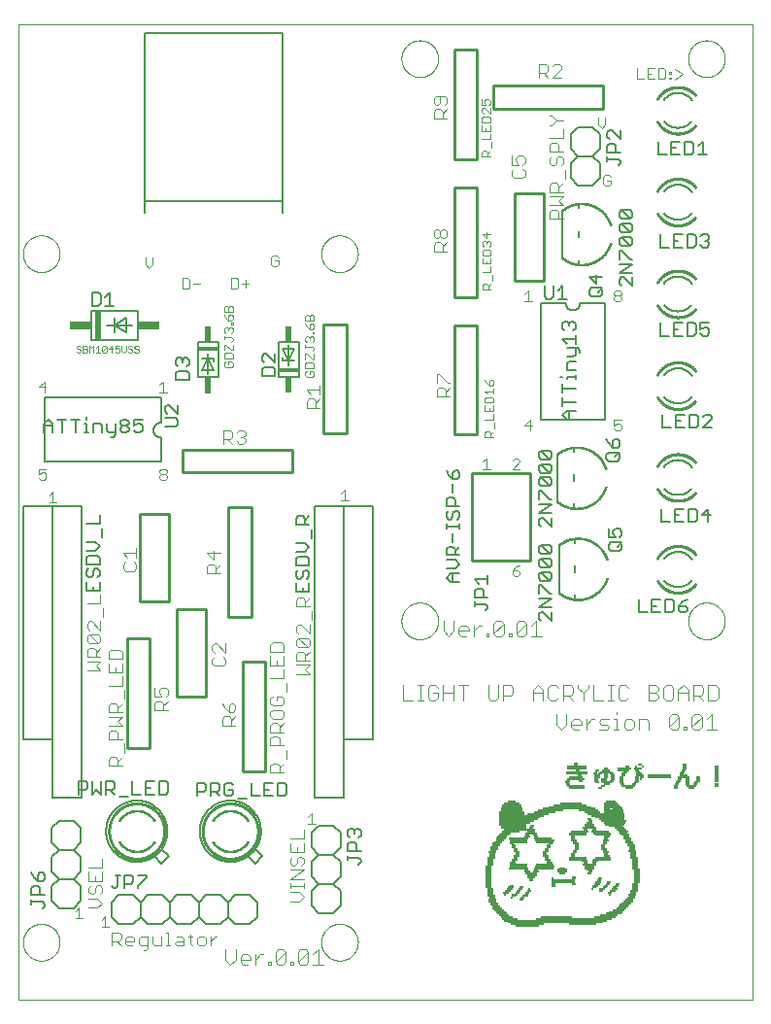
<source format=gto>
G75*
%MOIN*%
%OFA0B0*%
%FSLAX25Y25*%
%IPPOS*%
%LPD*%
%AMOC8*
5,1,8,0,0,1.08239X$1,22.5*
%
%ADD10C,0.00000*%
%ADD11C,0.00400*%
%ADD12R,0.08400X0.00600*%
%ADD13R,0.11400X0.00600*%
%ADD14R,0.09600X0.00600*%
%ADD15R,0.33000X0.00600*%
%ADD16R,0.35400X0.00600*%
%ADD17R,0.05400X0.00600*%
%ADD18R,0.26400X0.00600*%
%ADD19R,0.04200X0.00600*%
%ADD20R,0.10800X0.00600*%
%ADD21R,0.07800X0.00600*%
%ADD22R,0.03600X0.00600*%
%ADD23R,0.06000X0.00600*%
%ADD24R,0.04800X0.00600*%
%ADD25R,0.03000X0.00600*%
%ADD26R,0.01200X0.00600*%
%ADD27R,0.02400X0.00600*%
%ADD28R,0.00600X0.00600*%
%ADD29R,0.01800X0.00600*%
%ADD30R,0.06600X0.00600*%
%ADD31R,0.09000X0.00600*%
%ADD32R,0.12000X0.00600*%
%ADD33R,0.13200X0.00600*%
%ADD34R,0.14400X0.00600*%
%ADD35R,0.10200X0.00600*%
%ADD36R,0.15600X0.00600*%
%ADD37R,0.12600X0.00600*%
%ADD38R,0.07200X0.00600*%
%ADD39R,0.18000X0.00600*%
%ADD40R,0.15000X0.00600*%
%ADD41C,0.00300*%
%ADD42C,0.01000*%
%ADD43C,0.00600*%
%ADD44R,0.02000X0.10000*%
%ADD45R,0.07500X0.03000*%
%ADD46C,0.00500*%
%ADD47C,0.00200*%
%ADD48R,0.07000X0.01500*%
%ADD49R,0.02000X0.05500*%
%ADD50C,0.00060*%
%ADD51C,0.00800*%
D10*
X0001025Y0001000D02*
X0001025Y0335646D01*
X0252994Y0335646D01*
X0252994Y0001000D01*
X0001025Y0001000D01*
X0002600Y0020685D02*
X0002602Y0020843D01*
X0002608Y0021001D01*
X0002618Y0021159D01*
X0002632Y0021317D01*
X0002650Y0021474D01*
X0002671Y0021631D01*
X0002697Y0021787D01*
X0002727Y0021943D01*
X0002760Y0022098D01*
X0002798Y0022251D01*
X0002839Y0022404D01*
X0002884Y0022556D01*
X0002933Y0022707D01*
X0002986Y0022856D01*
X0003042Y0023004D01*
X0003102Y0023150D01*
X0003166Y0023295D01*
X0003234Y0023438D01*
X0003305Y0023580D01*
X0003379Y0023720D01*
X0003457Y0023857D01*
X0003539Y0023993D01*
X0003623Y0024127D01*
X0003712Y0024258D01*
X0003803Y0024387D01*
X0003898Y0024514D01*
X0003995Y0024639D01*
X0004096Y0024761D01*
X0004200Y0024880D01*
X0004307Y0024997D01*
X0004417Y0025111D01*
X0004530Y0025222D01*
X0004645Y0025331D01*
X0004763Y0025436D01*
X0004884Y0025538D01*
X0005007Y0025638D01*
X0005133Y0025734D01*
X0005261Y0025827D01*
X0005391Y0025917D01*
X0005524Y0026003D01*
X0005659Y0026087D01*
X0005795Y0026166D01*
X0005934Y0026243D01*
X0006075Y0026315D01*
X0006217Y0026385D01*
X0006361Y0026450D01*
X0006507Y0026512D01*
X0006654Y0026570D01*
X0006803Y0026625D01*
X0006953Y0026676D01*
X0007104Y0026723D01*
X0007256Y0026766D01*
X0007409Y0026805D01*
X0007564Y0026841D01*
X0007719Y0026872D01*
X0007875Y0026900D01*
X0008031Y0026924D01*
X0008188Y0026944D01*
X0008346Y0026960D01*
X0008503Y0026972D01*
X0008662Y0026980D01*
X0008820Y0026984D01*
X0008978Y0026984D01*
X0009136Y0026980D01*
X0009295Y0026972D01*
X0009452Y0026960D01*
X0009610Y0026944D01*
X0009767Y0026924D01*
X0009923Y0026900D01*
X0010079Y0026872D01*
X0010234Y0026841D01*
X0010389Y0026805D01*
X0010542Y0026766D01*
X0010694Y0026723D01*
X0010845Y0026676D01*
X0010995Y0026625D01*
X0011144Y0026570D01*
X0011291Y0026512D01*
X0011437Y0026450D01*
X0011581Y0026385D01*
X0011723Y0026315D01*
X0011864Y0026243D01*
X0012003Y0026166D01*
X0012139Y0026087D01*
X0012274Y0026003D01*
X0012407Y0025917D01*
X0012537Y0025827D01*
X0012665Y0025734D01*
X0012791Y0025638D01*
X0012914Y0025538D01*
X0013035Y0025436D01*
X0013153Y0025331D01*
X0013268Y0025222D01*
X0013381Y0025111D01*
X0013491Y0024997D01*
X0013598Y0024880D01*
X0013702Y0024761D01*
X0013803Y0024639D01*
X0013900Y0024514D01*
X0013995Y0024387D01*
X0014086Y0024258D01*
X0014175Y0024127D01*
X0014259Y0023993D01*
X0014341Y0023857D01*
X0014419Y0023720D01*
X0014493Y0023580D01*
X0014564Y0023438D01*
X0014632Y0023295D01*
X0014696Y0023150D01*
X0014756Y0023004D01*
X0014812Y0022856D01*
X0014865Y0022707D01*
X0014914Y0022556D01*
X0014959Y0022404D01*
X0015000Y0022251D01*
X0015038Y0022098D01*
X0015071Y0021943D01*
X0015101Y0021787D01*
X0015127Y0021631D01*
X0015148Y0021474D01*
X0015166Y0021317D01*
X0015180Y0021159D01*
X0015190Y0021001D01*
X0015196Y0020843D01*
X0015198Y0020685D01*
X0015196Y0020527D01*
X0015190Y0020369D01*
X0015180Y0020211D01*
X0015166Y0020053D01*
X0015148Y0019896D01*
X0015127Y0019739D01*
X0015101Y0019583D01*
X0015071Y0019427D01*
X0015038Y0019272D01*
X0015000Y0019119D01*
X0014959Y0018966D01*
X0014914Y0018814D01*
X0014865Y0018663D01*
X0014812Y0018514D01*
X0014756Y0018366D01*
X0014696Y0018220D01*
X0014632Y0018075D01*
X0014564Y0017932D01*
X0014493Y0017790D01*
X0014419Y0017650D01*
X0014341Y0017513D01*
X0014259Y0017377D01*
X0014175Y0017243D01*
X0014086Y0017112D01*
X0013995Y0016983D01*
X0013900Y0016856D01*
X0013803Y0016731D01*
X0013702Y0016609D01*
X0013598Y0016490D01*
X0013491Y0016373D01*
X0013381Y0016259D01*
X0013268Y0016148D01*
X0013153Y0016039D01*
X0013035Y0015934D01*
X0012914Y0015832D01*
X0012791Y0015732D01*
X0012665Y0015636D01*
X0012537Y0015543D01*
X0012407Y0015453D01*
X0012274Y0015367D01*
X0012139Y0015283D01*
X0012003Y0015204D01*
X0011864Y0015127D01*
X0011723Y0015055D01*
X0011581Y0014985D01*
X0011437Y0014920D01*
X0011291Y0014858D01*
X0011144Y0014800D01*
X0010995Y0014745D01*
X0010845Y0014694D01*
X0010694Y0014647D01*
X0010542Y0014604D01*
X0010389Y0014565D01*
X0010234Y0014529D01*
X0010079Y0014498D01*
X0009923Y0014470D01*
X0009767Y0014446D01*
X0009610Y0014426D01*
X0009452Y0014410D01*
X0009295Y0014398D01*
X0009136Y0014390D01*
X0008978Y0014386D01*
X0008820Y0014386D01*
X0008662Y0014390D01*
X0008503Y0014398D01*
X0008346Y0014410D01*
X0008188Y0014426D01*
X0008031Y0014446D01*
X0007875Y0014470D01*
X0007719Y0014498D01*
X0007564Y0014529D01*
X0007409Y0014565D01*
X0007256Y0014604D01*
X0007104Y0014647D01*
X0006953Y0014694D01*
X0006803Y0014745D01*
X0006654Y0014800D01*
X0006507Y0014858D01*
X0006361Y0014920D01*
X0006217Y0014985D01*
X0006075Y0015055D01*
X0005934Y0015127D01*
X0005795Y0015204D01*
X0005659Y0015283D01*
X0005524Y0015367D01*
X0005391Y0015453D01*
X0005261Y0015543D01*
X0005133Y0015636D01*
X0005007Y0015732D01*
X0004884Y0015832D01*
X0004763Y0015934D01*
X0004645Y0016039D01*
X0004530Y0016148D01*
X0004417Y0016259D01*
X0004307Y0016373D01*
X0004200Y0016490D01*
X0004096Y0016609D01*
X0003995Y0016731D01*
X0003898Y0016856D01*
X0003803Y0016983D01*
X0003712Y0017112D01*
X0003623Y0017243D01*
X0003539Y0017377D01*
X0003457Y0017513D01*
X0003379Y0017650D01*
X0003305Y0017790D01*
X0003234Y0017932D01*
X0003166Y0018075D01*
X0003102Y0018220D01*
X0003042Y0018366D01*
X0002986Y0018514D01*
X0002933Y0018663D01*
X0002884Y0018814D01*
X0002839Y0018966D01*
X0002798Y0019119D01*
X0002760Y0019272D01*
X0002727Y0019427D01*
X0002697Y0019583D01*
X0002671Y0019739D01*
X0002650Y0019896D01*
X0002632Y0020053D01*
X0002618Y0020211D01*
X0002608Y0020369D01*
X0002602Y0020527D01*
X0002600Y0020685D01*
X0104962Y0020685D02*
X0104964Y0020843D01*
X0104970Y0021001D01*
X0104980Y0021159D01*
X0104994Y0021317D01*
X0105012Y0021474D01*
X0105033Y0021631D01*
X0105059Y0021787D01*
X0105089Y0021943D01*
X0105122Y0022098D01*
X0105160Y0022251D01*
X0105201Y0022404D01*
X0105246Y0022556D01*
X0105295Y0022707D01*
X0105348Y0022856D01*
X0105404Y0023004D01*
X0105464Y0023150D01*
X0105528Y0023295D01*
X0105596Y0023438D01*
X0105667Y0023580D01*
X0105741Y0023720D01*
X0105819Y0023857D01*
X0105901Y0023993D01*
X0105985Y0024127D01*
X0106074Y0024258D01*
X0106165Y0024387D01*
X0106260Y0024514D01*
X0106357Y0024639D01*
X0106458Y0024761D01*
X0106562Y0024880D01*
X0106669Y0024997D01*
X0106779Y0025111D01*
X0106892Y0025222D01*
X0107007Y0025331D01*
X0107125Y0025436D01*
X0107246Y0025538D01*
X0107369Y0025638D01*
X0107495Y0025734D01*
X0107623Y0025827D01*
X0107753Y0025917D01*
X0107886Y0026003D01*
X0108021Y0026087D01*
X0108157Y0026166D01*
X0108296Y0026243D01*
X0108437Y0026315D01*
X0108579Y0026385D01*
X0108723Y0026450D01*
X0108869Y0026512D01*
X0109016Y0026570D01*
X0109165Y0026625D01*
X0109315Y0026676D01*
X0109466Y0026723D01*
X0109618Y0026766D01*
X0109771Y0026805D01*
X0109926Y0026841D01*
X0110081Y0026872D01*
X0110237Y0026900D01*
X0110393Y0026924D01*
X0110550Y0026944D01*
X0110708Y0026960D01*
X0110865Y0026972D01*
X0111024Y0026980D01*
X0111182Y0026984D01*
X0111340Y0026984D01*
X0111498Y0026980D01*
X0111657Y0026972D01*
X0111814Y0026960D01*
X0111972Y0026944D01*
X0112129Y0026924D01*
X0112285Y0026900D01*
X0112441Y0026872D01*
X0112596Y0026841D01*
X0112751Y0026805D01*
X0112904Y0026766D01*
X0113056Y0026723D01*
X0113207Y0026676D01*
X0113357Y0026625D01*
X0113506Y0026570D01*
X0113653Y0026512D01*
X0113799Y0026450D01*
X0113943Y0026385D01*
X0114085Y0026315D01*
X0114226Y0026243D01*
X0114365Y0026166D01*
X0114501Y0026087D01*
X0114636Y0026003D01*
X0114769Y0025917D01*
X0114899Y0025827D01*
X0115027Y0025734D01*
X0115153Y0025638D01*
X0115276Y0025538D01*
X0115397Y0025436D01*
X0115515Y0025331D01*
X0115630Y0025222D01*
X0115743Y0025111D01*
X0115853Y0024997D01*
X0115960Y0024880D01*
X0116064Y0024761D01*
X0116165Y0024639D01*
X0116262Y0024514D01*
X0116357Y0024387D01*
X0116448Y0024258D01*
X0116537Y0024127D01*
X0116621Y0023993D01*
X0116703Y0023857D01*
X0116781Y0023720D01*
X0116855Y0023580D01*
X0116926Y0023438D01*
X0116994Y0023295D01*
X0117058Y0023150D01*
X0117118Y0023004D01*
X0117174Y0022856D01*
X0117227Y0022707D01*
X0117276Y0022556D01*
X0117321Y0022404D01*
X0117362Y0022251D01*
X0117400Y0022098D01*
X0117433Y0021943D01*
X0117463Y0021787D01*
X0117489Y0021631D01*
X0117510Y0021474D01*
X0117528Y0021317D01*
X0117542Y0021159D01*
X0117552Y0021001D01*
X0117558Y0020843D01*
X0117560Y0020685D01*
X0117558Y0020527D01*
X0117552Y0020369D01*
X0117542Y0020211D01*
X0117528Y0020053D01*
X0117510Y0019896D01*
X0117489Y0019739D01*
X0117463Y0019583D01*
X0117433Y0019427D01*
X0117400Y0019272D01*
X0117362Y0019119D01*
X0117321Y0018966D01*
X0117276Y0018814D01*
X0117227Y0018663D01*
X0117174Y0018514D01*
X0117118Y0018366D01*
X0117058Y0018220D01*
X0116994Y0018075D01*
X0116926Y0017932D01*
X0116855Y0017790D01*
X0116781Y0017650D01*
X0116703Y0017513D01*
X0116621Y0017377D01*
X0116537Y0017243D01*
X0116448Y0017112D01*
X0116357Y0016983D01*
X0116262Y0016856D01*
X0116165Y0016731D01*
X0116064Y0016609D01*
X0115960Y0016490D01*
X0115853Y0016373D01*
X0115743Y0016259D01*
X0115630Y0016148D01*
X0115515Y0016039D01*
X0115397Y0015934D01*
X0115276Y0015832D01*
X0115153Y0015732D01*
X0115027Y0015636D01*
X0114899Y0015543D01*
X0114769Y0015453D01*
X0114636Y0015367D01*
X0114501Y0015283D01*
X0114365Y0015204D01*
X0114226Y0015127D01*
X0114085Y0015055D01*
X0113943Y0014985D01*
X0113799Y0014920D01*
X0113653Y0014858D01*
X0113506Y0014800D01*
X0113357Y0014745D01*
X0113207Y0014694D01*
X0113056Y0014647D01*
X0112904Y0014604D01*
X0112751Y0014565D01*
X0112596Y0014529D01*
X0112441Y0014498D01*
X0112285Y0014470D01*
X0112129Y0014446D01*
X0111972Y0014426D01*
X0111814Y0014410D01*
X0111657Y0014398D01*
X0111498Y0014390D01*
X0111340Y0014386D01*
X0111182Y0014386D01*
X0111024Y0014390D01*
X0110865Y0014398D01*
X0110708Y0014410D01*
X0110550Y0014426D01*
X0110393Y0014446D01*
X0110237Y0014470D01*
X0110081Y0014498D01*
X0109926Y0014529D01*
X0109771Y0014565D01*
X0109618Y0014604D01*
X0109466Y0014647D01*
X0109315Y0014694D01*
X0109165Y0014745D01*
X0109016Y0014800D01*
X0108869Y0014858D01*
X0108723Y0014920D01*
X0108579Y0014985D01*
X0108437Y0015055D01*
X0108296Y0015127D01*
X0108157Y0015204D01*
X0108021Y0015283D01*
X0107886Y0015367D01*
X0107753Y0015453D01*
X0107623Y0015543D01*
X0107495Y0015636D01*
X0107369Y0015732D01*
X0107246Y0015832D01*
X0107125Y0015934D01*
X0107007Y0016039D01*
X0106892Y0016148D01*
X0106779Y0016259D01*
X0106669Y0016373D01*
X0106562Y0016490D01*
X0106458Y0016609D01*
X0106357Y0016731D01*
X0106260Y0016856D01*
X0106165Y0016983D01*
X0106074Y0017112D01*
X0105985Y0017243D01*
X0105901Y0017377D01*
X0105819Y0017513D01*
X0105741Y0017650D01*
X0105667Y0017790D01*
X0105596Y0017932D01*
X0105528Y0018075D01*
X0105464Y0018220D01*
X0105404Y0018366D01*
X0105348Y0018514D01*
X0105295Y0018663D01*
X0105246Y0018814D01*
X0105201Y0018966D01*
X0105160Y0019119D01*
X0105122Y0019272D01*
X0105089Y0019427D01*
X0105059Y0019583D01*
X0105033Y0019739D01*
X0105012Y0019896D01*
X0104994Y0020053D01*
X0104980Y0020211D01*
X0104970Y0020369D01*
X0104964Y0020527D01*
X0104962Y0020685D01*
X0132521Y0130921D02*
X0132523Y0131079D01*
X0132529Y0131237D01*
X0132539Y0131395D01*
X0132553Y0131553D01*
X0132571Y0131710D01*
X0132592Y0131867D01*
X0132618Y0132023D01*
X0132648Y0132179D01*
X0132681Y0132334D01*
X0132719Y0132487D01*
X0132760Y0132640D01*
X0132805Y0132792D01*
X0132854Y0132943D01*
X0132907Y0133092D01*
X0132963Y0133240D01*
X0133023Y0133386D01*
X0133087Y0133531D01*
X0133155Y0133674D01*
X0133226Y0133816D01*
X0133300Y0133956D01*
X0133378Y0134093D01*
X0133460Y0134229D01*
X0133544Y0134363D01*
X0133633Y0134494D01*
X0133724Y0134623D01*
X0133819Y0134750D01*
X0133916Y0134875D01*
X0134017Y0134997D01*
X0134121Y0135116D01*
X0134228Y0135233D01*
X0134338Y0135347D01*
X0134451Y0135458D01*
X0134566Y0135567D01*
X0134684Y0135672D01*
X0134805Y0135774D01*
X0134928Y0135874D01*
X0135054Y0135970D01*
X0135182Y0136063D01*
X0135312Y0136153D01*
X0135445Y0136239D01*
X0135580Y0136323D01*
X0135716Y0136402D01*
X0135855Y0136479D01*
X0135996Y0136551D01*
X0136138Y0136621D01*
X0136282Y0136686D01*
X0136428Y0136748D01*
X0136575Y0136806D01*
X0136724Y0136861D01*
X0136874Y0136912D01*
X0137025Y0136959D01*
X0137177Y0137002D01*
X0137330Y0137041D01*
X0137485Y0137077D01*
X0137640Y0137108D01*
X0137796Y0137136D01*
X0137952Y0137160D01*
X0138109Y0137180D01*
X0138267Y0137196D01*
X0138424Y0137208D01*
X0138583Y0137216D01*
X0138741Y0137220D01*
X0138899Y0137220D01*
X0139057Y0137216D01*
X0139216Y0137208D01*
X0139373Y0137196D01*
X0139531Y0137180D01*
X0139688Y0137160D01*
X0139844Y0137136D01*
X0140000Y0137108D01*
X0140155Y0137077D01*
X0140310Y0137041D01*
X0140463Y0137002D01*
X0140615Y0136959D01*
X0140766Y0136912D01*
X0140916Y0136861D01*
X0141065Y0136806D01*
X0141212Y0136748D01*
X0141358Y0136686D01*
X0141502Y0136621D01*
X0141644Y0136551D01*
X0141785Y0136479D01*
X0141924Y0136402D01*
X0142060Y0136323D01*
X0142195Y0136239D01*
X0142328Y0136153D01*
X0142458Y0136063D01*
X0142586Y0135970D01*
X0142712Y0135874D01*
X0142835Y0135774D01*
X0142956Y0135672D01*
X0143074Y0135567D01*
X0143189Y0135458D01*
X0143302Y0135347D01*
X0143412Y0135233D01*
X0143519Y0135116D01*
X0143623Y0134997D01*
X0143724Y0134875D01*
X0143821Y0134750D01*
X0143916Y0134623D01*
X0144007Y0134494D01*
X0144096Y0134363D01*
X0144180Y0134229D01*
X0144262Y0134093D01*
X0144340Y0133956D01*
X0144414Y0133816D01*
X0144485Y0133674D01*
X0144553Y0133531D01*
X0144617Y0133386D01*
X0144677Y0133240D01*
X0144733Y0133092D01*
X0144786Y0132943D01*
X0144835Y0132792D01*
X0144880Y0132640D01*
X0144921Y0132487D01*
X0144959Y0132334D01*
X0144992Y0132179D01*
X0145022Y0132023D01*
X0145048Y0131867D01*
X0145069Y0131710D01*
X0145087Y0131553D01*
X0145101Y0131395D01*
X0145111Y0131237D01*
X0145117Y0131079D01*
X0145119Y0130921D01*
X0145117Y0130763D01*
X0145111Y0130605D01*
X0145101Y0130447D01*
X0145087Y0130289D01*
X0145069Y0130132D01*
X0145048Y0129975D01*
X0145022Y0129819D01*
X0144992Y0129663D01*
X0144959Y0129508D01*
X0144921Y0129355D01*
X0144880Y0129202D01*
X0144835Y0129050D01*
X0144786Y0128899D01*
X0144733Y0128750D01*
X0144677Y0128602D01*
X0144617Y0128456D01*
X0144553Y0128311D01*
X0144485Y0128168D01*
X0144414Y0128026D01*
X0144340Y0127886D01*
X0144262Y0127749D01*
X0144180Y0127613D01*
X0144096Y0127479D01*
X0144007Y0127348D01*
X0143916Y0127219D01*
X0143821Y0127092D01*
X0143724Y0126967D01*
X0143623Y0126845D01*
X0143519Y0126726D01*
X0143412Y0126609D01*
X0143302Y0126495D01*
X0143189Y0126384D01*
X0143074Y0126275D01*
X0142956Y0126170D01*
X0142835Y0126068D01*
X0142712Y0125968D01*
X0142586Y0125872D01*
X0142458Y0125779D01*
X0142328Y0125689D01*
X0142195Y0125603D01*
X0142060Y0125519D01*
X0141924Y0125440D01*
X0141785Y0125363D01*
X0141644Y0125291D01*
X0141502Y0125221D01*
X0141358Y0125156D01*
X0141212Y0125094D01*
X0141065Y0125036D01*
X0140916Y0124981D01*
X0140766Y0124930D01*
X0140615Y0124883D01*
X0140463Y0124840D01*
X0140310Y0124801D01*
X0140155Y0124765D01*
X0140000Y0124734D01*
X0139844Y0124706D01*
X0139688Y0124682D01*
X0139531Y0124662D01*
X0139373Y0124646D01*
X0139216Y0124634D01*
X0139057Y0124626D01*
X0138899Y0124622D01*
X0138741Y0124622D01*
X0138583Y0124626D01*
X0138424Y0124634D01*
X0138267Y0124646D01*
X0138109Y0124662D01*
X0137952Y0124682D01*
X0137796Y0124706D01*
X0137640Y0124734D01*
X0137485Y0124765D01*
X0137330Y0124801D01*
X0137177Y0124840D01*
X0137025Y0124883D01*
X0136874Y0124930D01*
X0136724Y0124981D01*
X0136575Y0125036D01*
X0136428Y0125094D01*
X0136282Y0125156D01*
X0136138Y0125221D01*
X0135996Y0125291D01*
X0135855Y0125363D01*
X0135716Y0125440D01*
X0135580Y0125519D01*
X0135445Y0125603D01*
X0135312Y0125689D01*
X0135182Y0125779D01*
X0135054Y0125872D01*
X0134928Y0125968D01*
X0134805Y0126068D01*
X0134684Y0126170D01*
X0134566Y0126275D01*
X0134451Y0126384D01*
X0134338Y0126495D01*
X0134228Y0126609D01*
X0134121Y0126726D01*
X0134017Y0126845D01*
X0133916Y0126967D01*
X0133819Y0127092D01*
X0133724Y0127219D01*
X0133633Y0127348D01*
X0133544Y0127479D01*
X0133460Y0127613D01*
X0133378Y0127749D01*
X0133300Y0127886D01*
X0133226Y0128026D01*
X0133155Y0128168D01*
X0133087Y0128311D01*
X0133023Y0128456D01*
X0132963Y0128602D01*
X0132907Y0128750D01*
X0132854Y0128899D01*
X0132805Y0129050D01*
X0132760Y0129202D01*
X0132719Y0129355D01*
X0132681Y0129508D01*
X0132648Y0129663D01*
X0132618Y0129819D01*
X0132592Y0129975D01*
X0132571Y0130132D01*
X0132553Y0130289D01*
X0132539Y0130447D01*
X0132529Y0130605D01*
X0132523Y0130763D01*
X0132521Y0130921D01*
X0104962Y0256906D02*
X0104964Y0257064D01*
X0104970Y0257222D01*
X0104980Y0257380D01*
X0104994Y0257538D01*
X0105012Y0257695D01*
X0105033Y0257852D01*
X0105059Y0258008D01*
X0105089Y0258164D01*
X0105122Y0258319D01*
X0105160Y0258472D01*
X0105201Y0258625D01*
X0105246Y0258777D01*
X0105295Y0258928D01*
X0105348Y0259077D01*
X0105404Y0259225D01*
X0105464Y0259371D01*
X0105528Y0259516D01*
X0105596Y0259659D01*
X0105667Y0259801D01*
X0105741Y0259941D01*
X0105819Y0260078D01*
X0105901Y0260214D01*
X0105985Y0260348D01*
X0106074Y0260479D01*
X0106165Y0260608D01*
X0106260Y0260735D01*
X0106357Y0260860D01*
X0106458Y0260982D01*
X0106562Y0261101D01*
X0106669Y0261218D01*
X0106779Y0261332D01*
X0106892Y0261443D01*
X0107007Y0261552D01*
X0107125Y0261657D01*
X0107246Y0261759D01*
X0107369Y0261859D01*
X0107495Y0261955D01*
X0107623Y0262048D01*
X0107753Y0262138D01*
X0107886Y0262224D01*
X0108021Y0262308D01*
X0108157Y0262387D01*
X0108296Y0262464D01*
X0108437Y0262536D01*
X0108579Y0262606D01*
X0108723Y0262671D01*
X0108869Y0262733D01*
X0109016Y0262791D01*
X0109165Y0262846D01*
X0109315Y0262897D01*
X0109466Y0262944D01*
X0109618Y0262987D01*
X0109771Y0263026D01*
X0109926Y0263062D01*
X0110081Y0263093D01*
X0110237Y0263121D01*
X0110393Y0263145D01*
X0110550Y0263165D01*
X0110708Y0263181D01*
X0110865Y0263193D01*
X0111024Y0263201D01*
X0111182Y0263205D01*
X0111340Y0263205D01*
X0111498Y0263201D01*
X0111657Y0263193D01*
X0111814Y0263181D01*
X0111972Y0263165D01*
X0112129Y0263145D01*
X0112285Y0263121D01*
X0112441Y0263093D01*
X0112596Y0263062D01*
X0112751Y0263026D01*
X0112904Y0262987D01*
X0113056Y0262944D01*
X0113207Y0262897D01*
X0113357Y0262846D01*
X0113506Y0262791D01*
X0113653Y0262733D01*
X0113799Y0262671D01*
X0113943Y0262606D01*
X0114085Y0262536D01*
X0114226Y0262464D01*
X0114365Y0262387D01*
X0114501Y0262308D01*
X0114636Y0262224D01*
X0114769Y0262138D01*
X0114899Y0262048D01*
X0115027Y0261955D01*
X0115153Y0261859D01*
X0115276Y0261759D01*
X0115397Y0261657D01*
X0115515Y0261552D01*
X0115630Y0261443D01*
X0115743Y0261332D01*
X0115853Y0261218D01*
X0115960Y0261101D01*
X0116064Y0260982D01*
X0116165Y0260860D01*
X0116262Y0260735D01*
X0116357Y0260608D01*
X0116448Y0260479D01*
X0116537Y0260348D01*
X0116621Y0260214D01*
X0116703Y0260078D01*
X0116781Y0259941D01*
X0116855Y0259801D01*
X0116926Y0259659D01*
X0116994Y0259516D01*
X0117058Y0259371D01*
X0117118Y0259225D01*
X0117174Y0259077D01*
X0117227Y0258928D01*
X0117276Y0258777D01*
X0117321Y0258625D01*
X0117362Y0258472D01*
X0117400Y0258319D01*
X0117433Y0258164D01*
X0117463Y0258008D01*
X0117489Y0257852D01*
X0117510Y0257695D01*
X0117528Y0257538D01*
X0117542Y0257380D01*
X0117552Y0257222D01*
X0117558Y0257064D01*
X0117560Y0256906D01*
X0117558Y0256748D01*
X0117552Y0256590D01*
X0117542Y0256432D01*
X0117528Y0256274D01*
X0117510Y0256117D01*
X0117489Y0255960D01*
X0117463Y0255804D01*
X0117433Y0255648D01*
X0117400Y0255493D01*
X0117362Y0255340D01*
X0117321Y0255187D01*
X0117276Y0255035D01*
X0117227Y0254884D01*
X0117174Y0254735D01*
X0117118Y0254587D01*
X0117058Y0254441D01*
X0116994Y0254296D01*
X0116926Y0254153D01*
X0116855Y0254011D01*
X0116781Y0253871D01*
X0116703Y0253734D01*
X0116621Y0253598D01*
X0116537Y0253464D01*
X0116448Y0253333D01*
X0116357Y0253204D01*
X0116262Y0253077D01*
X0116165Y0252952D01*
X0116064Y0252830D01*
X0115960Y0252711D01*
X0115853Y0252594D01*
X0115743Y0252480D01*
X0115630Y0252369D01*
X0115515Y0252260D01*
X0115397Y0252155D01*
X0115276Y0252053D01*
X0115153Y0251953D01*
X0115027Y0251857D01*
X0114899Y0251764D01*
X0114769Y0251674D01*
X0114636Y0251588D01*
X0114501Y0251504D01*
X0114365Y0251425D01*
X0114226Y0251348D01*
X0114085Y0251276D01*
X0113943Y0251206D01*
X0113799Y0251141D01*
X0113653Y0251079D01*
X0113506Y0251021D01*
X0113357Y0250966D01*
X0113207Y0250915D01*
X0113056Y0250868D01*
X0112904Y0250825D01*
X0112751Y0250786D01*
X0112596Y0250750D01*
X0112441Y0250719D01*
X0112285Y0250691D01*
X0112129Y0250667D01*
X0111972Y0250647D01*
X0111814Y0250631D01*
X0111657Y0250619D01*
X0111498Y0250611D01*
X0111340Y0250607D01*
X0111182Y0250607D01*
X0111024Y0250611D01*
X0110865Y0250619D01*
X0110708Y0250631D01*
X0110550Y0250647D01*
X0110393Y0250667D01*
X0110237Y0250691D01*
X0110081Y0250719D01*
X0109926Y0250750D01*
X0109771Y0250786D01*
X0109618Y0250825D01*
X0109466Y0250868D01*
X0109315Y0250915D01*
X0109165Y0250966D01*
X0109016Y0251021D01*
X0108869Y0251079D01*
X0108723Y0251141D01*
X0108579Y0251206D01*
X0108437Y0251276D01*
X0108296Y0251348D01*
X0108157Y0251425D01*
X0108021Y0251504D01*
X0107886Y0251588D01*
X0107753Y0251674D01*
X0107623Y0251764D01*
X0107495Y0251857D01*
X0107369Y0251953D01*
X0107246Y0252053D01*
X0107125Y0252155D01*
X0107007Y0252260D01*
X0106892Y0252369D01*
X0106779Y0252480D01*
X0106669Y0252594D01*
X0106562Y0252711D01*
X0106458Y0252830D01*
X0106357Y0252952D01*
X0106260Y0253077D01*
X0106165Y0253204D01*
X0106074Y0253333D01*
X0105985Y0253464D01*
X0105901Y0253598D01*
X0105819Y0253734D01*
X0105741Y0253871D01*
X0105667Y0254011D01*
X0105596Y0254153D01*
X0105528Y0254296D01*
X0105464Y0254441D01*
X0105404Y0254587D01*
X0105348Y0254735D01*
X0105295Y0254884D01*
X0105246Y0255035D01*
X0105201Y0255187D01*
X0105160Y0255340D01*
X0105122Y0255493D01*
X0105089Y0255648D01*
X0105059Y0255804D01*
X0105033Y0255960D01*
X0105012Y0256117D01*
X0104994Y0256274D01*
X0104980Y0256432D01*
X0104970Y0256590D01*
X0104964Y0256748D01*
X0104962Y0256906D01*
X0132521Y0323835D02*
X0132523Y0323993D01*
X0132529Y0324151D01*
X0132539Y0324309D01*
X0132553Y0324467D01*
X0132571Y0324624D01*
X0132592Y0324781D01*
X0132618Y0324937D01*
X0132648Y0325093D01*
X0132681Y0325248D01*
X0132719Y0325401D01*
X0132760Y0325554D01*
X0132805Y0325706D01*
X0132854Y0325857D01*
X0132907Y0326006D01*
X0132963Y0326154D01*
X0133023Y0326300D01*
X0133087Y0326445D01*
X0133155Y0326588D01*
X0133226Y0326730D01*
X0133300Y0326870D01*
X0133378Y0327007D01*
X0133460Y0327143D01*
X0133544Y0327277D01*
X0133633Y0327408D01*
X0133724Y0327537D01*
X0133819Y0327664D01*
X0133916Y0327789D01*
X0134017Y0327911D01*
X0134121Y0328030D01*
X0134228Y0328147D01*
X0134338Y0328261D01*
X0134451Y0328372D01*
X0134566Y0328481D01*
X0134684Y0328586D01*
X0134805Y0328688D01*
X0134928Y0328788D01*
X0135054Y0328884D01*
X0135182Y0328977D01*
X0135312Y0329067D01*
X0135445Y0329153D01*
X0135580Y0329237D01*
X0135716Y0329316D01*
X0135855Y0329393D01*
X0135996Y0329465D01*
X0136138Y0329535D01*
X0136282Y0329600D01*
X0136428Y0329662D01*
X0136575Y0329720D01*
X0136724Y0329775D01*
X0136874Y0329826D01*
X0137025Y0329873D01*
X0137177Y0329916D01*
X0137330Y0329955D01*
X0137485Y0329991D01*
X0137640Y0330022D01*
X0137796Y0330050D01*
X0137952Y0330074D01*
X0138109Y0330094D01*
X0138267Y0330110D01*
X0138424Y0330122D01*
X0138583Y0330130D01*
X0138741Y0330134D01*
X0138899Y0330134D01*
X0139057Y0330130D01*
X0139216Y0330122D01*
X0139373Y0330110D01*
X0139531Y0330094D01*
X0139688Y0330074D01*
X0139844Y0330050D01*
X0140000Y0330022D01*
X0140155Y0329991D01*
X0140310Y0329955D01*
X0140463Y0329916D01*
X0140615Y0329873D01*
X0140766Y0329826D01*
X0140916Y0329775D01*
X0141065Y0329720D01*
X0141212Y0329662D01*
X0141358Y0329600D01*
X0141502Y0329535D01*
X0141644Y0329465D01*
X0141785Y0329393D01*
X0141924Y0329316D01*
X0142060Y0329237D01*
X0142195Y0329153D01*
X0142328Y0329067D01*
X0142458Y0328977D01*
X0142586Y0328884D01*
X0142712Y0328788D01*
X0142835Y0328688D01*
X0142956Y0328586D01*
X0143074Y0328481D01*
X0143189Y0328372D01*
X0143302Y0328261D01*
X0143412Y0328147D01*
X0143519Y0328030D01*
X0143623Y0327911D01*
X0143724Y0327789D01*
X0143821Y0327664D01*
X0143916Y0327537D01*
X0144007Y0327408D01*
X0144096Y0327277D01*
X0144180Y0327143D01*
X0144262Y0327007D01*
X0144340Y0326870D01*
X0144414Y0326730D01*
X0144485Y0326588D01*
X0144553Y0326445D01*
X0144617Y0326300D01*
X0144677Y0326154D01*
X0144733Y0326006D01*
X0144786Y0325857D01*
X0144835Y0325706D01*
X0144880Y0325554D01*
X0144921Y0325401D01*
X0144959Y0325248D01*
X0144992Y0325093D01*
X0145022Y0324937D01*
X0145048Y0324781D01*
X0145069Y0324624D01*
X0145087Y0324467D01*
X0145101Y0324309D01*
X0145111Y0324151D01*
X0145117Y0323993D01*
X0145119Y0323835D01*
X0145117Y0323677D01*
X0145111Y0323519D01*
X0145101Y0323361D01*
X0145087Y0323203D01*
X0145069Y0323046D01*
X0145048Y0322889D01*
X0145022Y0322733D01*
X0144992Y0322577D01*
X0144959Y0322422D01*
X0144921Y0322269D01*
X0144880Y0322116D01*
X0144835Y0321964D01*
X0144786Y0321813D01*
X0144733Y0321664D01*
X0144677Y0321516D01*
X0144617Y0321370D01*
X0144553Y0321225D01*
X0144485Y0321082D01*
X0144414Y0320940D01*
X0144340Y0320800D01*
X0144262Y0320663D01*
X0144180Y0320527D01*
X0144096Y0320393D01*
X0144007Y0320262D01*
X0143916Y0320133D01*
X0143821Y0320006D01*
X0143724Y0319881D01*
X0143623Y0319759D01*
X0143519Y0319640D01*
X0143412Y0319523D01*
X0143302Y0319409D01*
X0143189Y0319298D01*
X0143074Y0319189D01*
X0142956Y0319084D01*
X0142835Y0318982D01*
X0142712Y0318882D01*
X0142586Y0318786D01*
X0142458Y0318693D01*
X0142328Y0318603D01*
X0142195Y0318517D01*
X0142060Y0318433D01*
X0141924Y0318354D01*
X0141785Y0318277D01*
X0141644Y0318205D01*
X0141502Y0318135D01*
X0141358Y0318070D01*
X0141212Y0318008D01*
X0141065Y0317950D01*
X0140916Y0317895D01*
X0140766Y0317844D01*
X0140615Y0317797D01*
X0140463Y0317754D01*
X0140310Y0317715D01*
X0140155Y0317679D01*
X0140000Y0317648D01*
X0139844Y0317620D01*
X0139688Y0317596D01*
X0139531Y0317576D01*
X0139373Y0317560D01*
X0139216Y0317548D01*
X0139057Y0317540D01*
X0138899Y0317536D01*
X0138741Y0317536D01*
X0138583Y0317540D01*
X0138424Y0317548D01*
X0138267Y0317560D01*
X0138109Y0317576D01*
X0137952Y0317596D01*
X0137796Y0317620D01*
X0137640Y0317648D01*
X0137485Y0317679D01*
X0137330Y0317715D01*
X0137177Y0317754D01*
X0137025Y0317797D01*
X0136874Y0317844D01*
X0136724Y0317895D01*
X0136575Y0317950D01*
X0136428Y0318008D01*
X0136282Y0318070D01*
X0136138Y0318135D01*
X0135996Y0318205D01*
X0135855Y0318277D01*
X0135716Y0318354D01*
X0135580Y0318433D01*
X0135445Y0318517D01*
X0135312Y0318603D01*
X0135182Y0318693D01*
X0135054Y0318786D01*
X0134928Y0318882D01*
X0134805Y0318982D01*
X0134684Y0319084D01*
X0134566Y0319189D01*
X0134451Y0319298D01*
X0134338Y0319409D01*
X0134228Y0319523D01*
X0134121Y0319640D01*
X0134017Y0319759D01*
X0133916Y0319881D01*
X0133819Y0320006D01*
X0133724Y0320133D01*
X0133633Y0320262D01*
X0133544Y0320393D01*
X0133460Y0320527D01*
X0133378Y0320663D01*
X0133300Y0320800D01*
X0133226Y0320940D01*
X0133155Y0321082D01*
X0133087Y0321225D01*
X0133023Y0321370D01*
X0132963Y0321516D01*
X0132907Y0321664D01*
X0132854Y0321813D01*
X0132805Y0321964D01*
X0132760Y0322116D01*
X0132719Y0322269D01*
X0132681Y0322422D01*
X0132648Y0322577D01*
X0132618Y0322733D01*
X0132592Y0322889D01*
X0132571Y0323046D01*
X0132553Y0323203D01*
X0132539Y0323361D01*
X0132529Y0323519D01*
X0132523Y0323677D01*
X0132521Y0323835D01*
X0230947Y0323835D02*
X0230949Y0323993D01*
X0230955Y0324151D01*
X0230965Y0324309D01*
X0230979Y0324467D01*
X0230997Y0324624D01*
X0231018Y0324781D01*
X0231044Y0324937D01*
X0231074Y0325093D01*
X0231107Y0325248D01*
X0231145Y0325401D01*
X0231186Y0325554D01*
X0231231Y0325706D01*
X0231280Y0325857D01*
X0231333Y0326006D01*
X0231389Y0326154D01*
X0231449Y0326300D01*
X0231513Y0326445D01*
X0231581Y0326588D01*
X0231652Y0326730D01*
X0231726Y0326870D01*
X0231804Y0327007D01*
X0231886Y0327143D01*
X0231970Y0327277D01*
X0232059Y0327408D01*
X0232150Y0327537D01*
X0232245Y0327664D01*
X0232342Y0327789D01*
X0232443Y0327911D01*
X0232547Y0328030D01*
X0232654Y0328147D01*
X0232764Y0328261D01*
X0232877Y0328372D01*
X0232992Y0328481D01*
X0233110Y0328586D01*
X0233231Y0328688D01*
X0233354Y0328788D01*
X0233480Y0328884D01*
X0233608Y0328977D01*
X0233738Y0329067D01*
X0233871Y0329153D01*
X0234006Y0329237D01*
X0234142Y0329316D01*
X0234281Y0329393D01*
X0234422Y0329465D01*
X0234564Y0329535D01*
X0234708Y0329600D01*
X0234854Y0329662D01*
X0235001Y0329720D01*
X0235150Y0329775D01*
X0235300Y0329826D01*
X0235451Y0329873D01*
X0235603Y0329916D01*
X0235756Y0329955D01*
X0235911Y0329991D01*
X0236066Y0330022D01*
X0236222Y0330050D01*
X0236378Y0330074D01*
X0236535Y0330094D01*
X0236693Y0330110D01*
X0236850Y0330122D01*
X0237009Y0330130D01*
X0237167Y0330134D01*
X0237325Y0330134D01*
X0237483Y0330130D01*
X0237642Y0330122D01*
X0237799Y0330110D01*
X0237957Y0330094D01*
X0238114Y0330074D01*
X0238270Y0330050D01*
X0238426Y0330022D01*
X0238581Y0329991D01*
X0238736Y0329955D01*
X0238889Y0329916D01*
X0239041Y0329873D01*
X0239192Y0329826D01*
X0239342Y0329775D01*
X0239491Y0329720D01*
X0239638Y0329662D01*
X0239784Y0329600D01*
X0239928Y0329535D01*
X0240070Y0329465D01*
X0240211Y0329393D01*
X0240350Y0329316D01*
X0240486Y0329237D01*
X0240621Y0329153D01*
X0240754Y0329067D01*
X0240884Y0328977D01*
X0241012Y0328884D01*
X0241138Y0328788D01*
X0241261Y0328688D01*
X0241382Y0328586D01*
X0241500Y0328481D01*
X0241615Y0328372D01*
X0241728Y0328261D01*
X0241838Y0328147D01*
X0241945Y0328030D01*
X0242049Y0327911D01*
X0242150Y0327789D01*
X0242247Y0327664D01*
X0242342Y0327537D01*
X0242433Y0327408D01*
X0242522Y0327277D01*
X0242606Y0327143D01*
X0242688Y0327007D01*
X0242766Y0326870D01*
X0242840Y0326730D01*
X0242911Y0326588D01*
X0242979Y0326445D01*
X0243043Y0326300D01*
X0243103Y0326154D01*
X0243159Y0326006D01*
X0243212Y0325857D01*
X0243261Y0325706D01*
X0243306Y0325554D01*
X0243347Y0325401D01*
X0243385Y0325248D01*
X0243418Y0325093D01*
X0243448Y0324937D01*
X0243474Y0324781D01*
X0243495Y0324624D01*
X0243513Y0324467D01*
X0243527Y0324309D01*
X0243537Y0324151D01*
X0243543Y0323993D01*
X0243545Y0323835D01*
X0243543Y0323677D01*
X0243537Y0323519D01*
X0243527Y0323361D01*
X0243513Y0323203D01*
X0243495Y0323046D01*
X0243474Y0322889D01*
X0243448Y0322733D01*
X0243418Y0322577D01*
X0243385Y0322422D01*
X0243347Y0322269D01*
X0243306Y0322116D01*
X0243261Y0321964D01*
X0243212Y0321813D01*
X0243159Y0321664D01*
X0243103Y0321516D01*
X0243043Y0321370D01*
X0242979Y0321225D01*
X0242911Y0321082D01*
X0242840Y0320940D01*
X0242766Y0320800D01*
X0242688Y0320663D01*
X0242606Y0320527D01*
X0242522Y0320393D01*
X0242433Y0320262D01*
X0242342Y0320133D01*
X0242247Y0320006D01*
X0242150Y0319881D01*
X0242049Y0319759D01*
X0241945Y0319640D01*
X0241838Y0319523D01*
X0241728Y0319409D01*
X0241615Y0319298D01*
X0241500Y0319189D01*
X0241382Y0319084D01*
X0241261Y0318982D01*
X0241138Y0318882D01*
X0241012Y0318786D01*
X0240884Y0318693D01*
X0240754Y0318603D01*
X0240621Y0318517D01*
X0240486Y0318433D01*
X0240350Y0318354D01*
X0240211Y0318277D01*
X0240070Y0318205D01*
X0239928Y0318135D01*
X0239784Y0318070D01*
X0239638Y0318008D01*
X0239491Y0317950D01*
X0239342Y0317895D01*
X0239192Y0317844D01*
X0239041Y0317797D01*
X0238889Y0317754D01*
X0238736Y0317715D01*
X0238581Y0317679D01*
X0238426Y0317648D01*
X0238270Y0317620D01*
X0238114Y0317596D01*
X0237957Y0317576D01*
X0237799Y0317560D01*
X0237642Y0317548D01*
X0237483Y0317540D01*
X0237325Y0317536D01*
X0237167Y0317536D01*
X0237009Y0317540D01*
X0236850Y0317548D01*
X0236693Y0317560D01*
X0236535Y0317576D01*
X0236378Y0317596D01*
X0236222Y0317620D01*
X0236066Y0317648D01*
X0235911Y0317679D01*
X0235756Y0317715D01*
X0235603Y0317754D01*
X0235451Y0317797D01*
X0235300Y0317844D01*
X0235150Y0317895D01*
X0235001Y0317950D01*
X0234854Y0318008D01*
X0234708Y0318070D01*
X0234564Y0318135D01*
X0234422Y0318205D01*
X0234281Y0318277D01*
X0234142Y0318354D01*
X0234006Y0318433D01*
X0233871Y0318517D01*
X0233738Y0318603D01*
X0233608Y0318693D01*
X0233480Y0318786D01*
X0233354Y0318882D01*
X0233231Y0318982D01*
X0233110Y0319084D01*
X0232992Y0319189D01*
X0232877Y0319298D01*
X0232764Y0319409D01*
X0232654Y0319523D01*
X0232547Y0319640D01*
X0232443Y0319759D01*
X0232342Y0319881D01*
X0232245Y0320006D01*
X0232150Y0320133D01*
X0232059Y0320262D01*
X0231970Y0320393D01*
X0231886Y0320527D01*
X0231804Y0320663D01*
X0231726Y0320800D01*
X0231652Y0320940D01*
X0231581Y0321082D01*
X0231513Y0321225D01*
X0231449Y0321370D01*
X0231389Y0321516D01*
X0231333Y0321664D01*
X0231280Y0321813D01*
X0231231Y0321964D01*
X0231186Y0322116D01*
X0231145Y0322269D01*
X0231107Y0322422D01*
X0231074Y0322577D01*
X0231044Y0322733D01*
X0231018Y0322889D01*
X0230997Y0323046D01*
X0230979Y0323203D01*
X0230965Y0323361D01*
X0230955Y0323519D01*
X0230949Y0323677D01*
X0230947Y0323835D01*
X0230947Y0130921D02*
X0230949Y0131079D01*
X0230955Y0131237D01*
X0230965Y0131395D01*
X0230979Y0131553D01*
X0230997Y0131710D01*
X0231018Y0131867D01*
X0231044Y0132023D01*
X0231074Y0132179D01*
X0231107Y0132334D01*
X0231145Y0132487D01*
X0231186Y0132640D01*
X0231231Y0132792D01*
X0231280Y0132943D01*
X0231333Y0133092D01*
X0231389Y0133240D01*
X0231449Y0133386D01*
X0231513Y0133531D01*
X0231581Y0133674D01*
X0231652Y0133816D01*
X0231726Y0133956D01*
X0231804Y0134093D01*
X0231886Y0134229D01*
X0231970Y0134363D01*
X0232059Y0134494D01*
X0232150Y0134623D01*
X0232245Y0134750D01*
X0232342Y0134875D01*
X0232443Y0134997D01*
X0232547Y0135116D01*
X0232654Y0135233D01*
X0232764Y0135347D01*
X0232877Y0135458D01*
X0232992Y0135567D01*
X0233110Y0135672D01*
X0233231Y0135774D01*
X0233354Y0135874D01*
X0233480Y0135970D01*
X0233608Y0136063D01*
X0233738Y0136153D01*
X0233871Y0136239D01*
X0234006Y0136323D01*
X0234142Y0136402D01*
X0234281Y0136479D01*
X0234422Y0136551D01*
X0234564Y0136621D01*
X0234708Y0136686D01*
X0234854Y0136748D01*
X0235001Y0136806D01*
X0235150Y0136861D01*
X0235300Y0136912D01*
X0235451Y0136959D01*
X0235603Y0137002D01*
X0235756Y0137041D01*
X0235911Y0137077D01*
X0236066Y0137108D01*
X0236222Y0137136D01*
X0236378Y0137160D01*
X0236535Y0137180D01*
X0236693Y0137196D01*
X0236850Y0137208D01*
X0237009Y0137216D01*
X0237167Y0137220D01*
X0237325Y0137220D01*
X0237483Y0137216D01*
X0237642Y0137208D01*
X0237799Y0137196D01*
X0237957Y0137180D01*
X0238114Y0137160D01*
X0238270Y0137136D01*
X0238426Y0137108D01*
X0238581Y0137077D01*
X0238736Y0137041D01*
X0238889Y0137002D01*
X0239041Y0136959D01*
X0239192Y0136912D01*
X0239342Y0136861D01*
X0239491Y0136806D01*
X0239638Y0136748D01*
X0239784Y0136686D01*
X0239928Y0136621D01*
X0240070Y0136551D01*
X0240211Y0136479D01*
X0240350Y0136402D01*
X0240486Y0136323D01*
X0240621Y0136239D01*
X0240754Y0136153D01*
X0240884Y0136063D01*
X0241012Y0135970D01*
X0241138Y0135874D01*
X0241261Y0135774D01*
X0241382Y0135672D01*
X0241500Y0135567D01*
X0241615Y0135458D01*
X0241728Y0135347D01*
X0241838Y0135233D01*
X0241945Y0135116D01*
X0242049Y0134997D01*
X0242150Y0134875D01*
X0242247Y0134750D01*
X0242342Y0134623D01*
X0242433Y0134494D01*
X0242522Y0134363D01*
X0242606Y0134229D01*
X0242688Y0134093D01*
X0242766Y0133956D01*
X0242840Y0133816D01*
X0242911Y0133674D01*
X0242979Y0133531D01*
X0243043Y0133386D01*
X0243103Y0133240D01*
X0243159Y0133092D01*
X0243212Y0132943D01*
X0243261Y0132792D01*
X0243306Y0132640D01*
X0243347Y0132487D01*
X0243385Y0132334D01*
X0243418Y0132179D01*
X0243448Y0132023D01*
X0243474Y0131867D01*
X0243495Y0131710D01*
X0243513Y0131553D01*
X0243527Y0131395D01*
X0243537Y0131237D01*
X0243543Y0131079D01*
X0243545Y0130921D01*
X0243543Y0130763D01*
X0243537Y0130605D01*
X0243527Y0130447D01*
X0243513Y0130289D01*
X0243495Y0130132D01*
X0243474Y0129975D01*
X0243448Y0129819D01*
X0243418Y0129663D01*
X0243385Y0129508D01*
X0243347Y0129355D01*
X0243306Y0129202D01*
X0243261Y0129050D01*
X0243212Y0128899D01*
X0243159Y0128750D01*
X0243103Y0128602D01*
X0243043Y0128456D01*
X0242979Y0128311D01*
X0242911Y0128168D01*
X0242840Y0128026D01*
X0242766Y0127886D01*
X0242688Y0127749D01*
X0242606Y0127613D01*
X0242522Y0127479D01*
X0242433Y0127348D01*
X0242342Y0127219D01*
X0242247Y0127092D01*
X0242150Y0126967D01*
X0242049Y0126845D01*
X0241945Y0126726D01*
X0241838Y0126609D01*
X0241728Y0126495D01*
X0241615Y0126384D01*
X0241500Y0126275D01*
X0241382Y0126170D01*
X0241261Y0126068D01*
X0241138Y0125968D01*
X0241012Y0125872D01*
X0240884Y0125779D01*
X0240754Y0125689D01*
X0240621Y0125603D01*
X0240486Y0125519D01*
X0240350Y0125440D01*
X0240211Y0125363D01*
X0240070Y0125291D01*
X0239928Y0125221D01*
X0239784Y0125156D01*
X0239638Y0125094D01*
X0239491Y0125036D01*
X0239342Y0124981D01*
X0239192Y0124930D01*
X0239041Y0124883D01*
X0238889Y0124840D01*
X0238736Y0124801D01*
X0238581Y0124765D01*
X0238426Y0124734D01*
X0238270Y0124706D01*
X0238114Y0124682D01*
X0237957Y0124662D01*
X0237799Y0124646D01*
X0237642Y0124634D01*
X0237483Y0124626D01*
X0237325Y0124622D01*
X0237167Y0124622D01*
X0237009Y0124626D01*
X0236850Y0124634D01*
X0236693Y0124646D01*
X0236535Y0124662D01*
X0236378Y0124682D01*
X0236222Y0124706D01*
X0236066Y0124734D01*
X0235911Y0124765D01*
X0235756Y0124801D01*
X0235603Y0124840D01*
X0235451Y0124883D01*
X0235300Y0124930D01*
X0235150Y0124981D01*
X0235001Y0125036D01*
X0234854Y0125094D01*
X0234708Y0125156D01*
X0234564Y0125221D01*
X0234422Y0125291D01*
X0234281Y0125363D01*
X0234142Y0125440D01*
X0234006Y0125519D01*
X0233871Y0125603D01*
X0233738Y0125689D01*
X0233608Y0125779D01*
X0233480Y0125872D01*
X0233354Y0125968D01*
X0233231Y0126068D01*
X0233110Y0126170D01*
X0232992Y0126275D01*
X0232877Y0126384D01*
X0232764Y0126495D01*
X0232654Y0126609D01*
X0232547Y0126726D01*
X0232443Y0126845D01*
X0232342Y0126967D01*
X0232245Y0127092D01*
X0232150Y0127219D01*
X0232059Y0127348D01*
X0231970Y0127479D01*
X0231886Y0127613D01*
X0231804Y0127749D01*
X0231726Y0127886D01*
X0231652Y0128026D01*
X0231581Y0128168D01*
X0231513Y0128311D01*
X0231449Y0128456D01*
X0231389Y0128602D01*
X0231333Y0128750D01*
X0231280Y0128899D01*
X0231231Y0129050D01*
X0231186Y0129202D01*
X0231145Y0129355D01*
X0231107Y0129508D01*
X0231074Y0129663D01*
X0231044Y0129819D01*
X0231018Y0129975D01*
X0230997Y0130132D01*
X0230979Y0130289D01*
X0230965Y0130447D01*
X0230955Y0130605D01*
X0230949Y0130763D01*
X0230947Y0130921D01*
X0002600Y0256906D02*
X0002602Y0257064D01*
X0002608Y0257222D01*
X0002618Y0257380D01*
X0002632Y0257538D01*
X0002650Y0257695D01*
X0002671Y0257852D01*
X0002697Y0258008D01*
X0002727Y0258164D01*
X0002760Y0258319D01*
X0002798Y0258472D01*
X0002839Y0258625D01*
X0002884Y0258777D01*
X0002933Y0258928D01*
X0002986Y0259077D01*
X0003042Y0259225D01*
X0003102Y0259371D01*
X0003166Y0259516D01*
X0003234Y0259659D01*
X0003305Y0259801D01*
X0003379Y0259941D01*
X0003457Y0260078D01*
X0003539Y0260214D01*
X0003623Y0260348D01*
X0003712Y0260479D01*
X0003803Y0260608D01*
X0003898Y0260735D01*
X0003995Y0260860D01*
X0004096Y0260982D01*
X0004200Y0261101D01*
X0004307Y0261218D01*
X0004417Y0261332D01*
X0004530Y0261443D01*
X0004645Y0261552D01*
X0004763Y0261657D01*
X0004884Y0261759D01*
X0005007Y0261859D01*
X0005133Y0261955D01*
X0005261Y0262048D01*
X0005391Y0262138D01*
X0005524Y0262224D01*
X0005659Y0262308D01*
X0005795Y0262387D01*
X0005934Y0262464D01*
X0006075Y0262536D01*
X0006217Y0262606D01*
X0006361Y0262671D01*
X0006507Y0262733D01*
X0006654Y0262791D01*
X0006803Y0262846D01*
X0006953Y0262897D01*
X0007104Y0262944D01*
X0007256Y0262987D01*
X0007409Y0263026D01*
X0007564Y0263062D01*
X0007719Y0263093D01*
X0007875Y0263121D01*
X0008031Y0263145D01*
X0008188Y0263165D01*
X0008346Y0263181D01*
X0008503Y0263193D01*
X0008662Y0263201D01*
X0008820Y0263205D01*
X0008978Y0263205D01*
X0009136Y0263201D01*
X0009295Y0263193D01*
X0009452Y0263181D01*
X0009610Y0263165D01*
X0009767Y0263145D01*
X0009923Y0263121D01*
X0010079Y0263093D01*
X0010234Y0263062D01*
X0010389Y0263026D01*
X0010542Y0262987D01*
X0010694Y0262944D01*
X0010845Y0262897D01*
X0010995Y0262846D01*
X0011144Y0262791D01*
X0011291Y0262733D01*
X0011437Y0262671D01*
X0011581Y0262606D01*
X0011723Y0262536D01*
X0011864Y0262464D01*
X0012003Y0262387D01*
X0012139Y0262308D01*
X0012274Y0262224D01*
X0012407Y0262138D01*
X0012537Y0262048D01*
X0012665Y0261955D01*
X0012791Y0261859D01*
X0012914Y0261759D01*
X0013035Y0261657D01*
X0013153Y0261552D01*
X0013268Y0261443D01*
X0013381Y0261332D01*
X0013491Y0261218D01*
X0013598Y0261101D01*
X0013702Y0260982D01*
X0013803Y0260860D01*
X0013900Y0260735D01*
X0013995Y0260608D01*
X0014086Y0260479D01*
X0014175Y0260348D01*
X0014259Y0260214D01*
X0014341Y0260078D01*
X0014419Y0259941D01*
X0014493Y0259801D01*
X0014564Y0259659D01*
X0014632Y0259516D01*
X0014696Y0259371D01*
X0014756Y0259225D01*
X0014812Y0259077D01*
X0014865Y0258928D01*
X0014914Y0258777D01*
X0014959Y0258625D01*
X0015000Y0258472D01*
X0015038Y0258319D01*
X0015071Y0258164D01*
X0015101Y0258008D01*
X0015127Y0257852D01*
X0015148Y0257695D01*
X0015166Y0257538D01*
X0015180Y0257380D01*
X0015190Y0257222D01*
X0015196Y0257064D01*
X0015198Y0256906D01*
X0015196Y0256748D01*
X0015190Y0256590D01*
X0015180Y0256432D01*
X0015166Y0256274D01*
X0015148Y0256117D01*
X0015127Y0255960D01*
X0015101Y0255804D01*
X0015071Y0255648D01*
X0015038Y0255493D01*
X0015000Y0255340D01*
X0014959Y0255187D01*
X0014914Y0255035D01*
X0014865Y0254884D01*
X0014812Y0254735D01*
X0014756Y0254587D01*
X0014696Y0254441D01*
X0014632Y0254296D01*
X0014564Y0254153D01*
X0014493Y0254011D01*
X0014419Y0253871D01*
X0014341Y0253734D01*
X0014259Y0253598D01*
X0014175Y0253464D01*
X0014086Y0253333D01*
X0013995Y0253204D01*
X0013900Y0253077D01*
X0013803Y0252952D01*
X0013702Y0252830D01*
X0013598Y0252711D01*
X0013491Y0252594D01*
X0013381Y0252480D01*
X0013268Y0252369D01*
X0013153Y0252260D01*
X0013035Y0252155D01*
X0012914Y0252053D01*
X0012791Y0251953D01*
X0012665Y0251857D01*
X0012537Y0251764D01*
X0012407Y0251674D01*
X0012274Y0251588D01*
X0012139Y0251504D01*
X0012003Y0251425D01*
X0011864Y0251348D01*
X0011723Y0251276D01*
X0011581Y0251206D01*
X0011437Y0251141D01*
X0011291Y0251079D01*
X0011144Y0251021D01*
X0010995Y0250966D01*
X0010845Y0250915D01*
X0010694Y0250868D01*
X0010542Y0250825D01*
X0010389Y0250786D01*
X0010234Y0250750D01*
X0010079Y0250719D01*
X0009923Y0250691D01*
X0009767Y0250667D01*
X0009610Y0250647D01*
X0009452Y0250631D01*
X0009295Y0250619D01*
X0009136Y0250611D01*
X0008978Y0250607D01*
X0008820Y0250607D01*
X0008662Y0250611D01*
X0008503Y0250619D01*
X0008346Y0250631D01*
X0008188Y0250647D01*
X0008031Y0250667D01*
X0007875Y0250691D01*
X0007719Y0250719D01*
X0007564Y0250750D01*
X0007409Y0250786D01*
X0007256Y0250825D01*
X0007104Y0250868D01*
X0006953Y0250915D01*
X0006803Y0250966D01*
X0006654Y0251021D01*
X0006507Y0251079D01*
X0006361Y0251141D01*
X0006217Y0251206D01*
X0006075Y0251276D01*
X0005934Y0251348D01*
X0005795Y0251425D01*
X0005659Y0251504D01*
X0005524Y0251588D01*
X0005391Y0251674D01*
X0005261Y0251764D01*
X0005133Y0251857D01*
X0005007Y0251953D01*
X0004884Y0252053D01*
X0004763Y0252155D01*
X0004645Y0252260D01*
X0004530Y0252369D01*
X0004417Y0252480D01*
X0004307Y0252594D01*
X0004200Y0252711D01*
X0004096Y0252830D01*
X0003995Y0252952D01*
X0003898Y0253077D01*
X0003803Y0253204D01*
X0003712Y0253333D01*
X0003623Y0253464D01*
X0003539Y0253598D01*
X0003457Y0253734D01*
X0003379Y0253871D01*
X0003305Y0254011D01*
X0003234Y0254153D01*
X0003166Y0254296D01*
X0003102Y0254441D01*
X0003042Y0254587D01*
X0002986Y0254735D01*
X0002933Y0254884D01*
X0002884Y0255035D01*
X0002839Y0255187D01*
X0002798Y0255340D01*
X0002760Y0255493D01*
X0002727Y0255648D01*
X0002697Y0255804D01*
X0002671Y0255960D01*
X0002650Y0256117D01*
X0002632Y0256274D01*
X0002618Y0256432D01*
X0002608Y0256590D01*
X0002602Y0256748D01*
X0002600Y0256906D01*
D11*
X0071309Y0196316D02*
X0071309Y0191712D01*
X0071309Y0193246D02*
X0073611Y0193246D01*
X0074378Y0194014D01*
X0074378Y0195548D01*
X0073611Y0196316D01*
X0071309Y0196316D01*
X0072843Y0193246D02*
X0074378Y0191712D01*
X0075913Y0192479D02*
X0076680Y0191712D01*
X0078215Y0191712D01*
X0078982Y0192479D01*
X0078982Y0193246D01*
X0078215Y0194014D01*
X0077447Y0194014D01*
X0078215Y0194014D02*
X0078982Y0194781D01*
X0078982Y0195548D01*
X0078215Y0196316D01*
X0076680Y0196316D01*
X0075913Y0195548D01*
X0099947Y0204122D02*
X0099947Y0206424D01*
X0100714Y0207191D01*
X0102249Y0207191D01*
X0103016Y0206424D01*
X0103016Y0204122D01*
X0103016Y0205656D02*
X0104551Y0207191D01*
X0104551Y0208725D02*
X0104551Y0211795D01*
X0104551Y0210260D02*
X0099947Y0210260D01*
X0101482Y0208725D01*
X0099947Y0204122D02*
X0104551Y0204122D01*
X0144558Y0207879D02*
X0144558Y0210181D01*
X0145326Y0210948D01*
X0146860Y0210948D01*
X0147628Y0210181D01*
X0147628Y0207879D01*
X0149162Y0207879D02*
X0144558Y0207879D01*
X0147628Y0209413D02*
X0149162Y0210948D01*
X0149162Y0212483D02*
X0148395Y0212483D01*
X0145326Y0215552D01*
X0144558Y0215552D01*
X0144558Y0212483D01*
X0143583Y0257735D02*
X0143583Y0260037D01*
X0144351Y0260805D01*
X0145885Y0260805D01*
X0146653Y0260037D01*
X0146653Y0257735D01*
X0148187Y0257735D02*
X0143583Y0257735D01*
X0146653Y0259270D02*
X0148187Y0260805D01*
X0147420Y0262339D02*
X0146653Y0262339D01*
X0145885Y0263107D01*
X0145885Y0264641D01*
X0146653Y0265409D01*
X0147420Y0265409D01*
X0148187Y0264641D01*
X0148187Y0263107D01*
X0147420Y0262339D01*
X0145885Y0263107D02*
X0145118Y0262339D01*
X0144351Y0262339D01*
X0143583Y0263107D01*
X0143583Y0264641D01*
X0144351Y0265409D01*
X0145118Y0265409D01*
X0145885Y0264641D01*
X0170352Y0283626D02*
X0171119Y0282858D01*
X0174189Y0282858D01*
X0174956Y0283626D01*
X0174956Y0285160D01*
X0174189Y0285928D01*
X0174189Y0287462D02*
X0174956Y0288230D01*
X0174956Y0289764D01*
X0174189Y0290531D01*
X0172654Y0290531D01*
X0171887Y0289764D01*
X0171887Y0288997D01*
X0172654Y0287462D01*
X0170352Y0287462D01*
X0170352Y0290531D01*
X0171119Y0285928D02*
X0170352Y0285160D01*
X0170352Y0283626D01*
X0183406Y0280406D02*
X0183406Y0278104D01*
X0188010Y0278104D01*
X0186476Y0278104D02*
X0186476Y0280406D01*
X0185708Y0281173D01*
X0184174Y0281173D01*
X0183406Y0280406D01*
X0186476Y0279639D02*
X0188010Y0281173D01*
X0188778Y0282708D02*
X0188778Y0285777D01*
X0187243Y0287312D02*
X0188010Y0288079D01*
X0188010Y0289614D01*
X0187243Y0290381D01*
X0186476Y0290381D01*
X0185708Y0289614D01*
X0185708Y0288079D01*
X0184941Y0287312D01*
X0184174Y0287312D01*
X0183406Y0288079D01*
X0183406Y0289614D01*
X0184174Y0290381D01*
X0183406Y0291916D02*
X0183406Y0294218D01*
X0184174Y0294985D01*
X0185708Y0294985D01*
X0186476Y0294218D01*
X0186476Y0291916D01*
X0188010Y0291916D02*
X0183406Y0291916D01*
X0183406Y0296520D02*
X0188010Y0296520D01*
X0188010Y0299589D01*
X0188010Y0302658D02*
X0185708Y0302658D01*
X0184174Y0304193D01*
X0183406Y0304193D01*
X0185708Y0302658D02*
X0184174Y0301124D01*
X0183406Y0301124D01*
X0182873Y0317374D02*
X0181338Y0318909D01*
X0182106Y0318909D02*
X0179804Y0318909D01*
X0179804Y0317374D02*
X0179804Y0321978D01*
X0182106Y0321978D01*
X0182873Y0321211D01*
X0182873Y0319676D01*
X0182106Y0318909D01*
X0184408Y0317374D02*
X0187477Y0320443D01*
X0187477Y0321211D01*
X0186710Y0321978D01*
X0185175Y0321978D01*
X0184408Y0321211D01*
X0184408Y0317374D02*
X0187477Y0317374D01*
X0188010Y0276569D02*
X0183406Y0276569D01*
X0183406Y0273500D02*
X0188010Y0273500D01*
X0186476Y0275035D01*
X0188010Y0276569D01*
X0185708Y0271965D02*
X0184174Y0271965D01*
X0183406Y0271198D01*
X0183406Y0268896D01*
X0188010Y0268896D01*
X0186476Y0268896D02*
X0186476Y0271198D01*
X0185708Y0271965D01*
X0148187Y0303405D02*
X0143583Y0303405D01*
X0143583Y0305707D01*
X0144351Y0306474D01*
X0145885Y0306474D01*
X0146653Y0305707D01*
X0146653Y0303405D01*
X0146653Y0304939D02*
X0148187Y0306474D01*
X0147420Y0308009D02*
X0148187Y0308776D01*
X0148187Y0310311D01*
X0147420Y0311078D01*
X0144351Y0311078D01*
X0143583Y0310311D01*
X0143583Y0308776D01*
X0144351Y0308009D01*
X0145118Y0308009D01*
X0145885Y0308776D01*
X0145885Y0311078D01*
X0068051Y0154936D02*
X0068051Y0151867D01*
X0065749Y0154169D01*
X0070353Y0154169D01*
X0070353Y0150332D02*
X0068818Y0148798D01*
X0068818Y0149565D02*
X0068818Y0147263D01*
X0070353Y0147263D02*
X0065749Y0147263D01*
X0065749Y0149565D01*
X0066516Y0150332D01*
X0068051Y0150332D01*
X0068818Y0149565D01*
X0069055Y0123169D02*
X0068288Y0123169D01*
X0067520Y0122402D01*
X0067520Y0120867D01*
X0068288Y0120100D01*
X0068288Y0118565D02*
X0067520Y0117798D01*
X0067520Y0116263D01*
X0068288Y0115496D01*
X0071357Y0115496D01*
X0072124Y0116263D01*
X0072124Y0117798D01*
X0071357Y0118565D01*
X0072124Y0120100D02*
X0069055Y0123169D01*
X0072124Y0123169D02*
X0072124Y0120100D01*
X0070946Y0102781D02*
X0071713Y0101246D01*
X0073248Y0099711D01*
X0073248Y0102013D01*
X0074015Y0102781D01*
X0074782Y0102781D01*
X0075550Y0102013D01*
X0075550Y0100479D01*
X0074782Y0099711D01*
X0073248Y0099711D01*
X0073248Y0098177D02*
X0074015Y0097409D01*
X0074015Y0095107D01*
X0075550Y0095107D02*
X0070946Y0095107D01*
X0070946Y0097409D01*
X0071713Y0098177D01*
X0073248Y0098177D01*
X0074015Y0096642D02*
X0075550Y0098177D01*
X0087520Y0098149D02*
X0088288Y0097381D01*
X0091357Y0097381D01*
X0092124Y0098149D01*
X0092124Y0099683D01*
X0091357Y0100451D01*
X0088288Y0100451D01*
X0087520Y0099683D01*
X0087520Y0098149D01*
X0088288Y0095847D02*
X0089822Y0095847D01*
X0090590Y0095079D01*
X0090590Y0092778D01*
X0090590Y0094312D02*
X0092124Y0095847D01*
X0092124Y0092778D02*
X0087520Y0092778D01*
X0087520Y0095079D01*
X0088288Y0095847D01*
X0088288Y0091243D02*
X0089822Y0091243D01*
X0090590Y0090476D01*
X0090590Y0088174D01*
X0092124Y0088174D02*
X0087520Y0088174D01*
X0087520Y0090476D01*
X0088288Y0091243D01*
X0092892Y0086639D02*
X0092892Y0083570D01*
X0092124Y0082035D02*
X0090590Y0080500D01*
X0090590Y0081268D02*
X0090590Y0078966D01*
X0092124Y0078966D02*
X0087520Y0078966D01*
X0087520Y0081268D01*
X0088288Y0082035D01*
X0089822Y0082035D01*
X0090590Y0081268D01*
X0091357Y0101985D02*
X0088288Y0101985D01*
X0087520Y0102753D01*
X0087520Y0104287D01*
X0088288Y0105055D01*
X0089822Y0105055D02*
X0089822Y0103520D01*
X0089822Y0105055D02*
X0091357Y0105055D01*
X0092124Y0104287D01*
X0092124Y0102753D01*
X0091357Y0101985D01*
X0092892Y0106589D02*
X0092892Y0109659D01*
X0092124Y0111193D02*
X0092124Y0114262D01*
X0092124Y0115797D02*
X0092124Y0118866D01*
X0092124Y0120401D02*
X0092124Y0122703D01*
X0091357Y0123470D01*
X0088288Y0123470D01*
X0087520Y0122703D01*
X0087520Y0120401D01*
X0092124Y0120401D01*
X0089822Y0117332D02*
X0089822Y0115797D01*
X0087520Y0115797D02*
X0087520Y0118866D01*
X0087520Y0115797D02*
X0092124Y0115797D01*
X0096398Y0115858D02*
X0101002Y0115858D01*
X0099468Y0114324D01*
X0101002Y0112789D01*
X0096398Y0112789D01*
X0092124Y0111193D02*
X0087520Y0111193D01*
X0096398Y0117393D02*
X0096398Y0119695D01*
X0097166Y0120462D01*
X0098700Y0120462D01*
X0099468Y0119695D01*
X0099468Y0117393D01*
X0101002Y0117393D02*
X0096398Y0117393D01*
X0099468Y0118928D02*
X0101002Y0120462D01*
X0100235Y0121997D02*
X0097166Y0121997D01*
X0096398Y0122764D01*
X0096398Y0124299D01*
X0097166Y0125066D01*
X0100235Y0121997D01*
X0101002Y0122764D01*
X0101002Y0124299D01*
X0100235Y0125066D01*
X0097166Y0125066D01*
X0097166Y0126601D02*
X0096398Y0127368D01*
X0096398Y0128903D01*
X0097166Y0129670D01*
X0097933Y0129670D01*
X0101002Y0126601D01*
X0101002Y0129670D01*
X0101770Y0131205D02*
X0101770Y0134274D01*
X0101002Y0135809D02*
X0096398Y0135809D01*
X0096398Y0138111D01*
X0097166Y0138878D01*
X0098700Y0138878D01*
X0099468Y0138111D01*
X0099468Y0135809D01*
X0099468Y0137343D02*
X0101002Y0138878D01*
X0133020Y0108882D02*
X0133020Y0103677D01*
X0136490Y0103677D01*
X0138177Y0103677D02*
X0139912Y0103677D01*
X0139044Y0103677D02*
X0139044Y0108882D01*
X0138177Y0108882D02*
X0139912Y0108882D01*
X0141614Y0108014D02*
X0141614Y0104545D01*
X0142482Y0103677D01*
X0144217Y0103677D01*
X0145084Y0104545D01*
X0145084Y0106279D01*
X0143349Y0106279D01*
X0141614Y0108014D02*
X0142482Y0108882D01*
X0144217Y0108882D01*
X0145084Y0108014D01*
X0146771Y0108882D02*
X0146771Y0103677D01*
X0146771Y0106279D02*
X0150240Y0106279D01*
X0150240Y0103677D02*
X0150240Y0108882D01*
X0151927Y0108882D02*
X0155397Y0108882D01*
X0153662Y0108882D02*
X0153662Y0103677D01*
X0162240Y0104545D02*
X0163107Y0103677D01*
X0164842Y0103677D01*
X0165710Y0104545D01*
X0165710Y0108882D01*
X0167396Y0108882D02*
X0169999Y0108882D01*
X0170866Y0108014D01*
X0170866Y0106279D01*
X0169999Y0105412D01*
X0167396Y0105412D01*
X0167396Y0103677D02*
X0167396Y0108882D01*
X0162240Y0108882D02*
X0162240Y0104545D01*
X0177709Y0103677D02*
X0177709Y0107147D01*
X0179444Y0108882D01*
X0181179Y0107147D01*
X0181179Y0103677D01*
X0182866Y0104545D02*
X0183733Y0103677D01*
X0185468Y0103677D01*
X0186335Y0104545D01*
X0188022Y0105412D02*
X0190624Y0105412D01*
X0191492Y0106279D01*
X0191492Y0108014D01*
X0190624Y0108882D01*
X0188022Y0108882D01*
X0188022Y0103677D01*
X0189757Y0105412D02*
X0191492Y0103677D01*
X0194913Y0103677D02*
X0194913Y0106279D01*
X0196648Y0108014D01*
X0196648Y0108882D01*
X0198335Y0108882D02*
X0198335Y0103677D01*
X0201804Y0103677D01*
X0203491Y0103677D02*
X0205226Y0103677D01*
X0204359Y0103677D02*
X0204359Y0108882D01*
X0205226Y0108882D02*
X0203491Y0108882D01*
X0206929Y0108014D02*
X0206929Y0104545D01*
X0207796Y0103677D01*
X0209531Y0103677D01*
X0210398Y0104545D01*
X0210398Y0108014D02*
X0209531Y0108882D01*
X0207796Y0108882D01*
X0206929Y0108014D01*
X0206322Y0099746D02*
X0206322Y0098878D01*
X0206322Y0097144D02*
X0205454Y0097144D01*
X0206322Y0097144D02*
X0206322Y0093674D01*
X0207189Y0093674D02*
X0205454Y0093674D01*
X0203768Y0094541D02*
X0202900Y0095409D01*
X0201165Y0095409D01*
X0200298Y0096276D01*
X0201165Y0097144D01*
X0203768Y0097144D01*
X0203768Y0094541D02*
X0202900Y0093674D01*
X0200298Y0093674D01*
X0198603Y0097144D02*
X0197736Y0097144D01*
X0196001Y0095409D01*
X0194314Y0095409D02*
X0190845Y0095409D01*
X0190845Y0096276D02*
X0191712Y0097144D01*
X0193447Y0097144D01*
X0194314Y0096276D01*
X0194314Y0095409D01*
X0193447Y0093674D02*
X0191712Y0093674D01*
X0190845Y0094541D01*
X0190845Y0096276D01*
X0189158Y0095409D02*
X0189158Y0098878D01*
X0189158Y0095409D02*
X0187423Y0093674D01*
X0185688Y0095409D01*
X0185688Y0098878D01*
X0182866Y0104545D02*
X0182866Y0108014D01*
X0183733Y0108882D01*
X0185468Y0108882D01*
X0186335Y0108014D01*
X0181179Y0106279D02*
X0177709Y0106279D01*
X0177104Y0125778D02*
X0180574Y0125778D01*
X0178839Y0125778D02*
X0178839Y0130982D01*
X0177104Y0129248D01*
X0175417Y0130115D02*
X0171948Y0126645D01*
X0172815Y0125778D01*
X0174550Y0125778D01*
X0175417Y0126645D01*
X0175417Y0130115D01*
X0174550Y0130982D01*
X0172815Y0130982D01*
X0171948Y0130115D01*
X0171948Y0126645D01*
X0170237Y0126645D02*
X0170237Y0125778D01*
X0169370Y0125778D01*
X0169370Y0126645D01*
X0170237Y0126645D01*
X0167683Y0126645D02*
X0167683Y0130115D01*
X0164213Y0126645D01*
X0165081Y0125778D01*
X0166815Y0125778D01*
X0167683Y0126645D01*
X0167683Y0130115D02*
X0166815Y0130982D01*
X0165081Y0130982D01*
X0164213Y0130115D01*
X0164213Y0126645D01*
X0162502Y0126645D02*
X0162502Y0125778D01*
X0161635Y0125778D01*
X0161635Y0126645D01*
X0162502Y0126645D01*
X0159940Y0129248D02*
X0159073Y0129248D01*
X0157338Y0127513D01*
X0155651Y0127513D02*
X0152182Y0127513D01*
X0152182Y0128380D02*
X0152182Y0126645D01*
X0153049Y0125778D01*
X0154784Y0125778D01*
X0155651Y0127513D02*
X0155651Y0128380D01*
X0154784Y0129248D01*
X0153049Y0129248D01*
X0152182Y0128380D01*
X0150495Y0127513D02*
X0150495Y0130982D01*
X0150495Y0127513D02*
X0148760Y0125778D01*
X0147025Y0127513D01*
X0147025Y0130982D01*
X0157338Y0129248D02*
X0157338Y0125778D01*
X0193178Y0108882D02*
X0193178Y0108014D01*
X0194913Y0106279D01*
X0196001Y0097144D02*
X0196001Y0093674D01*
X0208892Y0094541D02*
X0209759Y0093674D01*
X0211494Y0093674D01*
X0212362Y0094541D01*
X0212362Y0096276D01*
X0211494Y0097144D01*
X0209759Y0097144D01*
X0208892Y0096276D01*
X0208892Y0094541D01*
X0214048Y0093674D02*
X0214048Y0097144D01*
X0216651Y0097144D01*
X0217518Y0096276D01*
X0217518Y0093674D01*
X0224361Y0094541D02*
X0225229Y0093674D01*
X0226963Y0093674D01*
X0227831Y0094541D01*
X0227831Y0098011D01*
X0224361Y0094541D01*
X0224361Y0098011D01*
X0225229Y0098878D01*
X0226963Y0098878D01*
X0227831Y0098011D01*
X0229518Y0094541D02*
X0230385Y0094541D01*
X0230385Y0093674D01*
X0229518Y0093674D01*
X0229518Y0094541D01*
X0232096Y0094541D02*
X0232963Y0093674D01*
X0234698Y0093674D01*
X0235565Y0094541D01*
X0235565Y0098011D01*
X0232096Y0094541D01*
X0232096Y0098011D01*
X0232963Y0098878D01*
X0234698Y0098878D01*
X0235565Y0098011D01*
X0237252Y0097144D02*
X0238987Y0098878D01*
X0238987Y0093674D01*
X0237252Y0093674D02*
X0240722Y0093674D01*
X0240469Y0103677D02*
X0237867Y0103677D01*
X0237867Y0108882D01*
X0240469Y0108882D01*
X0241337Y0108014D01*
X0241337Y0104545D01*
X0240469Y0103677D01*
X0236180Y0103677D02*
X0234446Y0105412D01*
X0235313Y0105412D02*
X0232711Y0105412D01*
X0232711Y0103677D02*
X0232711Y0108882D01*
X0235313Y0108882D01*
X0236180Y0108014D01*
X0236180Y0106279D01*
X0235313Y0105412D01*
X0231024Y0106279D02*
X0227554Y0106279D01*
X0227554Y0107147D02*
X0229289Y0108882D01*
X0231024Y0107147D01*
X0231024Y0103677D01*
X0227554Y0103677D02*
X0227554Y0107147D01*
X0225868Y0108014D02*
X0225000Y0108882D01*
X0223265Y0108882D01*
X0222398Y0108014D01*
X0222398Y0104545D01*
X0223265Y0103677D01*
X0225000Y0103677D01*
X0225868Y0104545D01*
X0225868Y0108014D01*
X0220711Y0108014D02*
X0220711Y0107147D01*
X0219844Y0106279D01*
X0217242Y0106279D01*
X0217242Y0103677D02*
X0219844Y0103677D01*
X0220711Y0104545D01*
X0220711Y0105412D01*
X0219844Y0106279D01*
X0220711Y0108014D02*
X0219844Y0108882D01*
X0217242Y0108882D01*
X0217242Y0103677D01*
X0105640Y0013011D02*
X0102170Y0013011D01*
X0103905Y0013011D02*
X0103905Y0018215D01*
X0102170Y0016481D01*
X0100484Y0017348D02*
X0097014Y0013878D01*
X0097881Y0013011D01*
X0099616Y0013011D01*
X0100484Y0013878D01*
X0100484Y0017348D01*
X0099616Y0018215D01*
X0097881Y0018215D01*
X0097014Y0017348D01*
X0097014Y0013878D01*
X0095303Y0013878D02*
X0095303Y0013011D01*
X0094436Y0013011D01*
X0094436Y0013878D01*
X0095303Y0013878D01*
X0092749Y0013878D02*
X0091882Y0013011D01*
X0090147Y0013011D01*
X0089279Y0013878D01*
X0092749Y0017348D01*
X0092749Y0013878D01*
X0089279Y0013878D02*
X0089279Y0017348D01*
X0090147Y0018215D01*
X0091882Y0018215D01*
X0092749Y0017348D01*
X0087569Y0013878D02*
X0087569Y0013011D01*
X0086701Y0013011D01*
X0086701Y0013878D01*
X0087569Y0013878D01*
X0085006Y0016481D02*
X0084139Y0016481D01*
X0082404Y0014746D01*
X0080717Y0014746D02*
X0077248Y0014746D01*
X0077248Y0015613D02*
X0078115Y0016481D01*
X0079850Y0016481D01*
X0080717Y0015613D01*
X0080717Y0014746D01*
X0079850Y0013011D02*
X0078115Y0013011D01*
X0077248Y0013878D01*
X0077248Y0015613D01*
X0075561Y0014746D02*
X0073826Y0013011D01*
X0072091Y0014746D01*
X0072091Y0018215D01*
X0075561Y0018215D02*
X0075561Y0014746D01*
X0069219Y0022596D02*
X0068451Y0022596D01*
X0066917Y0021061D01*
X0066917Y0019527D02*
X0066917Y0022596D01*
X0065382Y0021829D02*
X0064615Y0022596D01*
X0063080Y0022596D01*
X0062313Y0021829D01*
X0062313Y0020294D01*
X0063080Y0019527D01*
X0064615Y0019527D01*
X0065382Y0020294D01*
X0065382Y0021829D01*
X0060778Y0022596D02*
X0059244Y0022596D01*
X0060011Y0023363D02*
X0060011Y0020294D01*
X0060778Y0019527D01*
X0057709Y0019527D02*
X0057709Y0021829D01*
X0056942Y0022596D01*
X0055407Y0022596D01*
X0055407Y0021061D02*
X0057709Y0021061D01*
X0057709Y0019527D02*
X0055407Y0019527D01*
X0054640Y0020294D01*
X0055407Y0021061D01*
X0053105Y0019527D02*
X0051570Y0019527D01*
X0052338Y0019527D02*
X0052338Y0024131D01*
X0051570Y0024131D01*
X0050036Y0022596D02*
X0050036Y0019527D01*
X0047734Y0019527D01*
X0046966Y0020294D01*
X0046966Y0022596D01*
X0045432Y0022596D02*
X0045432Y0018759D01*
X0044664Y0017992D01*
X0043897Y0017992D01*
X0043130Y0019527D02*
X0045432Y0019527D01*
X0043130Y0019527D02*
X0042363Y0020294D01*
X0042363Y0021829D01*
X0043130Y0022596D01*
X0045432Y0022596D01*
X0040828Y0021829D02*
X0040828Y0021061D01*
X0037759Y0021061D01*
X0037759Y0020294D02*
X0037759Y0021829D01*
X0038526Y0022596D01*
X0040061Y0022596D01*
X0040828Y0021829D01*
X0040061Y0019527D02*
X0038526Y0019527D01*
X0037759Y0020294D01*
X0036224Y0019527D02*
X0034689Y0021061D01*
X0035457Y0021061D02*
X0033155Y0021061D01*
X0033155Y0019527D02*
X0033155Y0024131D01*
X0035457Y0024131D01*
X0036224Y0023363D01*
X0036224Y0021829D01*
X0035457Y0021061D01*
X0028208Y0032539D02*
X0029743Y0034073D01*
X0028208Y0035608D01*
X0025139Y0035608D01*
X0025906Y0037143D02*
X0025139Y0037910D01*
X0025139Y0039444D01*
X0025906Y0040212D01*
X0025139Y0041746D02*
X0029743Y0041746D01*
X0029743Y0044816D01*
X0029743Y0046350D02*
X0029743Y0049420D01*
X0029743Y0046350D02*
X0025139Y0046350D01*
X0025139Y0044816D02*
X0025139Y0041746D01*
X0027441Y0041746D02*
X0027441Y0043281D01*
X0028208Y0040212D02*
X0027441Y0039444D01*
X0027441Y0037910D01*
X0026673Y0037143D01*
X0025906Y0037143D01*
X0028975Y0037143D02*
X0029743Y0037910D01*
X0029743Y0039444D01*
X0028975Y0040212D01*
X0028208Y0040212D01*
X0028208Y0032539D02*
X0025139Y0032539D01*
X0031969Y0081143D02*
X0031969Y0083445D01*
X0032737Y0084212D01*
X0034271Y0084212D01*
X0035039Y0083445D01*
X0035039Y0081143D01*
X0035039Y0082677D02*
X0036573Y0084212D01*
X0037341Y0085746D02*
X0037341Y0088816D01*
X0036573Y0090350D02*
X0031969Y0090350D01*
X0031969Y0092652D01*
X0032737Y0093420D01*
X0034271Y0093420D01*
X0035039Y0092652D01*
X0035039Y0090350D01*
X0036573Y0094954D02*
X0031969Y0094954D01*
X0031969Y0098024D02*
X0036573Y0098024D01*
X0035039Y0096489D01*
X0036573Y0094954D01*
X0036573Y0099558D02*
X0031969Y0099558D01*
X0031969Y0101860D01*
X0032737Y0102628D01*
X0034271Y0102628D01*
X0035039Y0101860D01*
X0035039Y0099558D01*
X0035039Y0101093D02*
X0036573Y0102628D01*
X0037341Y0104162D02*
X0037341Y0107231D01*
X0036573Y0108766D02*
X0036573Y0111835D01*
X0036573Y0113370D02*
X0036573Y0116439D01*
X0036573Y0117974D02*
X0036573Y0120276D01*
X0035806Y0121043D01*
X0032737Y0121043D01*
X0031969Y0120276D01*
X0031969Y0117974D01*
X0036573Y0117974D01*
X0034271Y0114905D02*
X0034271Y0113370D01*
X0031969Y0113370D02*
X0031969Y0116439D01*
X0029191Y0117039D02*
X0024587Y0117039D01*
X0024587Y0118574D02*
X0024587Y0120876D01*
X0025355Y0121643D01*
X0026889Y0121643D01*
X0027657Y0120876D01*
X0027657Y0118574D01*
X0029191Y0118574D02*
X0024587Y0118574D01*
X0027657Y0120109D02*
X0029191Y0121643D01*
X0028424Y0123178D02*
X0025355Y0126247D01*
X0028424Y0126247D01*
X0029191Y0125480D01*
X0029191Y0123945D01*
X0028424Y0123178D01*
X0025355Y0123178D01*
X0024587Y0123945D01*
X0024587Y0125480D01*
X0025355Y0126247D01*
X0025355Y0127782D02*
X0024587Y0128549D01*
X0024587Y0130084D01*
X0025355Y0130851D01*
X0026122Y0130851D01*
X0029191Y0127782D01*
X0029191Y0130851D01*
X0029959Y0132386D02*
X0029959Y0135455D01*
X0029191Y0136990D02*
X0029191Y0140059D01*
X0029191Y0136990D02*
X0024587Y0136990D01*
X0036894Y0148897D02*
X0037662Y0148130D01*
X0040731Y0148130D01*
X0041498Y0148897D01*
X0041498Y0150432D01*
X0040731Y0151199D01*
X0041498Y0152734D02*
X0041498Y0155803D01*
X0041498Y0154269D02*
X0036894Y0154269D01*
X0038429Y0152734D01*
X0037662Y0151199D02*
X0036894Y0150432D01*
X0036894Y0148897D01*
X0029191Y0117039D02*
X0027657Y0115505D01*
X0029191Y0113970D01*
X0024587Y0113970D01*
X0031969Y0113370D02*
X0036573Y0113370D01*
X0036573Y0108766D02*
X0031969Y0108766D01*
X0047757Y0108051D02*
X0047757Y0104982D01*
X0050059Y0104982D01*
X0049291Y0106517D01*
X0049291Y0107284D01*
X0050059Y0108051D01*
X0051593Y0108051D01*
X0052361Y0107284D01*
X0052361Y0105749D01*
X0051593Y0104982D01*
X0052361Y0103447D02*
X0050826Y0101913D01*
X0050826Y0102680D02*
X0050826Y0100378D01*
X0052361Y0100378D02*
X0047757Y0100378D01*
X0047757Y0102680D01*
X0048524Y0103447D01*
X0050059Y0103447D01*
X0050826Y0102680D01*
X0036573Y0081143D02*
X0031969Y0081143D01*
X0082404Y0016481D02*
X0082404Y0013011D01*
X0094351Y0034757D02*
X0097420Y0034757D01*
X0098955Y0036291D01*
X0097420Y0037826D01*
X0094351Y0037826D01*
X0094351Y0039361D02*
X0094351Y0040895D01*
X0094351Y0040128D02*
X0098955Y0040128D01*
X0098955Y0039361D02*
X0098955Y0040895D01*
X0098955Y0042430D02*
X0094351Y0042430D01*
X0098955Y0045499D01*
X0094351Y0045499D01*
X0095119Y0047034D02*
X0095886Y0047034D01*
X0096653Y0047801D01*
X0096653Y0049336D01*
X0097420Y0050103D01*
X0098188Y0050103D01*
X0098955Y0049336D01*
X0098955Y0047801D01*
X0098188Y0047034D01*
X0095119Y0047034D02*
X0094351Y0047801D01*
X0094351Y0049336D01*
X0095119Y0050103D01*
X0094351Y0051638D02*
X0098955Y0051638D01*
X0098955Y0054707D01*
X0098955Y0056242D02*
X0098955Y0059311D01*
X0098955Y0056242D02*
X0094351Y0056242D01*
X0094351Y0054707D02*
X0094351Y0051638D01*
X0096653Y0051638D02*
X0096653Y0053172D01*
D12*
X0175588Y0026274D03*
X0188188Y0041274D03*
X0188188Y0041874D03*
X0221188Y0077274D03*
X0221188Y0077874D03*
D13*
X0203488Y0064074D03*
X0190288Y0067674D03*
X0175888Y0026874D03*
D14*
X0194788Y0026874D03*
X0170788Y0061074D03*
D15*
X0185488Y0027474D03*
D16*
X0185488Y0028074D03*
D17*
X0201688Y0049674D03*
X0201688Y0057474D03*
X0198088Y0065274D03*
X0192688Y0073674D03*
X0204688Y0067674D03*
X0205288Y0030474D03*
X0170488Y0068274D03*
X0169888Y0028674D03*
D18*
X0191788Y0028674D03*
D19*
X0207088Y0031674D03*
X0177088Y0044274D03*
X0177088Y0058074D03*
X0168688Y0029274D03*
X0202888Y0079074D03*
X0208888Y0079674D03*
X0229288Y0077274D03*
D20*
X0185788Y0029274D03*
X0173188Y0059274D03*
X0171388Y0061674D03*
D21*
X0170488Y0065874D03*
X0170488Y0066474D03*
X0179488Y0064674D03*
X0192688Y0078474D03*
X0192688Y0079074D03*
X0205888Y0061674D03*
X0202288Y0029274D03*
D22*
X0207988Y0032274D03*
X0208588Y0032874D03*
X0209188Y0033474D03*
X0209788Y0034074D03*
X0210388Y0034674D03*
X0197188Y0046074D03*
X0197188Y0046674D03*
X0187588Y0045474D03*
X0187588Y0044874D03*
X0177388Y0043674D03*
X0165388Y0032274D03*
X0165988Y0031674D03*
X0166588Y0031074D03*
X0167188Y0030474D03*
X0167788Y0029874D03*
X0166588Y0056274D03*
X0167188Y0056874D03*
X0167788Y0057474D03*
X0168388Y0058074D03*
X0197188Y0060474D03*
X0197188Y0061074D03*
X0204388Y0068874D03*
X0206788Y0066474D03*
X0207388Y0059874D03*
X0207988Y0059274D03*
X0208588Y0058674D03*
X0203188Y0075474D03*
X0231988Y0074274D03*
D23*
X0204988Y0067074D03*
X0200788Y0058674D03*
X0201388Y0058074D03*
X0193588Y0058674D03*
X0192988Y0058074D03*
X0192988Y0057474D03*
X0192988Y0049674D03*
X0192988Y0049074D03*
X0201388Y0049074D03*
X0203788Y0029874D03*
X0181588Y0047274D03*
X0181588Y0055074D03*
X0180988Y0056274D03*
X0172588Y0055674D03*
X0172588Y0055074D03*
X0170188Y0058674D03*
X0172588Y0047274D03*
X0172588Y0046674D03*
X0192388Y0074274D03*
X0192388Y0076674D03*
D24*
X0192388Y0077274D03*
X0204388Y0068274D03*
X0210388Y0074274D03*
X0209188Y0080274D03*
X0206188Y0060474D03*
X0197188Y0059874D03*
X0197188Y0047274D03*
X0206188Y0031074D03*
D25*
X0210688Y0035274D03*
X0211288Y0035874D03*
X0211888Y0037074D03*
X0212488Y0038274D03*
X0212488Y0049674D03*
X0211888Y0052074D03*
X0211288Y0053874D03*
X0210688Y0055074D03*
X0210088Y0056274D03*
X0209488Y0057474D03*
X0208888Y0058074D03*
X0210688Y0073674D03*
X0214288Y0077874D03*
X0213688Y0080274D03*
X0202888Y0079674D03*
X0177088Y0058674D03*
X0170488Y0068874D03*
X0166288Y0055674D03*
X0165688Y0055074D03*
X0165088Y0054474D03*
X0165088Y0053874D03*
X0164488Y0053274D03*
X0164488Y0052674D03*
X0163888Y0051474D03*
X0163288Y0049674D03*
X0163288Y0036474D03*
X0163888Y0035274D03*
X0163888Y0034674D03*
X0164488Y0034074D03*
X0164488Y0033474D03*
X0165088Y0032874D03*
X0177088Y0043074D03*
X0229288Y0077874D03*
D26*
X0228988Y0079074D03*
X0229588Y0080274D03*
X0230788Y0076674D03*
X0230788Y0076074D03*
X0230788Y0075474D03*
X0230788Y0074874D03*
X0227788Y0076074D03*
X0227188Y0074874D03*
X0226588Y0073674D03*
X0233788Y0075474D03*
X0234388Y0076074D03*
X0234388Y0076674D03*
X0234388Y0077274D03*
X0215188Y0077274D03*
X0213388Y0077274D03*
X0213388Y0076674D03*
X0213388Y0076074D03*
X0213388Y0079674D03*
X0208588Y0077874D03*
X0207988Y0077274D03*
X0207988Y0076674D03*
X0207988Y0076074D03*
X0207988Y0075474D03*
X0204988Y0076674D03*
X0204988Y0077274D03*
X0204988Y0077874D03*
X0202588Y0077874D03*
X0202588Y0077274D03*
X0202588Y0078474D03*
X0200788Y0078474D03*
X0199588Y0079674D03*
X0198988Y0078474D03*
X0199588Y0075474D03*
X0200788Y0073674D03*
X0202588Y0080274D03*
X0194188Y0076074D03*
X0192988Y0079674D03*
X0192388Y0081474D03*
X0192388Y0082074D03*
X0189388Y0075474D03*
X0197188Y0062874D03*
X0197188Y0044274D03*
X0200788Y0042474D03*
X0203788Y0041274D03*
X0206788Y0040674D03*
X0191788Y0040674D03*
X0191788Y0042474D03*
X0191788Y0043074D03*
X0184588Y0040674D03*
X0184588Y0040074D03*
X0173788Y0039474D03*
X0173788Y0035274D03*
X0177388Y0060474D03*
D27*
X0175588Y0056874D03*
X0171988Y0050274D03*
X0171388Y0049074D03*
X0170788Y0047874D03*
X0175588Y0044874D03*
X0178588Y0044874D03*
X0182788Y0049074D03*
X0182188Y0050274D03*
X0183388Y0047874D03*
X0187588Y0046074D03*
X0187588Y0044274D03*
X0195388Y0048474D03*
X0197188Y0045474D03*
X0198988Y0048474D03*
X0203188Y0050274D03*
X0202588Y0051474D03*
X0201988Y0052674D03*
X0202588Y0055674D03*
X0203188Y0056874D03*
X0197188Y0061674D03*
X0203188Y0066474D03*
X0203188Y0074874D03*
X0201988Y0076074D03*
X0201988Y0076674D03*
X0199588Y0077274D03*
X0199588Y0077874D03*
X0213988Y0078474D03*
X0231988Y0073674D03*
X0210988Y0054474D03*
X0210388Y0055674D03*
X0209788Y0056874D03*
X0211588Y0053274D03*
X0211588Y0052674D03*
X0212188Y0051474D03*
X0212188Y0050874D03*
X0212188Y0050274D03*
X0212788Y0049074D03*
X0212788Y0048474D03*
X0212788Y0047874D03*
X0212788Y0047274D03*
X0212788Y0046674D03*
X0212788Y0046074D03*
X0213388Y0045474D03*
X0213388Y0044874D03*
X0213388Y0044274D03*
X0213388Y0043674D03*
X0213388Y0043074D03*
X0213388Y0042474D03*
X0213388Y0041874D03*
X0213388Y0041274D03*
X0212788Y0040674D03*
X0212788Y0040074D03*
X0212788Y0039474D03*
X0212788Y0038874D03*
X0212188Y0037674D03*
X0211588Y0036474D03*
X0205588Y0038874D03*
X0204988Y0038274D03*
X0201388Y0038874D03*
X0199588Y0040674D03*
X0198988Y0040074D03*
X0200188Y0041274D03*
X0192388Y0054474D03*
X0191788Y0055674D03*
X0174988Y0036474D03*
X0171388Y0037074D03*
X0169588Y0038874D03*
X0168988Y0038274D03*
X0168388Y0037674D03*
X0170188Y0039474D03*
X0162988Y0038874D03*
X0162988Y0038274D03*
X0162988Y0037674D03*
X0162988Y0037074D03*
X0163588Y0035874D03*
X0162388Y0039474D03*
X0162388Y0040074D03*
X0162388Y0040674D03*
X0162388Y0041274D03*
X0162388Y0041874D03*
X0162388Y0042474D03*
X0162388Y0043074D03*
X0162388Y0043674D03*
X0162388Y0044274D03*
X0162388Y0044874D03*
X0162388Y0045474D03*
X0162388Y0046074D03*
X0162388Y0046674D03*
X0162988Y0047274D03*
X0162988Y0047874D03*
X0162988Y0048474D03*
X0162988Y0049074D03*
X0163588Y0050274D03*
X0163588Y0050874D03*
X0164188Y0052074D03*
D28*
X0168088Y0037074D03*
X0170488Y0035874D03*
X0176488Y0038874D03*
X0184288Y0042474D03*
X0198088Y0038874D03*
X0204088Y0037074D03*
X0214888Y0076674D03*
X0215488Y0080874D03*
X0213088Y0080874D03*
X0199288Y0079074D03*
D29*
X0199288Y0076674D03*
X0199288Y0076074D03*
X0201688Y0074274D03*
X0204688Y0076074D03*
X0204688Y0078474D03*
X0208888Y0078474D03*
X0209488Y0079074D03*
X0210088Y0080874D03*
X0213688Y0079074D03*
X0214288Y0081474D03*
X0213088Y0075474D03*
X0212488Y0074874D03*
X0208288Y0074874D03*
X0197488Y0062274D03*
X0198688Y0059274D03*
X0195688Y0059274D03*
X0191488Y0056874D03*
X0191488Y0056274D03*
X0192088Y0055074D03*
X0192688Y0053874D03*
X0192688Y0053274D03*
X0192688Y0052674D03*
X0192088Y0052074D03*
X0192088Y0051474D03*
X0191488Y0050874D03*
X0191488Y0050274D03*
X0195688Y0047874D03*
X0198688Y0047874D03*
X0197488Y0044874D03*
X0200488Y0041874D03*
X0198688Y0039474D03*
X0201088Y0038274D03*
X0202288Y0039474D03*
X0202888Y0040074D03*
X0203488Y0040674D03*
X0205888Y0039474D03*
X0206488Y0040074D03*
X0204088Y0037674D03*
X0202888Y0050874D03*
X0202288Y0052074D03*
X0201688Y0053274D03*
X0201688Y0053874D03*
X0202288Y0054474D03*
X0202288Y0055074D03*
X0202888Y0056274D03*
X0189688Y0074874D03*
X0189688Y0076074D03*
X0193888Y0077874D03*
X0178288Y0057474D03*
X0178888Y0056874D03*
X0175888Y0057474D03*
X0177088Y0059874D03*
X0171088Y0053874D03*
X0171088Y0053274D03*
X0171688Y0052674D03*
X0171688Y0052074D03*
X0172288Y0051474D03*
X0172288Y0050874D03*
X0171688Y0049674D03*
X0171088Y0048474D03*
X0175288Y0045474D03*
X0177088Y0042474D03*
X0177088Y0041874D03*
X0176488Y0038274D03*
X0175888Y0037674D03*
X0175288Y0037074D03*
X0174088Y0035874D03*
X0172288Y0037674D03*
X0172888Y0038274D03*
X0173488Y0038874D03*
X0170488Y0040074D03*
X0171088Y0036474D03*
X0178888Y0045474D03*
X0182488Y0049674D03*
X0181888Y0050874D03*
X0181888Y0051474D03*
X0182488Y0052074D03*
X0182488Y0052674D03*
X0183088Y0053274D03*
X0183088Y0053874D03*
X0183688Y0054474D03*
X0183088Y0048474D03*
X0170488Y0054474D03*
X0226888Y0074274D03*
X0227488Y0075474D03*
X0228088Y0076674D03*
X0228688Y0078474D03*
X0229288Y0079674D03*
X0229888Y0080874D03*
X0229888Y0081474D03*
X0233488Y0074874D03*
X0240688Y0074874D03*
X0240688Y0074274D03*
X0240688Y0076074D03*
X0240688Y0076674D03*
X0240688Y0077274D03*
X0240688Y0077874D03*
X0240688Y0078474D03*
X0240688Y0079074D03*
X0240688Y0079674D03*
X0240688Y0080274D03*
X0240688Y0080874D03*
D30*
X0205888Y0061074D03*
X0205288Y0065274D03*
X0205288Y0065874D03*
X0196888Y0065874D03*
X0192688Y0080274D03*
X0192688Y0080874D03*
X0170488Y0067674D03*
X0170488Y0067074D03*
X0172888Y0056274D03*
X0181888Y0055674D03*
X0181888Y0046674D03*
X0181288Y0046074D03*
X0172888Y0046074D03*
D31*
X0171088Y0059874D03*
X0171088Y0060474D03*
X0170488Y0064674D03*
X0170488Y0065274D03*
X0183688Y0065874D03*
X0204688Y0062874D03*
X0205288Y0062274D03*
D32*
X0171988Y0062274D03*
D33*
X0172588Y0062874D03*
D34*
X0173188Y0063474D03*
D35*
X0204088Y0063474D03*
D36*
X0173788Y0064074D03*
D37*
X0202888Y0064674D03*
D38*
X0190588Y0068274D03*
X0181588Y0065274D03*
D39*
X0189988Y0066474D03*
D40*
X0190288Y0067074D03*
D41*
X0172490Y0146424D02*
X0173107Y0147041D01*
X0173107Y0147658D01*
X0172490Y0148276D01*
X0170638Y0148276D01*
X0170638Y0147041D01*
X0171255Y0146424D01*
X0172490Y0146424D01*
X0170638Y0148276D02*
X0171873Y0149510D01*
X0173107Y0150127D01*
X0173107Y0183024D02*
X0170638Y0183024D01*
X0173107Y0185493D01*
X0173107Y0186110D01*
X0172490Y0186727D01*
X0171255Y0186727D01*
X0170638Y0186110D01*
X0162907Y0183024D02*
X0160438Y0183024D01*
X0161673Y0183024D02*
X0161673Y0186727D01*
X0160438Y0185493D01*
X0161141Y0194066D02*
X0161141Y0195517D01*
X0161625Y0196001D01*
X0162592Y0196001D01*
X0163076Y0195517D01*
X0163076Y0194066D01*
X0163076Y0195034D02*
X0164044Y0196001D01*
X0164527Y0197013D02*
X0164527Y0198948D01*
X0164044Y0199959D02*
X0164044Y0201894D01*
X0164044Y0202906D02*
X0161141Y0202906D01*
X0161141Y0204841D01*
X0161141Y0205852D02*
X0161141Y0207303D01*
X0161625Y0207787D01*
X0163560Y0207787D01*
X0164044Y0207303D01*
X0164044Y0205852D01*
X0161141Y0205852D01*
X0162592Y0203873D02*
X0162592Y0202906D01*
X0164044Y0202906D02*
X0164044Y0204841D01*
X0164044Y0199959D02*
X0161141Y0199959D01*
X0161141Y0194066D02*
X0164044Y0194066D01*
X0174838Y0198076D02*
X0177307Y0198076D01*
X0176690Y0199927D02*
X0176690Y0196224D01*
X0174838Y0198076D02*
X0176690Y0199927D01*
X0164044Y0208799D02*
X0164044Y0210734D01*
X0164044Y0209766D02*
X0161141Y0209766D01*
X0162109Y0208799D01*
X0162592Y0211745D02*
X0161625Y0212713D01*
X0161141Y0213680D01*
X0162592Y0213196D02*
X0162592Y0211745D01*
X0163560Y0211745D01*
X0164044Y0212229D01*
X0164044Y0213196D01*
X0163560Y0213680D01*
X0163076Y0213680D01*
X0162592Y0213196D01*
X0174838Y0240624D02*
X0177307Y0240624D01*
X0176073Y0240624D02*
X0176073Y0244327D01*
X0174838Y0243093D01*
X0163219Y0244637D02*
X0160316Y0244637D01*
X0160316Y0246088D01*
X0160800Y0246572D01*
X0161767Y0246572D01*
X0162251Y0246088D01*
X0162251Y0244637D01*
X0162251Y0245604D02*
X0163219Y0246572D01*
X0163702Y0247583D02*
X0163702Y0249518D01*
X0163219Y0250530D02*
X0163219Y0252465D01*
X0163219Y0253476D02*
X0160316Y0253476D01*
X0160316Y0255411D01*
X0160316Y0256423D02*
X0160316Y0257874D01*
X0160800Y0258358D01*
X0162735Y0258358D01*
X0163219Y0257874D01*
X0163219Y0256423D01*
X0160316Y0256423D01*
X0161767Y0254444D02*
X0161767Y0253476D01*
X0163219Y0253476D02*
X0163219Y0255411D01*
X0163219Y0250530D02*
X0160316Y0250530D01*
X0160800Y0259369D02*
X0160316Y0259853D01*
X0160316Y0260820D01*
X0160800Y0261304D01*
X0161284Y0261304D01*
X0161767Y0260820D01*
X0162251Y0261304D01*
X0162735Y0261304D01*
X0163219Y0260820D01*
X0163219Y0259853D01*
X0162735Y0259369D01*
X0161767Y0260337D02*
X0161767Y0260820D01*
X0161767Y0262316D02*
X0161767Y0264251D01*
X0160316Y0263767D02*
X0161767Y0262316D01*
X0163219Y0263767D02*
X0160316Y0263767D01*
X0160091Y0290287D02*
X0160091Y0291738D01*
X0160575Y0292222D01*
X0161542Y0292222D01*
X0162026Y0291738D01*
X0162026Y0290287D01*
X0162993Y0290287D02*
X0160091Y0290287D01*
X0162026Y0291254D02*
X0162993Y0292222D01*
X0163477Y0293234D02*
X0163477Y0295169D01*
X0162993Y0296180D02*
X0162993Y0298115D01*
X0162993Y0299127D02*
X0162993Y0301062D01*
X0162993Y0302073D02*
X0162993Y0303524D01*
X0162510Y0304008D01*
X0160575Y0304008D01*
X0160091Y0303524D01*
X0160091Y0302073D01*
X0162993Y0302073D01*
X0161542Y0300094D02*
X0161542Y0299127D01*
X0160091Y0299127D02*
X0162993Y0299127D01*
X0160091Y0299127D02*
X0160091Y0301062D01*
X0160575Y0305020D02*
X0160091Y0305503D01*
X0160091Y0306471D01*
X0160575Y0306955D01*
X0161058Y0306955D01*
X0162993Y0305020D01*
X0162993Y0306955D01*
X0162510Y0307966D02*
X0162993Y0308450D01*
X0162993Y0309417D01*
X0162510Y0309901D01*
X0161542Y0309901D01*
X0161058Y0309417D01*
X0161058Y0308934D01*
X0161542Y0307966D01*
X0160091Y0307966D01*
X0160091Y0309901D01*
X0160091Y0296180D02*
X0162993Y0296180D01*
X0200038Y0301258D02*
X0201273Y0300024D01*
X0202507Y0301258D01*
X0202507Y0303727D01*
X0200038Y0303727D02*
X0200038Y0301258D01*
X0202455Y0283927D02*
X0201838Y0283310D01*
X0201838Y0280841D01*
X0202455Y0280224D01*
X0203690Y0280224D01*
X0204307Y0280841D01*
X0204307Y0282076D01*
X0203073Y0282076D01*
X0204307Y0283310D02*
X0203690Y0283927D01*
X0202455Y0283927D01*
X0213238Y0316824D02*
X0215707Y0316824D01*
X0216921Y0316824D02*
X0216921Y0320527D01*
X0219390Y0320527D01*
X0220604Y0320527D02*
X0222456Y0320527D01*
X0223073Y0319910D01*
X0223073Y0317441D01*
X0222456Y0316824D01*
X0220604Y0316824D01*
X0220604Y0320527D01*
X0218156Y0318676D02*
X0216921Y0318676D01*
X0216921Y0316824D02*
X0219390Y0316824D01*
X0224288Y0316824D02*
X0224288Y0317441D01*
X0224905Y0317441D01*
X0224905Y0316824D01*
X0224288Y0316824D01*
X0224288Y0318676D02*
X0224288Y0319293D01*
X0224905Y0319293D01*
X0224905Y0318676D01*
X0224288Y0318676D01*
X0226438Y0320321D02*
X0228907Y0318469D01*
X0226438Y0316618D01*
X0213238Y0316824D02*
X0213238Y0320527D01*
X0207290Y0244327D02*
X0207907Y0243710D01*
X0207907Y0243093D01*
X0207290Y0242476D01*
X0206055Y0242476D01*
X0205438Y0243093D01*
X0205438Y0243710D01*
X0206055Y0244327D01*
X0207290Y0244327D01*
X0207290Y0242476D02*
X0207907Y0241858D01*
X0207907Y0241241D01*
X0207290Y0240624D01*
X0206055Y0240624D01*
X0205438Y0241241D01*
X0205438Y0241858D01*
X0206055Y0242476D01*
X0205438Y0199927D02*
X0205438Y0198076D01*
X0206673Y0198693D01*
X0207290Y0198693D01*
X0207907Y0198076D01*
X0207907Y0196841D01*
X0207290Y0196224D01*
X0206055Y0196224D01*
X0205438Y0196841D01*
X0205438Y0199927D02*
X0207907Y0199927D01*
X0114307Y0172224D02*
X0111838Y0172224D01*
X0113073Y0172224D02*
X0113073Y0175927D01*
X0111838Y0174693D01*
X0101939Y0214796D02*
X0100004Y0214796D01*
X0099520Y0215279D01*
X0099520Y0216247D01*
X0100004Y0216731D01*
X0100971Y0216731D02*
X0100971Y0215763D01*
X0100971Y0216731D02*
X0101939Y0216731D01*
X0102422Y0216247D01*
X0102422Y0215279D01*
X0101939Y0214796D01*
X0102422Y0217742D02*
X0099520Y0217742D01*
X0099520Y0219193D01*
X0100004Y0219677D01*
X0101939Y0219677D01*
X0102422Y0219193D01*
X0102422Y0217742D01*
X0102422Y0220689D02*
X0102422Y0222624D01*
X0101939Y0223635D02*
X0102422Y0224119D01*
X0102422Y0224603D01*
X0101939Y0225086D01*
X0099520Y0225086D01*
X0099520Y0224603D02*
X0099520Y0225570D01*
X0100004Y0226582D02*
X0099520Y0227065D01*
X0099520Y0228033D01*
X0100004Y0228517D01*
X0100487Y0228517D01*
X0100971Y0228033D01*
X0101455Y0228517D01*
X0101939Y0228517D01*
X0102422Y0228033D01*
X0102422Y0227065D01*
X0101939Y0226582D01*
X0100971Y0227549D02*
X0100971Y0228033D01*
X0101939Y0229528D02*
X0101939Y0230012D01*
X0102422Y0230012D01*
X0102422Y0229528D01*
X0101939Y0229528D01*
X0101939Y0231002D02*
X0102422Y0231485D01*
X0102422Y0232453D01*
X0101939Y0232936D01*
X0101455Y0232936D01*
X0100971Y0232453D01*
X0100971Y0231002D01*
X0101939Y0231002D01*
X0100971Y0231002D02*
X0100004Y0231969D01*
X0099520Y0232936D01*
X0099520Y0233948D02*
X0099520Y0235399D01*
X0100004Y0235883D01*
X0100487Y0235883D01*
X0100971Y0235399D01*
X0100971Y0233948D01*
X0102422Y0233948D02*
X0099520Y0233948D01*
X0100971Y0235399D02*
X0101455Y0235883D01*
X0101939Y0235883D01*
X0102422Y0235399D01*
X0102422Y0233948D01*
X0100004Y0222624D02*
X0101939Y0220689D01*
X0102422Y0220689D01*
X0099520Y0220689D02*
X0099520Y0222624D01*
X0100004Y0222624D01*
X0078956Y0245441D02*
X0078956Y0247910D01*
X0077721Y0246676D02*
X0080190Y0246676D01*
X0076507Y0245441D02*
X0076507Y0247910D01*
X0075890Y0248527D01*
X0074038Y0248527D01*
X0074038Y0244824D01*
X0075890Y0244824D01*
X0076507Y0245441D01*
X0074091Y0239012D02*
X0073608Y0239012D01*
X0073124Y0238529D01*
X0073124Y0237077D01*
X0073608Y0236066D02*
X0073124Y0235582D01*
X0073124Y0234131D01*
X0074091Y0234131D01*
X0074575Y0234615D01*
X0074575Y0235582D01*
X0074091Y0236066D01*
X0073608Y0236066D01*
X0074575Y0237077D02*
X0071673Y0237077D01*
X0071673Y0238529D01*
X0072156Y0239012D01*
X0072640Y0239012D01*
X0073124Y0238529D01*
X0074091Y0239012D02*
X0074575Y0238529D01*
X0074575Y0237077D01*
X0071673Y0236066D02*
X0072156Y0235098D01*
X0073124Y0234131D01*
X0074091Y0233141D02*
X0074575Y0233141D01*
X0074575Y0232658D01*
X0074091Y0232658D01*
X0074091Y0233141D01*
X0074091Y0231646D02*
X0073608Y0231646D01*
X0073124Y0231162D01*
X0073124Y0230679D01*
X0073124Y0231162D02*
X0072640Y0231646D01*
X0072156Y0231646D01*
X0071673Y0231162D01*
X0071673Y0230195D01*
X0072156Y0229711D01*
X0071673Y0228700D02*
X0071673Y0227732D01*
X0071673Y0228216D02*
X0074091Y0228216D01*
X0074575Y0227732D01*
X0074575Y0227248D01*
X0074091Y0226765D01*
X0074575Y0225753D02*
X0074575Y0223818D01*
X0074091Y0223818D01*
X0072156Y0225753D01*
X0071673Y0225753D01*
X0071673Y0223818D01*
X0072156Y0222807D02*
X0071673Y0222323D01*
X0071673Y0220872D01*
X0074575Y0220872D01*
X0074575Y0222323D01*
X0074091Y0222807D01*
X0072156Y0222807D01*
X0072156Y0219860D02*
X0071673Y0219376D01*
X0071673Y0218409D01*
X0072156Y0217925D01*
X0074091Y0217925D01*
X0074575Y0218409D01*
X0074575Y0219376D01*
X0074091Y0219860D01*
X0073124Y0219860D01*
X0073124Y0218893D01*
X0074091Y0229711D02*
X0074575Y0230195D01*
X0074575Y0231162D01*
X0074091Y0231646D01*
X0063390Y0246676D02*
X0060921Y0246676D01*
X0059707Y0247910D02*
X0059090Y0248527D01*
X0057238Y0248527D01*
X0057238Y0244824D01*
X0059090Y0244824D01*
X0059707Y0245441D01*
X0059707Y0247910D01*
X0047107Y0253258D02*
X0045873Y0252024D01*
X0044638Y0253258D01*
X0044638Y0255727D01*
X0047107Y0255727D02*
X0047107Y0253258D01*
X0050673Y0213127D02*
X0050673Y0209424D01*
X0051907Y0209424D02*
X0049438Y0209424D01*
X0049438Y0211893D02*
X0050673Y0213127D01*
X0050055Y0183127D02*
X0051290Y0183127D01*
X0051907Y0182510D01*
X0051907Y0181893D01*
X0051290Y0181276D01*
X0050055Y0181276D01*
X0049438Y0181893D01*
X0049438Y0182510D01*
X0050055Y0183127D01*
X0050055Y0181276D02*
X0049438Y0180658D01*
X0049438Y0180041D01*
X0050055Y0179424D01*
X0051290Y0179424D01*
X0051907Y0180041D01*
X0051907Y0180658D01*
X0051290Y0181276D01*
X0014107Y0171624D02*
X0011638Y0171624D01*
X0012873Y0171624D02*
X0012873Y0175327D01*
X0011638Y0174093D01*
X0009890Y0179424D02*
X0008655Y0179424D01*
X0008038Y0180041D01*
X0008038Y0181276D02*
X0009273Y0181893D01*
X0009890Y0181893D01*
X0010507Y0181276D01*
X0010507Y0180041D01*
X0009890Y0179424D01*
X0008038Y0181276D02*
X0008038Y0183127D01*
X0010507Y0183127D01*
X0009890Y0209424D02*
X0009890Y0213127D01*
X0008038Y0211276D01*
X0010507Y0211276D01*
X0087838Y0253241D02*
X0088455Y0252624D01*
X0089690Y0252624D01*
X0090307Y0253241D01*
X0090307Y0254476D01*
X0089073Y0254476D01*
X0090307Y0255710D02*
X0089690Y0256327D01*
X0088455Y0256327D01*
X0087838Y0255710D01*
X0087838Y0253241D01*
X0101673Y0064927D02*
X0101673Y0061224D01*
X0102907Y0061224D02*
X0100438Y0061224D01*
X0100438Y0063693D02*
X0101673Y0064927D01*
X0030873Y0029527D02*
X0030873Y0025824D01*
X0032107Y0025824D02*
X0029638Y0025824D01*
X0029638Y0028293D02*
X0030873Y0029527D01*
X0023107Y0028824D02*
X0020638Y0028824D01*
X0021873Y0028824D02*
X0021873Y0032527D01*
X0020638Y0031293D01*
D42*
X0032155Y0058795D02*
X0032158Y0059028D01*
X0032166Y0059261D01*
X0032181Y0059494D01*
X0032201Y0059726D01*
X0032226Y0059958D01*
X0032258Y0060189D01*
X0032295Y0060419D01*
X0032338Y0060648D01*
X0032386Y0060876D01*
X0032440Y0061103D01*
X0032499Y0061329D01*
X0032564Y0061553D01*
X0032634Y0061775D01*
X0032710Y0061995D01*
X0032792Y0062214D01*
X0032878Y0062430D01*
X0032970Y0062645D01*
X0033067Y0062857D01*
X0033169Y0063066D01*
X0033277Y0063273D01*
X0033389Y0063478D01*
X0033507Y0063679D01*
X0033629Y0063877D01*
X0033756Y0064073D01*
X0033888Y0064265D01*
X0034025Y0064454D01*
X0034166Y0064640D01*
X0034311Y0064822D01*
X0034462Y0065000D01*
X0034616Y0065175D01*
X0034775Y0065346D01*
X0034937Y0065513D01*
X0035104Y0065675D01*
X0035275Y0065834D01*
X0035450Y0065988D01*
X0035628Y0066139D01*
X0035810Y0066284D01*
X0035996Y0066425D01*
X0036185Y0066562D01*
X0036377Y0066694D01*
X0036573Y0066821D01*
X0036771Y0066943D01*
X0036972Y0067061D01*
X0037177Y0067173D01*
X0037384Y0067281D01*
X0037593Y0067383D01*
X0037805Y0067480D01*
X0038020Y0067572D01*
X0038236Y0067658D01*
X0038455Y0067740D01*
X0038675Y0067816D01*
X0038897Y0067886D01*
X0039121Y0067951D01*
X0039347Y0068010D01*
X0039574Y0068064D01*
X0039802Y0068112D01*
X0040031Y0068155D01*
X0040261Y0068192D01*
X0040492Y0068224D01*
X0040724Y0068249D01*
X0040956Y0068269D01*
X0041189Y0068284D01*
X0041422Y0068292D01*
X0041655Y0068295D01*
X0041888Y0068292D01*
X0042121Y0068284D01*
X0042354Y0068269D01*
X0042586Y0068249D01*
X0042818Y0068224D01*
X0043049Y0068192D01*
X0043279Y0068155D01*
X0043508Y0068112D01*
X0043736Y0068064D01*
X0043963Y0068010D01*
X0044189Y0067951D01*
X0044413Y0067886D01*
X0044635Y0067816D01*
X0044855Y0067740D01*
X0045074Y0067658D01*
X0045290Y0067572D01*
X0045505Y0067480D01*
X0045717Y0067383D01*
X0045926Y0067281D01*
X0046133Y0067173D01*
X0046338Y0067061D01*
X0046539Y0066943D01*
X0046737Y0066821D01*
X0046933Y0066694D01*
X0047125Y0066562D01*
X0047314Y0066425D01*
X0047500Y0066284D01*
X0047682Y0066139D01*
X0047860Y0065988D01*
X0048035Y0065834D01*
X0048206Y0065675D01*
X0048373Y0065513D01*
X0048535Y0065346D01*
X0048694Y0065175D01*
X0048848Y0065000D01*
X0048999Y0064822D01*
X0049144Y0064640D01*
X0049285Y0064454D01*
X0049422Y0064265D01*
X0049554Y0064073D01*
X0049681Y0063877D01*
X0049803Y0063679D01*
X0049921Y0063478D01*
X0050033Y0063273D01*
X0050141Y0063066D01*
X0050243Y0062857D01*
X0050340Y0062645D01*
X0050432Y0062430D01*
X0050518Y0062214D01*
X0050600Y0061995D01*
X0050676Y0061775D01*
X0050746Y0061553D01*
X0050811Y0061329D01*
X0050870Y0061103D01*
X0050924Y0060876D01*
X0050972Y0060648D01*
X0051015Y0060419D01*
X0051052Y0060189D01*
X0051084Y0059958D01*
X0051109Y0059726D01*
X0051129Y0059494D01*
X0051144Y0059261D01*
X0051152Y0059028D01*
X0051155Y0058795D01*
X0051152Y0058562D01*
X0051144Y0058329D01*
X0051129Y0058096D01*
X0051109Y0057864D01*
X0051084Y0057632D01*
X0051052Y0057401D01*
X0051015Y0057171D01*
X0050972Y0056942D01*
X0050924Y0056714D01*
X0050870Y0056487D01*
X0050811Y0056261D01*
X0050746Y0056037D01*
X0050676Y0055815D01*
X0050600Y0055595D01*
X0050518Y0055376D01*
X0050432Y0055160D01*
X0050340Y0054945D01*
X0050243Y0054733D01*
X0050141Y0054524D01*
X0050033Y0054317D01*
X0049921Y0054112D01*
X0049803Y0053911D01*
X0049681Y0053713D01*
X0049554Y0053517D01*
X0049422Y0053325D01*
X0049285Y0053136D01*
X0049144Y0052950D01*
X0048999Y0052768D01*
X0048848Y0052590D01*
X0048694Y0052415D01*
X0048535Y0052244D01*
X0048373Y0052077D01*
X0048206Y0051915D01*
X0048035Y0051756D01*
X0047860Y0051602D01*
X0047682Y0051451D01*
X0047500Y0051306D01*
X0047314Y0051165D01*
X0047125Y0051028D01*
X0046933Y0050896D01*
X0046737Y0050769D01*
X0046539Y0050647D01*
X0046338Y0050529D01*
X0046133Y0050417D01*
X0045926Y0050309D01*
X0045717Y0050207D01*
X0045505Y0050110D01*
X0045290Y0050018D01*
X0045074Y0049932D01*
X0044855Y0049850D01*
X0044635Y0049774D01*
X0044413Y0049704D01*
X0044189Y0049639D01*
X0043963Y0049580D01*
X0043736Y0049526D01*
X0043508Y0049478D01*
X0043279Y0049435D01*
X0043049Y0049398D01*
X0042818Y0049366D01*
X0042586Y0049341D01*
X0042354Y0049321D01*
X0042121Y0049306D01*
X0041888Y0049298D01*
X0041655Y0049295D01*
X0041422Y0049298D01*
X0041189Y0049306D01*
X0040956Y0049321D01*
X0040724Y0049341D01*
X0040492Y0049366D01*
X0040261Y0049398D01*
X0040031Y0049435D01*
X0039802Y0049478D01*
X0039574Y0049526D01*
X0039347Y0049580D01*
X0039121Y0049639D01*
X0038897Y0049704D01*
X0038675Y0049774D01*
X0038455Y0049850D01*
X0038236Y0049932D01*
X0038020Y0050018D01*
X0037805Y0050110D01*
X0037593Y0050207D01*
X0037384Y0050309D01*
X0037177Y0050417D01*
X0036972Y0050529D01*
X0036771Y0050647D01*
X0036573Y0050769D01*
X0036377Y0050896D01*
X0036185Y0051028D01*
X0035996Y0051165D01*
X0035810Y0051306D01*
X0035628Y0051451D01*
X0035450Y0051602D01*
X0035275Y0051756D01*
X0035104Y0051915D01*
X0034937Y0052077D01*
X0034775Y0052244D01*
X0034616Y0052415D01*
X0034462Y0052590D01*
X0034311Y0052768D01*
X0034166Y0052950D01*
X0034025Y0053136D01*
X0033888Y0053325D01*
X0033756Y0053517D01*
X0033629Y0053713D01*
X0033507Y0053911D01*
X0033389Y0054112D01*
X0033277Y0054317D01*
X0033169Y0054524D01*
X0033067Y0054733D01*
X0032970Y0054945D01*
X0032878Y0055160D01*
X0032792Y0055376D01*
X0032710Y0055595D01*
X0032634Y0055815D01*
X0032564Y0056037D01*
X0032499Y0056261D01*
X0032440Y0056487D01*
X0032386Y0056714D01*
X0032338Y0056942D01*
X0032295Y0057171D01*
X0032258Y0057401D01*
X0032226Y0057632D01*
X0032201Y0057864D01*
X0032181Y0058096D01*
X0032166Y0058329D01*
X0032158Y0058562D01*
X0032155Y0058795D01*
X0038230Y0087299D02*
X0038230Y0124858D01*
X0046104Y0124858D01*
X0046104Y0087299D01*
X0038230Y0087299D01*
X0055356Y0105016D02*
X0055356Y0135016D01*
X0065356Y0135016D01*
X0065356Y0105016D01*
X0055356Y0105016D01*
X0073191Y0132378D02*
X0081065Y0132378D01*
X0081065Y0169937D01*
X0073191Y0169937D01*
X0073191Y0132378D01*
X0077994Y0116994D02*
X0085868Y0116994D01*
X0085868Y0079435D01*
X0077994Y0079435D01*
X0077994Y0116994D01*
X0052840Y0137650D02*
X0042840Y0137650D01*
X0042840Y0167650D01*
X0052840Y0167650D01*
X0052840Y0137650D01*
X0057443Y0181827D02*
X0057443Y0189701D01*
X0095002Y0189701D01*
X0095002Y0181827D01*
X0057443Y0181827D01*
X0105814Y0195142D02*
X0113688Y0195142D01*
X0113688Y0232701D01*
X0105814Y0232701D01*
X0105814Y0195142D01*
X0150631Y0194819D02*
X0150631Y0232378D01*
X0158506Y0232378D01*
X0158506Y0194819D01*
X0150631Y0194819D01*
X0156694Y0181512D02*
X0176694Y0181512D01*
X0176694Y0151512D01*
X0156694Y0151512D01*
X0156694Y0181512D01*
X0158506Y0242063D02*
X0150631Y0242063D01*
X0150631Y0279622D01*
X0158506Y0279622D01*
X0158506Y0242063D01*
X0171537Y0247772D02*
X0181537Y0247772D01*
X0181537Y0277772D01*
X0171537Y0277772D01*
X0171537Y0247772D01*
X0158506Y0289307D02*
X0150631Y0289307D01*
X0150631Y0326866D01*
X0158506Y0326866D01*
X0158506Y0289307D01*
X0164131Y0306662D02*
X0164131Y0314536D01*
X0201690Y0314536D01*
X0201690Y0306662D01*
X0164131Y0306662D01*
X0220457Y0302149D02*
X0220556Y0301980D01*
X0220660Y0301814D01*
X0220767Y0301650D01*
X0220878Y0301489D01*
X0220993Y0301331D01*
X0221112Y0301176D01*
X0221235Y0301023D01*
X0221361Y0300874D01*
X0221491Y0300728D01*
X0221625Y0300585D01*
X0221762Y0300445D01*
X0221902Y0300309D01*
X0222046Y0300176D01*
X0222193Y0300047D01*
X0222343Y0299921D01*
X0222496Y0299800D01*
X0222652Y0299681D01*
X0222811Y0299567D01*
X0222972Y0299457D01*
X0223137Y0299351D01*
X0223303Y0299248D01*
X0223473Y0299150D01*
X0223644Y0299056D01*
X0223818Y0298966D01*
X0223994Y0298881D01*
X0224172Y0298799D01*
X0224352Y0298723D01*
X0224534Y0298650D01*
X0224717Y0298582D01*
X0224902Y0298519D01*
X0225089Y0298460D01*
X0225277Y0298406D01*
X0225466Y0298356D01*
X0225656Y0298311D01*
X0225848Y0298271D01*
X0226040Y0298235D01*
X0226233Y0298204D01*
X0226427Y0298178D01*
X0226622Y0298156D01*
X0226817Y0298140D01*
X0227012Y0298128D01*
X0227208Y0298120D01*
X0227403Y0298118D01*
X0220344Y0309883D02*
X0220437Y0310051D01*
X0220533Y0310217D01*
X0220633Y0310381D01*
X0220738Y0310542D01*
X0220846Y0310701D01*
X0220958Y0310857D01*
X0221074Y0311011D01*
X0221193Y0311161D01*
X0221316Y0311309D01*
X0221442Y0311454D01*
X0221572Y0311595D01*
X0221705Y0311734D01*
X0221842Y0311869D01*
X0221982Y0312001D01*
X0222124Y0312129D01*
X0222270Y0312254D01*
X0222419Y0312376D01*
X0222571Y0312494D01*
X0222725Y0312608D01*
X0222883Y0312718D01*
X0223042Y0312825D01*
X0223205Y0312928D01*
X0223370Y0313027D01*
X0223537Y0313122D01*
X0223706Y0313212D01*
X0223877Y0313299D01*
X0224051Y0313382D01*
X0224226Y0313460D01*
X0224404Y0313534D01*
X0224583Y0313604D01*
X0224763Y0313670D01*
X0224945Y0313731D01*
X0225129Y0313788D01*
X0225314Y0313840D01*
X0225500Y0313888D01*
X0225687Y0313932D01*
X0225875Y0313971D01*
X0226064Y0314005D01*
X0226254Y0314035D01*
X0226444Y0314060D01*
X0226635Y0314081D01*
X0226827Y0314097D01*
X0227019Y0314109D01*
X0227211Y0314116D01*
X0227403Y0314118D01*
X0233510Y0300950D02*
X0233383Y0300804D01*
X0233254Y0300662D01*
X0233120Y0300522D01*
X0232984Y0300386D01*
X0232844Y0300253D01*
X0232701Y0300123D01*
X0232554Y0299997D01*
X0232405Y0299875D01*
X0232253Y0299756D01*
X0232098Y0299641D01*
X0231941Y0299529D01*
X0231781Y0299422D01*
X0231618Y0299318D01*
X0231452Y0299219D01*
X0231285Y0299123D01*
X0231115Y0299031D01*
X0230943Y0298944D01*
X0230769Y0298860D01*
X0230593Y0298781D01*
X0230415Y0298707D01*
X0230235Y0298636D01*
X0230054Y0298570D01*
X0229871Y0298508D01*
X0229687Y0298451D01*
X0229501Y0298398D01*
X0229314Y0298350D01*
X0229126Y0298306D01*
X0228937Y0298267D01*
X0228747Y0298232D01*
X0228557Y0298202D01*
X0228366Y0298176D01*
X0228174Y0298155D01*
X0227981Y0298139D01*
X0227789Y0298127D01*
X0227596Y0298120D01*
X0227403Y0298118D01*
X0233549Y0311240D02*
X0233422Y0311388D01*
X0233292Y0311533D01*
X0233159Y0311674D01*
X0233022Y0311813D01*
X0232882Y0311948D01*
X0232738Y0312079D01*
X0232591Y0312207D01*
X0232442Y0312332D01*
X0232289Y0312453D01*
X0232134Y0312570D01*
X0231975Y0312683D01*
X0231814Y0312792D01*
X0231650Y0312897D01*
X0231484Y0312999D01*
X0231315Y0313096D01*
X0231145Y0313189D01*
X0230971Y0313278D01*
X0230796Y0313363D01*
X0230619Y0313443D01*
X0230440Y0313519D01*
X0230259Y0313591D01*
X0230076Y0313658D01*
X0229892Y0313721D01*
X0229706Y0313779D01*
X0229519Y0313833D01*
X0229331Y0313882D01*
X0229141Y0313927D01*
X0228951Y0313967D01*
X0228759Y0314002D01*
X0228567Y0314033D01*
X0228374Y0314059D01*
X0228180Y0314080D01*
X0227986Y0314097D01*
X0227792Y0314109D01*
X0227598Y0314116D01*
X0227403Y0314118D01*
X0220457Y0270653D02*
X0220556Y0270484D01*
X0220660Y0270318D01*
X0220767Y0270154D01*
X0220878Y0269993D01*
X0220993Y0269835D01*
X0221112Y0269680D01*
X0221235Y0269527D01*
X0221361Y0269378D01*
X0221491Y0269232D01*
X0221625Y0269089D01*
X0221762Y0268949D01*
X0221902Y0268813D01*
X0222046Y0268680D01*
X0222193Y0268551D01*
X0222343Y0268425D01*
X0222496Y0268304D01*
X0222652Y0268185D01*
X0222811Y0268071D01*
X0222972Y0267961D01*
X0223137Y0267855D01*
X0223303Y0267752D01*
X0223473Y0267654D01*
X0223644Y0267560D01*
X0223818Y0267470D01*
X0223994Y0267385D01*
X0224172Y0267303D01*
X0224352Y0267227D01*
X0224534Y0267154D01*
X0224717Y0267086D01*
X0224902Y0267023D01*
X0225089Y0266964D01*
X0225277Y0266910D01*
X0225466Y0266860D01*
X0225656Y0266815D01*
X0225848Y0266775D01*
X0226040Y0266739D01*
X0226233Y0266708D01*
X0226427Y0266682D01*
X0226622Y0266660D01*
X0226817Y0266644D01*
X0227012Y0266632D01*
X0227208Y0266624D01*
X0227403Y0266622D01*
X0220344Y0278387D02*
X0220437Y0278555D01*
X0220533Y0278721D01*
X0220633Y0278885D01*
X0220738Y0279046D01*
X0220846Y0279205D01*
X0220958Y0279361D01*
X0221074Y0279515D01*
X0221193Y0279665D01*
X0221316Y0279813D01*
X0221442Y0279958D01*
X0221572Y0280099D01*
X0221705Y0280238D01*
X0221842Y0280373D01*
X0221982Y0280505D01*
X0222124Y0280633D01*
X0222270Y0280758D01*
X0222419Y0280880D01*
X0222571Y0280998D01*
X0222725Y0281112D01*
X0222883Y0281222D01*
X0223042Y0281329D01*
X0223205Y0281432D01*
X0223370Y0281531D01*
X0223537Y0281626D01*
X0223706Y0281716D01*
X0223877Y0281803D01*
X0224051Y0281886D01*
X0224226Y0281964D01*
X0224404Y0282038D01*
X0224583Y0282108D01*
X0224763Y0282174D01*
X0224945Y0282235D01*
X0225129Y0282292D01*
X0225314Y0282344D01*
X0225500Y0282392D01*
X0225687Y0282436D01*
X0225875Y0282475D01*
X0226064Y0282509D01*
X0226254Y0282539D01*
X0226444Y0282564D01*
X0226635Y0282585D01*
X0226827Y0282601D01*
X0227019Y0282613D01*
X0227211Y0282620D01*
X0227403Y0282622D01*
X0233510Y0269454D02*
X0233383Y0269308D01*
X0233254Y0269166D01*
X0233120Y0269026D01*
X0232984Y0268890D01*
X0232844Y0268757D01*
X0232701Y0268627D01*
X0232554Y0268501D01*
X0232405Y0268379D01*
X0232253Y0268260D01*
X0232098Y0268145D01*
X0231941Y0268033D01*
X0231781Y0267926D01*
X0231618Y0267822D01*
X0231452Y0267723D01*
X0231285Y0267627D01*
X0231115Y0267535D01*
X0230943Y0267448D01*
X0230769Y0267364D01*
X0230593Y0267285D01*
X0230415Y0267211D01*
X0230235Y0267140D01*
X0230054Y0267074D01*
X0229871Y0267012D01*
X0229687Y0266955D01*
X0229501Y0266902D01*
X0229314Y0266854D01*
X0229126Y0266810D01*
X0228937Y0266771D01*
X0228747Y0266736D01*
X0228557Y0266706D01*
X0228366Y0266680D01*
X0228174Y0266659D01*
X0227981Y0266643D01*
X0227789Y0266631D01*
X0227596Y0266624D01*
X0227403Y0266622D01*
X0233549Y0279744D02*
X0233422Y0279892D01*
X0233292Y0280037D01*
X0233159Y0280178D01*
X0233022Y0280317D01*
X0232882Y0280452D01*
X0232738Y0280583D01*
X0232591Y0280711D01*
X0232442Y0280836D01*
X0232289Y0280957D01*
X0232134Y0281074D01*
X0231975Y0281187D01*
X0231814Y0281296D01*
X0231650Y0281401D01*
X0231484Y0281503D01*
X0231315Y0281600D01*
X0231145Y0281693D01*
X0230971Y0281782D01*
X0230796Y0281867D01*
X0230619Y0281947D01*
X0230440Y0282023D01*
X0230259Y0282095D01*
X0230076Y0282162D01*
X0229892Y0282225D01*
X0229706Y0282283D01*
X0229519Y0282337D01*
X0229331Y0282386D01*
X0229141Y0282431D01*
X0228951Y0282471D01*
X0228759Y0282506D01*
X0228567Y0282537D01*
X0228374Y0282563D01*
X0228180Y0282584D01*
X0227986Y0282601D01*
X0227792Y0282613D01*
X0227598Y0282620D01*
X0227403Y0282622D01*
X0220457Y0239157D02*
X0220556Y0238988D01*
X0220660Y0238822D01*
X0220767Y0238658D01*
X0220878Y0238497D01*
X0220993Y0238339D01*
X0221112Y0238184D01*
X0221235Y0238031D01*
X0221361Y0237882D01*
X0221491Y0237736D01*
X0221625Y0237593D01*
X0221762Y0237453D01*
X0221902Y0237317D01*
X0222046Y0237184D01*
X0222193Y0237055D01*
X0222343Y0236929D01*
X0222496Y0236808D01*
X0222652Y0236689D01*
X0222811Y0236575D01*
X0222972Y0236465D01*
X0223137Y0236359D01*
X0223303Y0236256D01*
X0223473Y0236158D01*
X0223644Y0236064D01*
X0223818Y0235974D01*
X0223994Y0235889D01*
X0224172Y0235807D01*
X0224352Y0235731D01*
X0224534Y0235658D01*
X0224717Y0235590D01*
X0224902Y0235527D01*
X0225089Y0235468D01*
X0225277Y0235414D01*
X0225466Y0235364D01*
X0225656Y0235319D01*
X0225848Y0235279D01*
X0226040Y0235243D01*
X0226233Y0235212D01*
X0226427Y0235186D01*
X0226622Y0235164D01*
X0226817Y0235148D01*
X0227012Y0235136D01*
X0227208Y0235128D01*
X0227403Y0235126D01*
X0220344Y0246891D02*
X0220437Y0247059D01*
X0220533Y0247225D01*
X0220633Y0247389D01*
X0220738Y0247550D01*
X0220846Y0247709D01*
X0220958Y0247865D01*
X0221074Y0248019D01*
X0221193Y0248169D01*
X0221316Y0248317D01*
X0221442Y0248462D01*
X0221572Y0248603D01*
X0221705Y0248742D01*
X0221842Y0248877D01*
X0221982Y0249009D01*
X0222124Y0249137D01*
X0222270Y0249262D01*
X0222419Y0249384D01*
X0222571Y0249502D01*
X0222725Y0249616D01*
X0222883Y0249726D01*
X0223042Y0249833D01*
X0223205Y0249936D01*
X0223370Y0250035D01*
X0223537Y0250130D01*
X0223706Y0250220D01*
X0223877Y0250307D01*
X0224051Y0250390D01*
X0224226Y0250468D01*
X0224404Y0250542D01*
X0224583Y0250612D01*
X0224763Y0250678D01*
X0224945Y0250739D01*
X0225129Y0250796D01*
X0225314Y0250848D01*
X0225500Y0250896D01*
X0225687Y0250940D01*
X0225875Y0250979D01*
X0226064Y0251013D01*
X0226254Y0251043D01*
X0226444Y0251068D01*
X0226635Y0251089D01*
X0226827Y0251105D01*
X0227019Y0251117D01*
X0227211Y0251124D01*
X0227403Y0251126D01*
X0233510Y0237958D02*
X0233383Y0237812D01*
X0233254Y0237670D01*
X0233120Y0237530D01*
X0232984Y0237394D01*
X0232844Y0237261D01*
X0232701Y0237131D01*
X0232554Y0237005D01*
X0232405Y0236883D01*
X0232253Y0236764D01*
X0232098Y0236649D01*
X0231941Y0236537D01*
X0231781Y0236430D01*
X0231618Y0236326D01*
X0231452Y0236227D01*
X0231285Y0236131D01*
X0231115Y0236039D01*
X0230943Y0235952D01*
X0230769Y0235868D01*
X0230593Y0235789D01*
X0230415Y0235715D01*
X0230235Y0235644D01*
X0230054Y0235578D01*
X0229871Y0235516D01*
X0229687Y0235459D01*
X0229501Y0235406D01*
X0229314Y0235358D01*
X0229126Y0235314D01*
X0228937Y0235275D01*
X0228747Y0235240D01*
X0228557Y0235210D01*
X0228366Y0235184D01*
X0228174Y0235163D01*
X0227981Y0235147D01*
X0227789Y0235135D01*
X0227596Y0235128D01*
X0227403Y0235126D01*
X0233549Y0248248D02*
X0233422Y0248396D01*
X0233292Y0248541D01*
X0233159Y0248682D01*
X0233022Y0248821D01*
X0232882Y0248956D01*
X0232738Y0249087D01*
X0232591Y0249215D01*
X0232442Y0249340D01*
X0232289Y0249461D01*
X0232134Y0249578D01*
X0231975Y0249691D01*
X0231814Y0249800D01*
X0231650Y0249905D01*
X0231484Y0250007D01*
X0231315Y0250104D01*
X0231145Y0250197D01*
X0230971Y0250286D01*
X0230796Y0250371D01*
X0230619Y0250451D01*
X0230440Y0250527D01*
X0230259Y0250599D01*
X0230076Y0250666D01*
X0229892Y0250729D01*
X0229706Y0250787D01*
X0229519Y0250841D01*
X0229331Y0250890D01*
X0229141Y0250935D01*
X0228951Y0250975D01*
X0228759Y0251010D01*
X0228567Y0251041D01*
X0228374Y0251067D01*
X0228180Y0251088D01*
X0227986Y0251105D01*
X0227792Y0251117D01*
X0227598Y0251124D01*
X0227403Y0251126D01*
X0220457Y0207661D02*
X0220556Y0207492D01*
X0220660Y0207326D01*
X0220767Y0207162D01*
X0220878Y0207001D01*
X0220993Y0206843D01*
X0221112Y0206688D01*
X0221235Y0206535D01*
X0221361Y0206386D01*
X0221491Y0206240D01*
X0221625Y0206097D01*
X0221762Y0205957D01*
X0221902Y0205821D01*
X0222046Y0205688D01*
X0222193Y0205559D01*
X0222343Y0205433D01*
X0222496Y0205312D01*
X0222652Y0205193D01*
X0222811Y0205079D01*
X0222972Y0204969D01*
X0223137Y0204863D01*
X0223303Y0204760D01*
X0223473Y0204662D01*
X0223644Y0204568D01*
X0223818Y0204478D01*
X0223994Y0204393D01*
X0224172Y0204311D01*
X0224352Y0204235D01*
X0224534Y0204162D01*
X0224717Y0204094D01*
X0224902Y0204031D01*
X0225089Y0203972D01*
X0225277Y0203918D01*
X0225466Y0203868D01*
X0225656Y0203823D01*
X0225848Y0203783D01*
X0226040Y0203747D01*
X0226233Y0203716D01*
X0226427Y0203690D01*
X0226622Y0203668D01*
X0226817Y0203652D01*
X0227012Y0203640D01*
X0227208Y0203632D01*
X0227403Y0203630D01*
X0220344Y0215395D02*
X0220437Y0215563D01*
X0220533Y0215729D01*
X0220633Y0215893D01*
X0220738Y0216054D01*
X0220846Y0216213D01*
X0220958Y0216369D01*
X0221074Y0216523D01*
X0221193Y0216673D01*
X0221316Y0216821D01*
X0221442Y0216966D01*
X0221572Y0217107D01*
X0221705Y0217246D01*
X0221842Y0217381D01*
X0221982Y0217513D01*
X0222124Y0217641D01*
X0222270Y0217766D01*
X0222419Y0217888D01*
X0222571Y0218006D01*
X0222725Y0218120D01*
X0222883Y0218230D01*
X0223042Y0218337D01*
X0223205Y0218440D01*
X0223370Y0218539D01*
X0223537Y0218634D01*
X0223706Y0218724D01*
X0223877Y0218811D01*
X0224051Y0218894D01*
X0224226Y0218972D01*
X0224404Y0219046D01*
X0224583Y0219116D01*
X0224763Y0219182D01*
X0224945Y0219243D01*
X0225129Y0219300D01*
X0225314Y0219352D01*
X0225500Y0219400D01*
X0225687Y0219444D01*
X0225875Y0219483D01*
X0226064Y0219517D01*
X0226254Y0219547D01*
X0226444Y0219572D01*
X0226635Y0219593D01*
X0226827Y0219609D01*
X0227019Y0219621D01*
X0227211Y0219628D01*
X0227403Y0219630D01*
X0233510Y0206462D02*
X0233383Y0206316D01*
X0233254Y0206174D01*
X0233120Y0206034D01*
X0232984Y0205898D01*
X0232844Y0205765D01*
X0232701Y0205635D01*
X0232554Y0205509D01*
X0232405Y0205387D01*
X0232253Y0205268D01*
X0232098Y0205153D01*
X0231941Y0205041D01*
X0231781Y0204934D01*
X0231618Y0204830D01*
X0231452Y0204731D01*
X0231285Y0204635D01*
X0231115Y0204543D01*
X0230943Y0204456D01*
X0230769Y0204372D01*
X0230593Y0204293D01*
X0230415Y0204219D01*
X0230235Y0204148D01*
X0230054Y0204082D01*
X0229871Y0204020D01*
X0229687Y0203963D01*
X0229501Y0203910D01*
X0229314Y0203862D01*
X0229126Y0203818D01*
X0228937Y0203779D01*
X0228747Y0203744D01*
X0228557Y0203714D01*
X0228366Y0203688D01*
X0228174Y0203667D01*
X0227981Y0203651D01*
X0227789Y0203639D01*
X0227596Y0203632D01*
X0227403Y0203630D01*
X0233549Y0216752D02*
X0233422Y0216900D01*
X0233292Y0217045D01*
X0233159Y0217186D01*
X0233022Y0217325D01*
X0232882Y0217460D01*
X0232738Y0217591D01*
X0232591Y0217719D01*
X0232442Y0217844D01*
X0232289Y0217965D01*
X0232134Y0218082D01*
X0231975Y0218195D01*
X0231814Y0218304D01*
X0231650Y0218409D01*
X0231484Y0218511D01*
X0231315Y0218608D01*
X0231145Y0218701D01*
X0230971Y0218790D01*
X0230796Y0218875D01*
X0230619Y0218955D01*
X0230440Y0219031D01*
X0230259Y0219103D01*
X0230076Y0219170D01*
X0229892Y0219233D01*
X0229706Y0219291D01*
X0229519Y0219345D01*
X0229331Y0219394D01*
X0229141Y0219439D01*
X0228951Y0219479D01*
X0228759Y0219514D01*
X0228567Y0219545D01*
X0228374Y0219571D01*
X0228180Y0219592D01*
X0227986Y0219609D01*
X0227792Y0219621D01*
X0227598Y0219628D01*
X0227403Y0219630D01*
X0220457Y0176165D02*
X0220556Y0175996D01*
X0220660Y0175830D01*
X0220767Y0175666D01*
X0220878Y0175505D01*
X0220993Y0175347D01*
X0221112Y0175192D01*
X0221235Y0175039D01*
X0221361Y0174890D01*
X0221491Y0174744D01*
X0221625Y0174601D01*
X0221762Y0174461D01*
X0221902Y0174325D01*
X0222046Y0174192D01*
X0222193Y0174063D01*
X0222343Y0173937D01*
X0222496Y0173816D01*
X0222652Y0173697D01*
X0222811Y0173583D01*
X0222972Y0173473D01*
X0223137Y0173367D01*
X0223303Y0173264D01*
X0223473Y0173166D01*
X0223644Y0173072D01*
X0223818Y0172982D01*
X0223994Y0172897D01*
X0224172Y0172815D01*
X0224352Y0172739D01*
X0224534Y0172666D01*
X0224717Y0172598D01*
X0224902Y0172535D01*
X0225089Y0172476D01*
X0225277Y0172422D01*
X0225466Y0172372D01*
X0225656Y0172327D01*
X0225848Y0172287D01*
X0226040Y0172251D01*
X0226233Y0172220D01*
X0226427Y0172194D01*
X0226622Y0172172D01*
X0226817Y0172156D01*
X0227012Y0172144D01*
X0227208Y0172136D01*
X0227403Y0172134D01*
X0220344Y0183899D02*
X0220437Y0184067D01*
X0220533Y0184233D01*
X0220633Y0184397D01*
X0220738Y0184558D01*
X0220846Y0184717D01*
X0220958Y0184873D01*
X0221074Y0185027D01*
X0221193Y0185177D01*
X0221316Y0185325D01*
X0221442Y0185470D01*
X0221572Y0185611D01*
X0221705Y0185750D01*
X0221842Y0185885D01*
X0221982Y0186017D01*
X0222124Y0186145D01*
X0222270Y0186270D01*
X0222419Y0186392D01*
X0222571Y0186510D01*
X0222725Y0186624D01*
X0222883Y0186734D01*
X0223042Y0186841D01*
X0223205Y0186944D01*
X0223370Y0187043D01*
X0223537Y0187138D01*
X0223706Y0187228D01*
X0223877Y0187315D01*
X0224051Y0187398D01*
X0224226Y0187476D01*
X0224404Y0187550D01*
X0224583Y0187620D01*
X0224763Y0187686D01*
X0224945Y0187747D01*
X0225129Y0187804D01*
X0225314Y0187856D01*
X0225500Y0187904D01*
X0225687Y0187948D01*
X0225875Y0187987D01*
X0226064Y0188021D01*
X0226254Y0188051D01*
X0226444Y0188076D01*
X0226635Y0188097D01*
X0226827Y0188113D01*
X0227019Y0188125D01*
X0227211Y0188132D01*
X0227403Y0188134D01*
X0233510Y0174966D02*
X0233383Y0174820D01*
X0233254Y0174678D01*
X0233120Y0174538D01*
X0232984Y0174402D01*
X0232844Y0174269D01*
X0232701Y0174139D01*
X0232554Y0174013D01*
X0232405Y0173891D01*
X0232253Y0173772D01*
X0232098Y0173657D01*
X0231941Y0173545D01*
X0231781Y0173438D01*
X0231618Y0173334D01*
X0231452Y0173235D01*
X0231285Y0173139D01*
X0231115Y0173047D01*
X0230943Y0172960D01*
X0230769Y0172876D01*
X0230593Y0172797D01*
X0230415Y0172723D01*
X0230235Y0172652D01*
X0230054Y0172586D01*
X0229871Y0172524D01*
X0229687Y0172467D01*
X0229501Y0172414D01*
X0229314Y0172366D01*
X0229126Y0172322D01*
X0228937Y0172283D01*
X0228747Y0172248D01*
X0228557Y0172218D01*
X0228366Y0172192D01*
X0228174Y0172171D01*
X0227981Y0172155D01*
X0227789Y0172143D01*
X0227596Y0172136D01*
X0227403Y0172134D01*
X0233549Y0185256D02*
X0233422Y0185404D01*
X0233292Y0185549D01*
X0233159Y0185690D01*
X0233022Y0185829D01*
X0232882Y0185964D01*
X0232738Y0186095D01*
X0232591Y0186223D01*
X0232442Y0186348D01*
X0232289Y0186469D01*
X0232134Y0186586D01*
X0231975Y0186699D01*
X0231814Y0186808D01*
X0231650Y0186913D01*
X0231484Y0187015D01*
X0231315Y0187112D01*
X0231145Y0187205D01*
X0230971Y0187294D01*
X0230796Y0187379D01*
X0230619Y0187459D01*
X0230440Y0187535D01*
X0230259Y0187607D01*
X0230076Y0187674D01*
X0229892Y0187737D01*
X0229706Y0187795D01*
X0229519Y0187849D01*
X0229331Y0187898D01*
X0229141Y0187943D01*
X0228951Y0187983D01*
X0228759Y0188018D01*
X0228567Y0188049D01*
X0228374Y0188075D01*
X0228180Y0188096D01*
X0227986Y0188113D01*
X0227792Y0188125D01*
X0227598Y0188132D01*
X0227403Y0188134D01*
X0220457Y0144669D02*
X0220556Y0144500D01*
X0220660Y0144334D01*
X0220767Y0144170D01*
X0220878Y0144009D01*
X0220993Y0143851D01*
X0221112Y0143696D01*
X0221235Y0143543D01*
X0221361Y0143394D01*
X0221491Y0143248D01*
X0221625Y0143105D01*
X0221762Y0142965D01*
X0221902Y0142829D01*
X0222046Y0142696D01*
X0222193Y0142567D01*
X0222343Y0142441D01*
X0222496Y0142320D01*
X0222652Y0142201D01*
X0222811Y0142087D01*
X0222972Y0141977D01*
X0223137Y0141871D01*
X0223303Y0141768D01*
X0223473Y0141670D01*
X0223644Y0141576D01*
X0223818Y0141486D01*
X0223994Y0141401D01*
X0224172Y0141319D01*
X0224352Y0141243D01*
X0224534Y0141170D01*
X0224717Y0141102D01*
X0224902Y0141039D01*
X0225089Y0140980D01*
X0225277Y0140926D01*
X0225466Y0140876D01*
X0225656Y0140831D01*
X0225848Y0140791D01*
X0226040Y0140755D01*
X0226233Y0140724D01*
X0226427Y0140698D01*
X0226622Y0140676D01*
X0226817Y0140660D01*
X0227012Y0140648D01*
X0227208Y0140640D01*
X0227403Y0140638D01*
X0220344Y0152403D02*
X0220437Y0152571D01*
X0220533Y0152737D01*
X0220633Y0152901D01*
X0220738Y0153062D01*
X0220846Y0153221D01*
X0220958Y0153377D01*
X0221074Y0153531D01*
X0221193Y0153681D01*
X0221316Y0153829D01*
X0221442Y0153974D01*
X0221572Y0154115D01*
X0221705Y0154254D01*
X0221842Y0154389D01*
X0221982Y0154521D01*
X0222124Y0154649D01*
X0222270Y0154774D01*
X0222419Y0154896D01*
X0222571Y0155014D01*
X0222725Y0155128D01*
X0222883Y0155238D01*
X0223042Y0155345D01*
X0223205Y0155448D01*
X0223370Y0155547D01*
X0223537Y0155642D01*
X0223706Y0155732D01*
X0223877Y0155819D01*
X0224051Y0155902D01*
X0224226Y0155980D01*
X0224404Y0156054D01*
X0224583Y0156124D01*
X0224763Y0156190D01*
X0224945Y0156251D01*
X0225129Y0156308D01*
X0225314Y0156360D01*
X0225500Y0156408D01*
X0225687Y0156452D01*
X0225875Y0156491D01*
X0226064Y0156525D01*
X0226254Y0156555D01*
X0226444Y0156580D01*
X0226635Y0156601D01*
X0226827Y0156617D01*
X0227019Y0156629D01*
X0227211Y0156636D01*
X0227403Y0156638D01*
X0233510Y0143470D02*
X0233383Y0143324D01*
X0233254Y0143182D01*
X0233120Y0143042D01*
X0232984Y0142906D01*
X0232844Y0142773D01*
X0232701Y0142643D01*
X0232554Y0142517D01*
X0232405Y0142395D01*
X0232253Y0142276D01*
X0232098Y0142161D01*
X0231941Y0142049D01*
X0231781Y0141942D01*
X0231618Y0141838D01*
X0231452Y0141739D01*
X0231285Y0141643D01*
X0231115Y0141551D01*
X0230943Y0141464D01*
X0230769Y0141380D01*
X0230593Y0141301D01*
X0230415Y0141227D01*
X0230235Y0141156D01*
X0230054Y0141090D01*
X0229871Y0141028D01*
X0229687Y0140971D01*
X0229501Y0140918D01*
X0229314Y0140870D01*
X0229126Y0140826D01*
X0228937Y0140787D01*
X0228747Y0140752D01*
X0228557Y0140722D01*
X0228366Y0140696D01*
X0228174Y0140675D01*
X0227981Y0140659D01*
X0227789Y0140647D01*
X0227596Y0140640D01*
X0227403Y0140638D01*
X0233549Y0153760D02*
X0233422Y0153908D01*
X0233292Y0154053D01*
X0233159Y0154194D01*
X0233022Y0154333D01*
X0232882Y0154468D01*
X0232738Y0154599D01*
X0232591Y0154727D01*
X0232442Y0154852D01*
X0232289Y0154973D01*
X0232134Y0155090D01*
X0231975Y0155203D01*
X0231814Y0155312D01*
X0231650Y0155417D01*
X0231484Y0155519D01*
X0231315Y0155616D01*
X0231145Y0155709D01*
X0230971Y0155798D01*
X0230796Y0155883D01*
X0230619Y0155963D01*
X0230440Y0156039D01*
X0230259Y0156111D01*
X0230076Y0156178D01*
X0229892Y0156241D01*
X0229706Y0156299D01*
X0229519Y0156353D01*
X0229331Y0156402D01*
X0229141Y0156447D01*
X0228951Y0156487D01*
X0228759Y0156522D01*
X0228567Y0156553D01*
X0228374Y0156579D01*
X0228180Y0156600D01*
X0227986Y0156617D01*
X0227792Y0156629D01*
X0227598Y0156636D01*
X0227403Y0156638D01*
X0064281Y0058795D02*
X0064284Y0059028D01*
X0064292Y0059261D01*
X0064307Y0059494D01*
X0064327Y0059726D01*
X0064352Y0059958D01*
X0064384Y0060189D01*
X0064421Y0060419D01*
X0064464Y0060648D01*
X0064512Y0060876D01*
X0064566Y0061103D01*
X0064625Y0061329D01*
X0064690Y0061553D01*
X0064760Y0061775D01*
X0064836Y0061995D01*
X0064918Y0062214D01*
X0065004Y0062430D01*
X0065096Y0062645D01*
X0065193Y0062857D01*
X0065295Y0063066D01*
X0065403Y0063273D01*
X0065515Y0063478D01*
X0065633Y0063679D01*
X0065755Y0063877D01*
X0065882Y0064073D01*
X0066014Y0064265D01*
X0066151Y0064454D01*
X0066292Y0064640D01*
X0066437Y0064822D01*
X0066588Y0065000D01*
X0066742Y0065175D01*
X0066901Y0065346D01*
X0067063Y0065513D01*
X0067230Y0065675D01*
X0067401Y0065834D01*
X0067576Y0065988D01*
X0067754Y0066139D01*
X0067936Y0066284D01*
X0068122Y0066425D01*
X0068311Y0066562D01*
X0068503Y0066694D01*
X0068699Y0066821D01*
X0068897Y0066943D01*
X0069098Y0067061D01*
X0069303Y0067173D01*
X0069510Y0067281D01*
X0069719Y0067383D01*
X0069931Y0067480D01*
X0070146Y0067572D01*
X0070362Y0067658D01*
X0070581Y0067740D01*
X0070801Y0067816D01*
X0071023Y0067886D01*
X0071247Y0067951D01*
X0071473Y0068010D01*
X0071700Y0068064D01*
X0071928Y0068112D01*
X0072157Y0068155D01*
X0072387Y0068192D01*
X0072618Y0068224D01*
X0072850Y0068249D01*
X0073082Y0068269D01*
X0073315Y0068284D01*
X0073548Y0068292D01*
X0073781Y0068295D01*
X0074014Y0068292D01*
X0074247Y0068284D01*
X0074480Y0068269D01*
X0074712Y0068249D01*
X0074944Y0068224D01*
X0075175Y0068192D01*
X0075405Y0068155D01*
X0075634Y0068112D01*
X0075862Y0068064D01*
X0076089Y0068010D01*
X0076315Y0067951D01*
X0076539Y0067886D01*
X0076761Y0067816D01*
X0076981Y0067740D01*
X0077200Y0067658D01*
X0077416Y0067572D01*
X0077631Y0067480D01*
X0077843Y0067383D01*
X0078052Y0067281D01*
X0078259Y0067173D01*
X0078464Y0067061D01*
X0078665Y0066943D01*
X0078863Y0066821D01*
X0079059Y0066694D01*
X0079251Y0066562D01*
X0079440Y0066425D01*
X0079626Y0066284D01*
X0079808Y0066139D01*
X0079986Y0065988D01*
X0080161Y0065834D01*
X0080332Y0065675D01*
X0080499Y0065513D01*
X0080661Y0065346D01*
X0080820Y0065175D01*
X0080974Y0065000D01*
X0081125Y0064822D01*
X0081270Y0064640D01*
X0081411Y0064454D01*
X0081548Y0064265D01*
X0081680Y0064073D01*
X0081807Y0063877D01*
X0081929Y0063679D01*
X0082047Y0063478D01*
X0082159Y0063273D01*
X0082267Y0063066D01*
X0082369Y0062857D01*
X0082466Y0062645D01*
X0082558Y0062430D01*
X0082644Y0062214D01*
X0082726Y0061995D01*
X0082802Y0061775D01*
X0082872Y0061553D01*
X0082937Y0061329D01*
X0082996Y0061103D01*
X0083050Y0060876D01*
X0083098Y0060648D01*
X0083141Y0060419D01*
X0083178Y0060189D01*
X0083210Y0059958D01*
X0083235Y0059726D01*
X0083255Y0059494D01*
X0083270Y0059261D01*
X0083278Y0059028D01*
X0083281Y0058795D01*
X0083278Y0058562D01*
X0083270Y0058329D01*
X0083255Y0058096D01*
X0083235Y0057864D01*
X0083210Y0057632D01*
X0083178Y0057401D01*
X0083141Y0057171D01*
X0083098Y0056942D01*
X0083050Y0056714D01*
X0082996Y0056487D01*
X0082937Y0056261D01*
X0082872Y0056037D01*
X0082802Y0055815D01*
X0082726Y0055595D01*
X0082644Y0055376D01*
X0082558Y0055160D01*
X0082466Y0054945D01*
X0082369Y0054733D01*
X0082267Y0054524D01*
X0082159Y0054317D01*
X0082047Y0054112D01*
X0081929Y0053911D01*
X0081807Y0053713D01*
X0081680Y0053517D01*
X0081548Y0053325D01*
X0081411Y0053136D01*
X0081270Y0052950D01*
X0081125Y0052768D01*
X0080974Y0052590D01*
X0080820Y0052415D01*
X0080661Y0052244D01*
X0080499Y0052077D01*
X0080332Y0051915D01*
X0080161Y0051756D01*
X0079986Y0051602D01*
X0079808Y0051451D01*
X0079626Y0051306D01*
X0079440Y0051165D01*
X0079251Y0051028D01*
X0079059Y0050896D01*
X0078863Y0050769D01*
X0078665Y0050647D01*
X0078464Y0050529D01*
X0078259Y0050417D01*
X0078052Y0050309D01*
X0077843Y0050207D01*
X0077631Y0050110D01*
X0077416Y0050018D01*
X0077200Y0049932D01*
X0076981Y0049850D01*
X0076761Y0049774D01*
X0076539Y0049704D01*
X0076315Y0049639D01*
X0076089Y0049580D01*
X0075862Y0049526D01*
X0075634Y0049478D01*
X0075405Y0049435D01*
X0075175Y0049398D01*
X0074944Y0049366D01*
X0074712Y0049341D01*
X0074480Y0049321D01*
X0074247Y0049306D01*
X0074014Y0049298D01*
X0073781Y0049295D01*
X0073548Y0049298D01*
X0073315Y0049306D01*
X0073082Y0049321D01*
X0072850Y0049341D01*
X0072618Y0049366D01*
X0072387Y0049398D01*
X0072157Y0049435D01*
X0071928Y0049478D01*
X0071700Y0049526D01*
X0071473Y0049580D01*
X0071247Y0049639D01*
X0071023Y0049704D01*
X0070801Y0049774D01*
X0070581Y0049850D01*
X0070362Y0049932D01*
X0070146Y0050018D01*
X0069931Y0050110D01*
X0069719Y0050207D01*
X0069510Y0050309D01*
X0069303Y0050417D01*
X0069098Y0050529D01*
X0068897Y0050647D01*
X0068699Y0050769D01*
X0068503Y0050896D01*
X0068311Y0051028D01*
X0068122Y0051165D01*
X0067936Y0051306D01*
X0067754Y0051451D01*
X0067576Y0051602D01*
X0067401Y0051756D01*
X0067230Y0051915D01*
X0067063Y0052077D01*
X0066901Y0052244D01*
X0066742Y0052415D01*
X0066588Y0052590D01*
X0066437Y0052768D01*
X0066292Y0052950D01*
X0066151Y0053136D01*
X0066014Y0053325D01*
X0065882Y0053517D01*
X0065755Y0053713D01*
X0065633Y0053911D01*
X0065515Y0054112D01*
X0065403Y0054317D01*
X0065295Y0054524D01*
X0065193Y0054733D01*
X0065096Y0054945D01*
X0065004Y0055160D01*
X0064918Y0055376D01*
X0064836Y0055595D01*
X0064760Y0055815D01*
X0064690Y0056037D01*
X0064625Y0056261D01*
X0064566Y0056487D01*
X0064512Y0056714D01*
X0064464Y0056942D01*
X0064421Y0057171D01*
X0064384Y0057401D01*
X0064352Y0057632D01*
X0064327Y0057864D01*
X0064307Y0058096D01*
X0064292Y0058329D01*
X0064284Y0058562D01*
X0064281Y0058795D01*
D43*
X0063281Y0058795D02*
X0063284Y0059053D01*
X0063294Y0059310D01*
X0063309Y0059567D01*
X0063332Y0059824D01*
X0063360Y0060080D01*
X0063395Y0060336D01*
X0063436Y0060590D01*
X0063483Y0060843D01*
X0063536Y0061096D01*
X0063596Y0061346D01*
X0063661Y0061595D01*
X0063733Y0061843D01*
X0063811Y0062089D01*
X0063895Y0062332D01*
X0063985Y0062574D01*
X0064080Y0062813D01*
X0064182Y0063050D01*
X0064289Y0063284D01*
X0064402Y0063516D01*
X0064521Y0063745D01*
X0064645Y0063970D01*
X0064775Y0064193D01*
X0064910Y0064412D01*
X0065051Y0064628D01*
X0065196Y0064841D01*
X0065347Y0065050D01*
X0065503Y0065255D01*
X0065664Y0065456D01*
X0065830Y0065653D01*
X0066001Y0065846D01*
X0066176Y0066035D01*
X0066356Y0066220D01*
X0066541Y0066400D01*
X0066730Y0066575D01*
X0066923Y0066746D01*
X0067120Y0066912D01*
X0067321Y0067073D01*
X0067526Y0067229D01*
X0067735Y0067380D01*
X0067948Y0067525D01*
X0068164Y0067666D01*
X0068383Y0067801D01*
X0068606Y0067931D01*
X0068831Y0068055D01*
X0069060Y0068174D01*
X0069292Y0068287D01*
X0069526Y0068394D01*
X0069763Y0068496D01*
X0070002Y0068591D01*
X0070244Y0068681D01*
X0070487Y0068765D01*
X0070733Y0068843D01*
X0070981Y0068915D01*
X0071230Y0068980D01*
X0071480Y0069040D01*
X0071733Y0069093D01*
X0071986Y0069140D01*
X0072240Y0069181D01*
X0072496Y0069216D01*
X0072752Y0069244D01*
X0073009Y0069267D01*
X0073266Y0069282D01*
X0073523Y0069292D01*
X0073781Y0069295D01*
X0074039Y0069292D01*
X0074296Y0069282D01*
X0074553Y0069267D01*
X0074810Y0069244D01*
X0075066Y0069216D01*
X0075322Y0069181D01*
X0075576Y0069140D01*
X0075829Y0069093D01*
X0076082Y0069040D01*
X0076332Y0068980D01*
X0076581Y0068915D01*
X0076829Y0068843D01*
X0077075Y0068765D01*
X0077318Y0068681D01*
X0077560Y0068591D01*
X0077799Y0068496D01*
X0078036Y0068394D01*
X0078270Y0068287D01*
X0078502Y0068174D01*
X0078731Y0068055D01*
X0078956Y0067931D01*
X0079179Y0067801D01*
X0079398Y0067666D01*
X0079614Y0067525D01*
X0079827Y0067380D01*
X0080036Y0067229D01*
X0080241Y0067073D01*
X0080442Y0066912D01*
X0080639Y0066746D01*
X0080832Y0066575D01*
X0081021Y0066400D01*
X0081206Y0066220D01*
X0081386Y0066035D01*
X0081561Y0065846D01*
X0081732Y0065653D01*
X0081898Y0065456D01*
X0082059Y0065255D01*
X0082215Y0065050D01*
X0082366Y0064841D01*
X0082511Y0064628D01*
X0082652Y0064412D01*
X0082787Y0064193D01*
X0082917Y0063970D01*
X0083041Y0063745D01*
X0083160Y0063516D01*
X0083273Y0063284D01*
X0083380Y0063050D01*
X0083482Y0062813D01*
X0083577Y0062574D01*
X0083667Y0062332D01*
X0083751Y0062089D01*
X0083829Y0061843D01*
X0083901Y0061595D01*
X0083966Y0061346D01*
X0084026Y0061096D01*
X0084079Y0060843D01*
X0084126Y0060590D01*
X0084167Y0060336D01*
X0084202Y0060080D01*
X0084230Y0059824D01*
X0084253Y0059567D01*
X0084268Y0059310D01*
X0084278Y0059053D01*
X0084281Y0058795D01*
X0084278Y0058537D01*
X0084268Y0058280D01*
X0084253Y0058023D01*
X0084230Y0057766D01*
X0084202Y0057510D01*
X0084167Y0057254D01*
X0084126Y0057000D01*
X0084079Y0056747D01*
X0084026Y0056494D01*
X0083966Y0056244D01*
X0083901Y0055995D01*
X0083829Y0055747D01*
X0083751Y0055501D01*
X0083667Y0055258D01*
X0083577Y0055016D01*
X0083482Y0054777D01*
X0083380Y0054540D01*
X0083273Y0054306D01*
X0083160Y0054074D01*
X0083041Y0053845D01*
X0082917Y0053620D01*
X0082787Y0053397D01*
X0082652Y0053178D01*
X0082511Y0052962D01*
X0082366Y0052749D01*
X0082215Y0052540D01*
X0082059Y0052335D01*
X0081898Y0052134D01*
X0081732Y0051937D01*
X0081561Y0051744D01*
X0081386Y0051555D01*
X0081206Y0051370D01*
X0081021Y0051190D01*
X0080832Y0051015D01*
X0080639Y0050844D01*
X0080442Y0050678D01*
X0080241Y0050517D01*
X0080036Y0050361D01*
X0079827Y0050210D01*
X0079614Y0050065D01*
X0079398Y0049924D01*
X0079179Y0049789D01*
X0078956Y0049659D01*
X0078731Y0049535D01*
X0078502Y0049416D01*
X0078270Y0049303D01*
X0078036Y0049196D01*
X0077799Y0049094D01*
X0077560Y0048999D01*
X0077318Y0048909D01*
X0077075Y0048825D01*
X0076829Y0048747D01*
X0076581Y0048675D01*
X0076332Y0048610D01*
X0076082Y0048550D01*
X0075829Y0048497D01*
X0075576Y0048450D01*
X0075322Y0048409D01*
X0075066Y0048374D01*
X0074810Y0048346D01*
X0074553Y0048323D01*
X0074296Y0048308D01*
X0074039Y0048298D01*
X0073781Y0048295D01*
X0073523Y0048298D01*
X0073266Y0048308D01*
X0073009Y0048323D01*
X0072752Y0048346D01*
X0072496Y0048374D01*
X0072240Y0048409D01*
X0071986Y0048450D01*
X0071733Y0048497D01*
X0071480Y0048550D01*
X0071230Y0048610D01*
X0070981Y0048675D01*
X0070733Y0048747D01*
X0070487Y0048825D01*
X0070244Y0048909D01*
X0070002Y0048999D01*
X0069763Y0049094D01*
X0069526Y0049196D01*
X0069292Y0049303D01*
X0069060Y0049416D01*
X0068831Y0049535D01*
X0068606Y0049659D01*
X0068383Y0049789D01*
X0068164Y0049924D01*
X0067948Y0050065D01*
X0067735Y0050210D01*
X0067526Y0050361D01*
X0067321Y0050517D01*
X0067120Y0050678D01*
X0066923Y0050844D01*
X0066730Y0051015D01*
X0066541Y0051190D01*
X0066356Y0051370D01*
X0066176Y0051555D01*
X0066001Y0051744D01*
X0065830Y0051937D01*
X0065664Y0052134D01*
X0065503Y0052335D01*
X0065347Y0052540D01*
X0065196Y0052749D01*
X0065051Y0052962D01*
X0064910Y0053178D01*
X0064775Y0053397D01*
X0064645Y0053620D01*
X0064521Y0053845D01*
X0064402Y0054074D01*
X0064289Y0054306D01*
X0064182Y0054540D01*
X0064080Y0054777D01*
X0063985Y0055016D01*
X0063895Y0055258D01*
X0063811Y0055501D01*
X0063733Y0055747D01*
X0063661Y0055995D01*
X0063596Y0056244D01*
X0063536Y0056494D01*
X0063483Y0056747D01*
X0063436Y0057000D01*
X0063395Y0057254D01*
X0063360Y0057510D01*
X0063332Y0057766D01*
X0063309Y0058023D01*
X0063294Y0058280D01*
X0063284Y0058537D01*
X0063281Y0058795D01*
X0052655Y0050295D02*
X0050155Y0047795D01*
X0047655Y0050295D01*
X0050155Y0052795D02*
X0052655Y0050295D01*
X0050455Y0036827D02*
X0045455Y0036827D01*
X0042955Y0034327D01*
X0042955Y0029327D01*
X0045455Y0026827D01*
X0050455Y0026827D01*
X0052955Y0029327D01*
X0052955Y0034327D01*
X0050455Y0036827D01*
X0052955Y0034327D02*
X0055455Y0036827D01*
X0060455Y0036827D01*
X0062955Y0034327D01*
X0065455Y0036827D01*
X0070455Y0036827D01*
X0072955Y0034327D01*
X0075455Y0036827D01*
X0080455Y0036827D01*
X0082955Y0034327D01*
X0082955Y0029327D01*
X0080455Y0026827D01*
X0075455Y0026827D01*
X0072955Y0029327D01*
X0070455Y0026827D01*
X0065455Y0026827D01*
X0062955Y0029327D01*
X0060455Y0026827D01*
X0055455Y0026827D01*
X0052955Y0029327D01*
X0062955Y0029327D02*
X0062955Y0034327D01*
X0072955Y0034327D02*
X0072955Y0029327D01*
X0082281Y0047795D02*
X0079781Y0050295D01*
X0082281Y0047795D02*
X0084781Y0050295D01*
X0082281Y0052795D01*
X0101655Y0053146D02*
X0101655Y0058146D01*
X0104155Y0060646D01*
X0109155Y0060646D01*
X0111655Y0058146D01*
X0111655Y0053146D01*
X0109155Y0050646D01*
X0111655Y0048146D01*
X0111655Y0043146D01*
X0109155Y0040646D01*
X0111655Y0038146D01*
X0111655Y0033146D01*
X0109155Y0030646D01*
X0104155Y0030646D01*
X0101655Y0033146D01*
X0101655Y0038146D01*
X0104155Y0040646D01*
X0101655Y0043146D01*
X0101655Y0048146D01*
X0104155Y0050646D01*
X0101655Y0053146D01*
X0104155Y0050646D02*
X0109155Y0050646D01*
X0109155Y0040646D02*
X0104155Y0040646D01*
X0042955Y0034327D02*
X0040455Y0036827D01*
X0035455Y0036827D01*
X0032955Y0034327D01*
X0032955Y0029327D01*
X0035455Y0026827D01*
X0040455Y0026827D01*
X0042955Y0029327D01*
X0022443Y0034839D02*
X0022443Y0039839D01*
X0019943Y0042339D01*
X0022443Y0044839D01*
X0022443Y0049839D01*
X0019943Y0052339D01*
X0022443Y0054839D01*
X0022443Y0059839D01*
X0019943Y0062339D01*
X0014943Y0062339D01*
X0012443Y0059839D01*
X0012443Y0054839D01*
X0014943Y0052339D01*
X0019943Y0052339D01*
X0014943Y0052339D02*
X0012443Y0049839D01*
X0012443Y0044839D01*
X0014943Y0042339D01*
X0019943Y0042339D01*
X0014943Y0042339D02*
X0012443Y0039839D01*
X0012443Y0034839D01*
X0014943Y0032339D01*
X0019943Y0032339D01*
X0022443Y0034839D01*
X0031155Y0058795D02*
X0031158Y0059053D01*
X0031168Y0059310D01*
X0031183Y0059567D01*
X0031206Y0059824D01*
X0031234Y0060080D01*
X0031269Y0060336D01*
X0031310Y0060590D01*
X0031357Y0060843D01*
X0031410Y0061096D01*
X0031470Y0061346D01*
X0031535Y0061595D01*
X0031607Y0061843D01*
X0031685Y0062089D01*
X0031769Y0062332D01*
X0031859Y0062574D01*
X0031954Y0062813D01*
X0032056Y0063050D01*
X0032163Y0063284D01*
X0032276Y0063516D01*
X0032395Y0063745D01*
X0032519Y0063970D01*
X0032649Y0064193D01*
X0032784Y0064412D01*
X0032925Y0064628D01*
X0033070Y0064841D01*
X0033221Y0065050D01*
X0033377Y0065255D01*
X0033538Y0065456D01*
X0033704Y0065653D01*
X0033875Y0065846D01*
X0034050Y0066035D01*
X0034230Y0066220D01*
X0034415Y0066400D01*
X0034604Y0066575D01*
X0034797Y0066746D01*
X0034994Y0066912D01*
X0035195Y0067073D01*
X0035400Y0067229D01*
X0035609Y0067380D01*
X0035822Y0067525D01*
X0036038Y0067666D01*
X0036257Y0067801D01*
X0036480Y0067931D01*
X0036705Y0068055D01*
X0036934Y0068174D01*
X0037166Y0068287D01*
X0037400Y0068394D01*
X0037637Y0068496D01*
X0037876Y0068591D01*
X0038118Y0068681D01*
X0038361Y0068765D01*
X0038607Y0068843D01*
X0038855Y0068915D01*
X0039104Y0068980D01*
X0039354Y0069040D01*
X0039607Y0069093D01*
X0039860Y0069140D01*
X0040114Y0069181D01*
X0040370Y0069216D01*
X0040626Y0069244D01*
X0040883Y0069267D01*
X0041140Y0069282D01*
X0041397Y0069292D01*
X0041655Y0069295D01*
X0041913Y0069292D01*
X0042170Y0069282D01*
X0042427Y0069267D01*
X0042684Y0069244D01*
X0042940Y0069216D01*
X0043196Y0069181D01*
X0043450Y0069140D01*
X0043703Y0069093D01*
X0043956Y0069040D01*
X0044206Y0068980D01*
X0044455Y0068915D01*
X0044703Y0068843D01*
X0044949Y0068765D01*
X0045192Y0068681D01*
X0045434Y0068591D01*
X0045673Y0068496D01*
X0045910Y0068394D01*
X0046144Y0068287D01*
X0046376Y0068174D01*
X0046605Y0068055D01*
X0046830Y0067931D01*
X0047053Y0067801D01*
X0047272Y0067666D01*
X0047488Y0067525D01*
X0047701Y0067380D01*
X0047910Y0067229D01*
X0048115Y0067073D01*
X0048316Y0066912D01*
X0048513Y0066746D01*
X0048706Y0066575D01*
X0048895Y0066400D01*
X0049080Y0066220D01*
X0049260Y0066035D01*
X0049435Y0065846D01*
X0049606Y0065653D01*
X0049772Y0065456D01*
X0049933Y0065255D01*
X0050089Y0065050D01*
X0050240Y0064841D01*
X0050385Y0064628D01*
X0050526Y0064412D01*
X0050661Y0064193D01*
X0050791Y0063970D01*
X0050915Y0063745D01*
X0051034Y0063516D01*
X0051147Y0063284D01*
X0051254Y0063050D01*
X0051356Y0062813D01*
X0051451Y0062574D01*
X0051541Y0062332D01*
X0051625Y0062089D01*
X0051703Y0061843D01*
X0051775Y0061595D01*
X0051840Y0061346D01*
X0051900Y0061096D01*
X0051953Y0060843D01*
X0052000Y0060590D01*
X0052041Y0060336D01*
X0052076Y0060080D01*
X0052104Y0059824D01*
X0052127Y0059567D01*
X0052142Y0059310D01*
X0052152Y0059053D01*
X0052155Y0058795D01*
X0052152Y0058537D01*
X0052142Y0058280D01*
X0052127Y0058023D01*
X0052104Y0057766D01*
X0052076Y0057510D01*
X0052041Y0057254D01*
X0052000Y0057000D01*
X0051953Y0056747D01*
X0051900Y0056494D01*
X0051840Y0056244D01*
X0051775Y0055995D01*
X0051703Y0055747D01*
X0051625Y0055501D01*
X0051541Y0055258D01*
X0051451Y0055016D01*
X0051356Y0054777D01*
X0051254Y0054540D01*
X0051147Y0054306D01*
X0051034Y0054074D01*
X0050915Y0053845D01*
X0050791Y0053620D01*
X0050661Y0053397D01*
X0050526Y0053178D01*
X0050385Y0052962D01*
X0050240Y0052749D01*
X0050089Y0052540D01*
X0049933Y0052335D01*
X0049772Y0052134D01*
X0049606Y0051937D01*
X0049435Y0051744D01*
X0049260Y0051555D01*
X0049080Y0051370D01*
X0048895Y0051190D01*
X0048706Y0051015D01*
X0048513Y0050844D01*
X0048316Y0050678D01*
X0048115Y0050517D01*
X0047910Y0050361D01*
X0047701Y0050210D01*
X0047488Y0050065D01*
X0047272Y0049924D01*
X0047053Y0049789D01*
X0046830Y0049659D01*
X0046605Y0049535D01*
X0046376Y0049416D01*
X0046144Y0049303D01*
X0045910Y0049196D01*
X0045673Y0049094D01*
X0045434Y0048999D01*
X0045192Y0048909D01*
X0044949Y0048825D01*
X0044703Y0048747D01*
X0044455Y0048675D01*
X0044206Y0048610D01*
X0043956Y0048550D01*
X0043703Y0048497D01*
X0043450Y0048450D01*
X0043196Y0048409D01*
X0042940Y0048374D01*
X0042684Y0048346D01*
X0042427Y0048323D01*
X0042170Y0048308D01*
X0041913Y0048298D01*
X0041655Y0048295D01*
X0041397Y0048298D01*
X0041140Y0048308D01*
X0040883Y0048323D01*
X0040626Y0048346D01*
X0040370Y0048374D01*
X0040114Y0048409D01*
X0039860Y0048450D01*
X0039607Y0048497D01*
X0039354Y0048550D01*
X0039104Y0048610D01*
X0038855Y0048675D01*
X0038607Y0048747D01*
X0038361Y0048825D01*
X0038118Y0048909D01*
X0037876Y0048999D01*
X0037637Y0049094D01*
X0037400Y0049196D01*
X0037166Y0049303D01*
X0036934Y0049416D01*
X0036705Y0049535D01*
X0036480Y0049659D01*
X0036257Y0049789D01*
X0036038Y0049924D01*
X0035822Y0050065D01*
X0035609Y0050210D01*
X0035400Y0050361D01*
X0035195Y0050517D01*
X0034994Y0050678D01*
X0034797Y0050844D01*
X0034604Y0051015D01*
X0034415Y0051190D01*
X0034230Y0051370D01*
X0034050Y0051555D01*
X0033875Y0051744D01*
X0033704Y0051937D01*
X0033538Y0052134D01*
X0033377Y0052335D01*
X0033221Y0052540D01*
X0033070Y0052749D01*
X0032925Y0052962D01*
X0032784Y0053178D01*
X0032649Y0053397D01*
X0032519Y0053620D01*
X0032395Y0053845D01*
X0032276Y0054074D01*
X0032163Y0054306D01*
X0032056Y0054540D01*
X0031954Y0054777D01*
X0031859Y0055016D01*
X0031769Y0055258D01*
X0031685Y0055501D01*
X0031607Y0055747D01*
X0031535Y0055995D01*
X0031470Y0056244D01*
X0031410Y0056494D01*
X0031357Y0056747D01*
X0031310Y0057000D01*
X0031269Y0057254D01*
X0031234Y0057510D01*
X0031206Y0057766D01*
X0031183Y0058023D01*
X0031168Y0058280D01*
X0031158Y0058537D01*
X0031155Y0058795D01*
X0049923Y0185472D02*
X0009923Y0185472D01*
X0009923Y0207472D01*
X0049923Y0207472D01*
X0049923Y0198972D01*
X0049825Y0198970D01*
X0049727Y0198964D01*
X0049629Y0198955D01*
X0049532Y0198941D01*
X0049435Y0198924D01*
X0049339Y0198903D01*
X0049244Y0198878D01*
X0049150Y0198850D01*
X0049058Y0198817D01*
X0048966Y0198782D01*
X0048876Y0198742D01*
X0048788Y0198700D01*
X0048701Y0198653D01*
X0048617Y0198604D01*
X0048534Y0198551D01*
X0048454Y0198495D01*
X0048375Y0198435D01*
X0048299Y0198373D01*
X0048226Y0198308D01*
X0048155Y0198240D01*
X0048087Y0198169D01*
X0048022Y0198096D01*
X0047960Y0198020D01*
X0047900Y0197941D01*
X0047844Y0197861D01*
X0047791Y0197778D01*
X0047742Y0197694D01*
X0047695Y0197607D01*
X0047653Y0197519D01*
X0047613Y0197429D01*
X0047578Y0197337D01*
X0047545Y0197245D01*
X0047517Y0197151D01*
X0047492Y0197056D01*
X0047471Y0196960D01*
X0047454Y0196863D01*
X0047440Y0196766D01*
X0047431Y0196668D01*
X0047425Y0196570D01*
X0047423Y0196472D01*
X0047425Y0196374D01*
X0047431Y0196276D01*
X0047440Y0196178D01*
X0047454Y0196081D01*
X0047471Y0195984D01*
X0047492Y0195888D01*
X0047517Y0195793D01*
X0047545Y0195699D01*
X0047578Y0195607D01*
X0047613Y0195515D01*
X0047653Y0195425D01*
X0047695Y0195337D01*
X0047742Y0195250D01*
X0047791Y0195166D01*
X0047844Y0195083D01*
X0047900Y0195003D01*
X0047960Y0194924D01*
X0048022Y0194848D01*
X0048087Y0194775D01*
X0048155Y0194704D01*
X0048226Y0194636D01*
X0048299Y0194571D01*
X0048375Y0194509D01*
X0048454Y0194449D01*
X0048534Y0194393D01*
X0048617Y0194340D01*
X0048701Y0194291D01*
X0048788Y0194244D01*
X0048876Y0194202D01*
X0048966Y0194162D01*
X0049058Y0194127D01*
X0049150Y0194094D01*
X0049244Y0194066D01*
X0049339Y0194041D01*
X0049435Y0194020D01*
X0049532Y0194003D01*
X0049629Y0193989D01*
X0049727Y0193980D01*
X0049825Y0193974D01*
X0049923Y0193972D01*
X0049923Y0185472D01*
X0062565Y0214488D02*
X0069565Y0214488D01*
X0069565Y0226488D01*
X0062565Y0226488D01*
X0062565Y0214488D01*
X0064065Y0216988D02*
X0066065Y0220988D01*
X0068065Y0220988D01*
X0068065Y0219988D01*
X0066065Y0220988D02*
X0064065Y0220988D01*
X0066065Y0220988D02*
X0068065Y0216988D01*
X0064065Y0216988D01*
X0066065Y0215488D02*
X0066065Y0220988D01*
X0066065Y0222488D01*
X0090360Y0226646D02*
X0090360Y0214646D01*
X0097360Y0214646D01*
X0097360Y0226646D01*
X0090360Y0226646D01*
X0091860Y0224146D02*
X0093860Y0220146D01*
X0091860Y0220146D01*
X0091860Y0221146D01*
X0093860Y0220146D02*
X0095860Y0220146D01*
X0093860Y0220146D02*
X0093860Y0218646D01*
X0093860Y0220146D02*
X0093860Y0225646D01*
X0091860Y0224146D02*
X0095860Y0224146D01*
X0093860Y0220146D01*
X0041993Y0227361D02*
X0041993Y0237361D01*
X0025993Y0237361D01*
X0025993Y0227361D01*
X0041993Y0227361D01*
X0037993Y0229861D02*
X0037993Y0234861D01*
X0033993Y0232361D01*
X0033993Y0229861D01*
X0033993Y0232361D02*
X0031493Y0232361D01*
X0033993Y0232361D02*
X0033993Y0234861D01*
X0033993Y0232361D02*
X0039993Y0232361D01*
X0037993Y0229861D02*
X0033993Y0232361D01*
X0147995Y0182506D02*
X0148729Y0181038D01*
X0150197Y0179570D01*
X0150197Y0181772D01*
X0150931Y0182506D01*
X0151664Y0182506D01*
X0152398Y0181772D01*
X0152398Y0180304D01*
X0151664Y0179570D01*
X0150197Y0179570D01*
X0150197Y0177902D02*
X0150197Y0174966D01*
X0150197Y0173298D02*
X0150931Y0172564D01*
X0150931Y0170362D01*
X0152398Y0170362D02*
X0147995Y0170362D01*
X0147995Y0172564D01*
X0148729Y0173298D01*
X0150197Y0173298D01*
X0150931Y0168694D02*
X0151664Y0168694D01*
X0152398Y0167960D01*
X0152398Y0166492D01*
X0151664Y0165758D01*
X0150197Y0166492D02*
X0150197Y0167960D01*
X0150931Y0168694D01*
X0148729Y0168694D02*
X0147995Y0167960D01*
X0147995Y0166492D01*
X0148729Y0165758D01*
X0149463Y0165758D01*
X0150197Y0166492D01*
X0152398Y0164157D02*
X0152398Y0162689D01*
X0152398Y0163423D02*
X0147995Y0163423D01*
X0147995Y0162689D02*
X0147995Y0164157D01*
X0150197Y0161021D02*
X0150197Y0158085D01*
X0150197Y0156417D02*
X0150931Y0155683D01*
X0150931Y0153481D01*
X0152398Y0153481D02*
X0147995Y0153481D01*
X0147995Y0155683D01*
X0148729Y0156417D01*
X0150197Y0156417D01*
X0150931Y0154949D02*
X0152398Y0156417D01*
X0150931Y0151813D02*
X0147995Y0151813D01*
X0150931Y0151813D02*
X0152398Y0150345D01*
X0150931Y0148877D01*
X0147995Y0148877D01*
X0149463Y0147209D02*
X0152398Y0147209D01*
X0150197Y0147209D02*
X0150197Y0144273D01*
X0149463Y0144273D02*
X0147995Y0145741D01*
X0149463Y0147209D01*
X0149463Y0144273D02*
X0152398Y0144273D01*
X0186599Y0140518D02*
X0186599Y0157010D01*
X0192099Y0157637D02*
X0192099Y0159217D01*
X0192099Y0149891D02*
X0192099Y0147637D01*
X0192099Y0139891D02*
X0192099Y0138312D01*
X0191633Y0169568D02*
X0191633Y0171147D01*
X0186133Y0171774D02*
X0186133Y0188266D01*
X0191633Y0188893D02*
X0191633Y0190472D01*
X0191633Y0181147D02*
X0191633Y0178893D01*
X0202380Y0200055D02*
X0180380Y0200055D01*
X0180380Y0240055D01*
X0188880Y0240055D01*
X0188882Y0239957D01*
X0188888Y0239859D01*
X0188897Y0239761D01*
X0188911Y0239664D01*
X0188928Y0239567D01*
X0188949Y0239471D01*
X0188974Y0239376D01*
X0189002Y0239282D01*
X0189035Y0239190D01*
X0189070Y0239098D01*
X0189110Y0239008D01*
X0189152Y0238920D01*
X0189199Y0238833D01*
X0189248Y0238749D01*
X0189301Y0238666D01*
X0189357Y0238586D01*
X0189417Y0238507D01*
X0189479Y0238431D01*
X0189544Y0238358D01*
X0189612Y0238287D01*
X0189683Y0238219D01*
X0189756Y0238154D01*
X0189832Y0238092D01*
X0189911Y0238032D01*
X0189991Y0237976D01*
X0190074Y0237923D01*
X0190158Y0237874D01*
X0190245Y0237827D01*
X0190333Y0237785D01*
X0190423Y0237745D01*
X0190515Y0237710D01*
X0190607Y0237677D01*
X0190701Y0237649D01*
X0190796Y0237624D01*
X0190892Y0237603D01*
X0190989Y0237586D01*
X0191086Y0237572D01*
X0191184Y0237563D01*
X0191282Y0237557D01*
X0191380Y0237555D01*
X0191478Y0237557D01*
X0191576Y0237563D01*
X0191674Y0237572D01*
X0191771Y0237586D01*
X0191868Y0237603D01*
X0191964Y0237624D01*
X0192059Y0237649D01*
X0192153Y0237677D01*
X0192245Y0237710D01*
X0192337Y0237745D01*
X0192427Y0237785D01*
X0192515Y0237827D01*
X0192602Y0237874D01*
X0192686Y0237923D01*
X0192769Y0237976D01*
X0192849Y0238032D01*
X0192928Y0238092D01*
X0193004Y0238154D01*
X0193077Y0238219D01*
X0193148Y0238287D01*
X0193216Y0238358D01*
X0193281Y0238431D01*
X0193343Y0238507D01*
X0193403Y0238586D01*
X0193459Y0238666D01*
X0193512Y0238749D01*
X0193561Y0238833D01*
X0193608Y0238920D01*
X0193650Y0239008D01*
X0193690Y0239098D01*
X0193725Y0239190D01*
X0193758Y0239282D01*
X0193786Y0239376D01*
X0193811Y0239471D01*
X0193832Y0239567D01*
X0193849Y0239664D01*
X0193863Y0239761D01*
X0193872Y0239859D01*
X0193878Y0239957D01*
X0193880Y0240055D01*
X0202380Y0240055D01*
X0202380Y0200055D01*
X0227403Y0217630D02*
X0227557Y0217628D01*
X0227711Y0217622D01*
X0227865Y0217612D01*
X0228019Y0217598D01*
X0228172Y0217581D01*
X0228324Y0217559D01*
X0228476Y0217533D01*
X0228628Y0217504D01*
X0228778Y0217470D01*
X0228928Y0217433D01*
X0229076Y0217392D01*
X0229224Y0217347D01*
X0229370Y0217298D01*
X0229515Y0217246D01*
X0229658Y0217190D01*
X0229801Y0217130D01*
X0229941Y0217067D01*
X0230080Y0217000D01*
X0230217Y0216929D01*
X0230352Y0216855D01*
X0230485Y0216778D01*
X0230617Y0216697D01*
X0230746Y0216613D01*
X0230873Y0216525D01*
X0230997Y0216434D01*
X0231119Y0216341D01*
X0231239Y0216243D01*
X0231356Y0216143D01*
X0231471Y0216040D01*
X0231583Y0215934D01*
X0231692Y0215826D01*
X0231798Y0215714D01*
X0231902Y0215600D01*
X0232002Y0215483D01*
X0232100Y0215364D01*
X0232194Y0215242D01*
X0232285Y0215117D01*
X0227403Y0205630D02*
X0227251Y0205632D01*
X0227100Y0205638D01*
X0226949Y0205647D01*
X0226797Y0205661D01*
X0226647Y0205678D01*
X0226497Y0205699D01*
X0226347Y0205724D01*
X0226198Y0205752D01*
X0226050Y0205785D01*
X0225903Y0205821D01*
X0225756Y0205860D01*
X0225611Y0205904D01*
X0225467Y0205951D01*
X0225324Y0206002D01*
X0225183Y0206056D01*
X0225042Y0206114D01*
X0224904Y0206175D01*
X0224767Y0206240D01*
X0224631Y0206309D01*
X0224498Y0206380D01*
X0224366Y0206455D01*
X0224236Y0206534D01*
X0224109Y0206615D01*
X0223983Y0206700D01*
X0223859Y0206788D01*
X0223738Y0206879D01*
X0223619Y0206973D01*
X0223503Y0207071D01*
X0223389Y0207171D01*
X0223277Y0207273D01*
X0223169Y0207379D01*
X0223063Y0207487D01*
X0222959Y0207598D01*
X0222859Y0207712D01*
X0222761Y0207828D01*
X0222667Y0207947D01*
X0227403Y0205630D02*
X0227555Y0205632D01*
X0227706Y0205638D01*
X0227857Y0205647D01*
X0228009Y0205661D01*
X0228159Y0205678D01*
X0228309Y0205699D01*
X0228459Y0205724D01*
X0228608Y0205752D01*
X0228756Y0205785D01*
X0228903Y0205821D01*
X0229050Y0205860D01*
X0229195Y0205904D01*
X0229339Y0205951D01*
X0229482Y0206002D01*
X0229623Y0206056D01*
X0229764Y0206114D01*
X0229902Y0206175D01*
X0230039Y0206240D01*
X0230175Y0206309D01*
X0230308Y0206380D01*
X0230440Y0206455D01*
X0230570Y0206534D01*
X0230697Y0206615D01*
X0230823Y0206700D01*
X0230947Y0206788D01*
X0231068Y0206879D01*
X0231187Y0206973D01*
X0231303Y0207071D01*
X0231417Y0207171D01*
X0231529Y0207273D01*
X0231637Y0207379D01*
X0231743Y0207487D01*
X0231847Y0207598D01*
X0231947Y0207712D01*
X0232045Y0207828D01*
X0232139Y0207947D01*
X0227403Y0217630D02*
X0227253Y0217628D01*
X0227102Y0217622D01*
X0226952Y0217613D01*
X0226803Y0217600D01*
X0226653Y0217583D01*
X0226504Y0217562D01*
X0226356Y0217538D01*
X0226208Y0217510D01*
X0226061Y0217478D01*
X0225915Y0217443D01*
X0225770Y0217403D01*
X0225626Y0217361D01*
X0225483Y0217314D01*
X0225341Y0217264D01*
X0225200Y0217211D01*
X0225061Y0217154D01*
X0224923Y0217094D01*
X0224787Y0217030D01*
X0224653Y0216963D01*
X0224520Y0216892D01*
X0224389Y0216818D01*
X0224260Y0216741D01*
X0224133Y0216660D01*
X0224008Y0216577D01*
X0223885Y0216490D01*
X0223764Y0216401D01*
X0223646Y0216308D01*
X0223530Y0216212D01*
X0223416Y0216114D01*
X0223305Y0216013D01*
X0223196Y0215908D01*
X0223091Y0215802D01*
X0222987Y0215692D01*
X0222887Y0215580D01*
X0222789Y0215466D01*
X0222695Y0215349D01*
X0222603Y0215230D01*
X0232285Y0246613D02*
X0232194Y0246738D01*
X0232100Y0246860D01*
X0232002Y0246979D01*
X0231902Y0247096D01*
X0231798Y0247210D01*
X0231692Y0247322D01*
X0231583Y0247430D01*
X0231471Y0247536D01*
X0231356Y0247639D01*
X0231239Y0247739D01*
X0231119Y0247837D01*
X0230997Y0247930D01*
X0230873Y0248021D01*
X0230746Y0248109D01*
X0230617Y0248193D01*
X0230485Y0248274D01*
X0230352Y0248351D01*
X0230217Y0248425D01*
X0230080Y0248496D01*
X0229941Y0248563D01*
X0229801Y0248626D01*
X0229658Y0248686D01*
X0229515Y0248742D01*
X0229370Y0248794D01*
X0229224Y0248843D01*
X0229076Y0248888D01*
X0228928Y0248929D01*
X0228778Y0248966D01*
X0228628Y0249000D01*
X0228476Y0249029D01*
X0228324Y0249055D01*
X0228172Y0249077D01*
X0228019Y0249094D01*
X0227865Y0249108D01*
X0227711Y0249118D01*
X0227557Y0249124D01*
X0227403Y0249126D01*
X0222667Y0239443D02*
X0222761Y0239324D01*
X0222859Y0239208D01*
X0222959Y0239094D01*
X0223063Y0238983D01*
X0223169Y0238875D01*
X0223277Y0238769D01*
X0223389Y0238667D01*
X0223503Y0238567D01*
X0223619Y0238469D01*
X0223738Y0238375D01*
X0223859Y0238284D01*
X0223983Y0238196D01*
X0224109Y0238111D01*
X0224236Y0238030D01*
X0224366Y0237951D01*
X0224498Y0237876D01*
X0224631Y0237805D01*
X0224767Y0237736D01*
X0224904Y0237671D01*
X0225042Y0237610D01*
X0225183Y0237552D01*
X0225324Y0237498D01*
X0225467Y0237447D01*
X0225611Y0237400D01*
X0225756Y0237356D01*
X0225903Y0237317D01*
X0226050Y0237281D01*
X0226198Y0237248D01*
X0226347Y0237220D01*
X0226497Y0237195D01*
X0226647Y0237174D01*
X0226797Y0237157D01*
X0226949Y0237143D01*
X0227100Y0237134D01*
X0227251Y0237128D01*
X0227403Y0237126D01*
X0222603Y0246726D02*
X0222695Y0246845D01*
X0222789Y0246962D01*
X0222887Y0247076D01*
X0222987Y0247188D01*
X0223091Y0247298D01*
X0223196Y0247404D01*
X0223305Y0247509D01*
X0223416Y0247610D01*
X0223530Y0247708D01*
X0223646Y0247804D01*
X0223764Y0247897D01*
X0223885Y0247986D01*
X0224008Y0248073D01*
X0224133Y0248156D01*
X0224260Y0248237D01*
X0224389Y0248314D01*
X0224520Y0248388D01*
X0224653Y0248459D01*
X0224787Y0248526D01*
X0224923Y0248590D01*
X0225061Y0248650D01*
X0225200Y0248707D01*
X0225341Y0248760D01*
X0225483Y0248810D01*
X0225626Y0248857D01*
X0225770Y0248899D01*
X0225915Y0248939D01*
X0226061Y0248974D01*
X0226208Y0249006D01*
X0226356Y0249034D01*
X0226504Y0249058D01*
X0226653Y0249079D01*
X0226803Y0249096D01*
X0226952Y0249109D01*
X0227102Y0249118D01*
X0227253Y0249124D01*
X0227403Y0249126D01*
X0232139Y0239443D02*
X0232045Y0239324D01*
X0231947Y0239208D01*
X0231847Y0239094D01*
X0231743Y0238983D01*
X0231637Y0238875D01*
X0231529Y0238769D01*
X0231417Y0238667D01*
X0231303Y0238567D01*
X0231187Y0238469D01*
X0231068Y0238375D01*
X0230947Y0238284D01*
X0230823Y0238196D01*
X0230697Y0238111D01*
X0230570Y0238030D01*
X0230440Y0237951D01*
X0230308Y0237876D01*
X0230175Y0237805D01*
X0230039Y0237736D01*
X0229902Y0237671D01*
X0229764Y0237610D01*
X0229623Y0237552D01*
X0229482Y0237498D01*
X0229339Y0237447D01*
X0229195Y0237400D01*
X0229050Y0237356D01*
X0228903Y0237317D01*
X0228756Y0237281D01*
X0228608Y0237248D01*
X0228459Y0237220D01*
X0228309Y0237195D01*
X0228159Y0237174D01*
X0228009Y0237157D01*
X0227857Y0237143D01*
X0227706Y0237134D01*
X0227555Y0237128D01*
X0227403Y0237126D01*
X0222603Y0278222D02*
X0222695Y0278341D01*
X0222789Y0278458D01*
X0222887Y0278572D01*
X0222987Y0278684D01*
X0223091Y0278794D01*
X0223196Y0278900D01*
X0223305Y0279005D01*
X0223416Y0279106D01*
X0223530Y0279204D01*
X0223646Y0279300D01*
X0223764Y0279393D01*
X0223885Y0279482D01*
X0224008Y0279569D01*
X0224133Y0279652D01*
X0224260Y0279733D01*
X0224389Y0279810D01*
X0224520Y0279884D01*
X0224653Y0279955D01*
X0224787Y0280022D01*
X0224923Y0280086D01*
X0225061Y0280146D01*
X0225200Y0280203D01*
X0225341Y0280256D01*
X0225483Y0280306D01*
X0225626Y0280353D01*
X0225770Y0280395D01*
X0225915Y0280435D01*
X0226061Y0280470D01*
X0226208Y0280502D01*
X0226356Y0280530D01*
X0226504Y0280554D01*
X0226653Y0280575D01*
X0226803Y0280592D01*
X0226952Y0280605D01*
X0227102Y0280614D01*
X0227253Y0280620D01*
X0227403Y0280622D01*
X0222667Y0270939D02*
X0222761Y0270820D01*
X0222859Y0270704D01*
X0222959Y0270590D01*
X0223063Y0270479D01*
X0223169Y0270371D01*
X0223277Y0270265D01*
X0223389Y0270163D01*
X0223503Y0270063D01*
X0223619Y0269965D01*
X0223738Y0269871D01*
X0223859Y0269780D01*
X0223983Y0269692D01*
X0224109Y0269607D01*
X0224236Y0269526D01*
X0224366Y0269447D01*
X0224498Y0269372D01*
X0224631Y0269301D01*
X0224767Y0269232D01*
X0224904Y0269167D01*
X0225042Y0269106D01*
X0225183Y0269048D01*
X0225324Y0268994D01*
X0225467Y0268943D01*
X0225611Y0268896D01*
X0225756Y0268852D01*
X0225903Y0268813D01*
X0226050Y0268777D01*
X0226198Y0268744D01*
X0226347Y0268716D01*
X0226497Y0268691D01*
X0226647Y0268670D01*
X0226797Y0268653D01*
X0226949Y0268639D01*
X0227100Y0268630D01*
X0227251Y0268624D01*
X0227403Y0268622D01*
X0232285Y0278109D02*
X0232194Y0278234D01*
X0232100Y0278356D01*
X0232002Y0278475D01*
X0231902Y0278592D01*
X0231798Y0278706D01*
X0231692Y0278818D01*
X0231583Y0278926D01*
X0231471Y0279032D01*
X0231356Y0279135D01*
X0231239Y0279235D01*
X0231119Y0279333D01*
X0230997Y0279426D01*
X0230873Y0279517D01*
X0230746Y0279605D01*
X0230617Y0279689D01*
X0230485Y0279770D01*
X0230352Y0279847D01*
X0230217Y0279921D01*
X0230080Y0279992D01*
X0229941Y0280059D01*
X0229801Y0280122D01*
X0229658Y0280182D01*
X0229515Y0280238D01*
X0229370Y0280290D01*
X0229224Y0280339D01*
X0229076Y0280384D01*
X0228928Y0280425D01*
X0228778Y0280462D01*
X0228628Y0280496D01*
X0228476Y0280525D01*
X0228324Y0280551D01*
X0228172Y0280573D01*
X0228019Y0280590D01*
X0227865Y0280604D01*
X0227711Y0280614D01*
X0227557Y0280620D01*
X0227403Y0280622D01*
X0232139Y0270939D02*
X0232045Y0270820D01*
X0231947Y0270704D01*
X0231847Y0270590D01*
X0231743Y0270479D01*
X0231637Y0270371D01*
X0231529Y0270265D01*
X0231417Y0270163D01*
X0231303Y0270063D01*
X0231187Y0269965D01*
X0231068Y0269871D01*
X0230947Y0269780D01*
X0230823Y0269692D01*
X0230697Y0269607D01*
X0230570Y0269526D01*
X0230440Y0269447D01*
X0230308Y0269372D01*
X0230175Y0269301D01*
X0230039Y0269232D01*
X0229902Y0269167D01*
X0229764Y0269106D01*
X0229623Y0269048D01*
X0229482Y0268994D01*
X0229339Y0268943D01*
X0229195Y0268896D01*
X0229050Y0268852D01*
X0228903Y0268813D01*
X0228756Y0268777D01*
X0228608Y0268744D01*
X0228459Y0268716D01*
X0228309Y0268691D01*
X0228159Y0268670D01*
X0228009Y0268653D01*
X0227857Y0268639D01*
X0227706Y0268630D01*
X0227555Y0268624D01*
X0227403Y0268622D01*
X0200710Y0282909D02*
X0198210Y0280409D01*
X0193210Y0280409D01*
X0190710Y0282909D01*
X0190710Y0287909D01*
X0193210Y0290409D01*
X0190710Y0292909D01*
X0190710Y0297909D01*
X0193210Y0300409D01*
X0198210Y0300409D01*
X0200710Y0297909D01*
X0200710Y0292909D01*
X0198210Y0290409D01*
X0200710Y0287909D01*
X0200710Y0282909D01*
X0198210Y0290409D02*
X0193210Y0290409D01*
X0193294Y0274084D02*
X0193294Y0272505D01*
X0193294Y0264759D02*
X0193294Y0262505D01*
X0193294Y0254759D02*
X0193294Y0253180D01*
X0187794Y0255386D02*
X0187794Y0271878D01*
X0227403Y0312118D02*
X0227557Y0312116D01*
X0227711Y0312110D01*
X0227865Y0312100D01*
X0228019Y0312086D01*
X0228172Y0312069D01*
X0228324Y0312047D01*
X0228476Y0312021D01*
X0228628Y0311992D01*
X0228778Y0311958D01*
X0228928Y0311921D01*
X0229076Y0311880D01*
X0229224Y0311835D01*
X0229370Y0311786D01*
X0229515Y0311734D01*
X0229658Y0311678D01*
X0229801Y0311618D01*
X0229941Y0311555D01*
X0230080Y0311488D01*
X0230217Y0311417D01*
X0230352Y0311343D01*
X0230485Y0311266D01*
X0230617Y0311185D01*
X0230746Y0311101D01*
X0230873Y0311013D01*
X0230997Y0310922D01*
X0231119Y0310829D01*
X0231239Y0310731D01*
X0231356Y0310631D01*
X0231471Y0310528D01*
X0231583Y0310422D01*
X0231692Y0310314D01*
X0231798Y0310202D01*
X0231902Y0310088D01*
X0232002Y0309971D01*
X0232100Y0309852D01*
X0232194Y0309730D01*
X0232285Y0309605D01*
X0227403Y0300118D02*
X0227251Y0300120D01*
X0227100Y0300126D01*
X0226949Y0300135D01*
X0226797Y0300149D01*
X0226647Y0300166D01*
X0226497Y0300187D01*
X0226347Y0300212D01*
X0226198Y0300240D01*
X0226050Y0300273D01*
X0225903Y0300309D01*
X0225756Y0300348D01*
X0225611Y0300392D01*
X0225467Y0300439D01*
X0225324Y0300490D01*
X0225183Y0300544D01*
X0225042Y0300602D01*
X0224904Y0300663D01*
X0224767Y0300728D01*
X0224631Y0300797D01*
X0224498Y0300868D01*
X0224366Y0300943D01*
X0224236Y0301022D01*
X0224109Y0301103D01*
X0223983Y0301188D01*
X0223859Y0301276D01*
X0223738Y0301367D01*
X0223619Y0301461D01*
X0223503Y0301559D01*
X0223389Y0301659D01*
X0223277Y0301761D01*
X0223169Y0301867D01*
X0223063Y0301975D01*
X0222959Y0302086D01*
X0222859Y0302200D01*
X0222761Y0302316D01*
X0222667Y0302435D01*
X0227403Y0300118D02*
X0227555Y0300120D01*
X0227706Y0300126D01*
X0227857Y0300135D01*
X0228009Y0300149D01*
X0228159Y0300166D01*
X0228309Y0300187D01*
X0228459Y0300212D01*
X0228608Y0300240D01*
X0228756Y0300273D01*
X0228903Y0300309D01*
X0229050Y0300348D01*
X0229195Y0300392D01*
X0229339Y0300439D01*
X0229482Y0300490D01*
X0229623Y0300544D01*
X0229764Y0300602D01*
X0229902Y0300663D01*
X0230039Y0300728D01*
X0230175Y0300797D01*
X0230308Y0300868D01*
X0230440Y0300943D01*
X0230570Y0301022D01*
X0230697Y0301103D01*
X0230823Y0301188D01*
X0230947Y0301276D01*
X0231068Y0301367D01*
X0231187Y0301461D01*
X0231303Y0301559D01*
X0231417Y0301659D01*
X0231529Y0301761D01*
X0231637Y0301867D01*
X0231743Y0301975D01*
X0231847Y0302086D01*
X0231947Y0302200D01*
X0232045Y0302316D01*
X0232139Y0302435D01*
X0227403Y0312118D02*
X0227253Y0312116D01*
X0227102Y0312110D01*
X0226952Y0312101D01*
X0226803Y0312088D01*
X0226653Y0312071D01*
X0226504Y0312050D01*
X0226356Y0312026D01*
X0226208Y0311998D01*
X0226061Y0311966D01*
X0225915Y0311931D01*
X0225770Y0311891D01*
X0225626Y0311849D01*
X0225483Y0311802D01*
X0225341Y0311752D01*
X0225200Y0311699D01*
X0225061Y0311642D01*
X0224923Y0311582D01*
X0224787Y0311518D01*
X0224653Y0311451D01*
X0224520Y0311380D01*
X0224389Y0311306D01*
X0224260Y0311229D01*
X0224133Y0311148D01*
X0224008Y0311065D01*
X0223885Y0310978D01*
X0223764Y0310889D01*
X0223646Y0310796D01*
X0223530Y0310700D01*
X0223416Y0310602D01*
X0223305Y0310501D01*
X0223196Y0310396D01*
X0223091Y0310290D01*
X0222987Y0310180D01*
X0222887Y0310068D01*
X0222789Y0309954D01*
X0222695Y0309837D01*
X0222603Y0309718D01*
X0222667Y0176451D02*
X0222761Y0176332D01*
X0222859Y0176216D01*
X0222959Y0176102D01*
X0223063Y0175991D01*
X0223169Y0175883D01*
X0223277Y0175777D01*
X0223389Y0175675D01*
X0223503Y0175575D01*
X0223619Y0175477D01*
X0223738Y0175383D01*
X0223859Y0175292D01*
X0223983Y0175204D01*
X0224109Y0175119D01*
X0224236Y0175038D01*
X0224366Y0174959D01*
X0224498Y0174884D01*
X0224631Y0174813D01*
X0224767Y0174744D01*
X0224904Y0174679D01*
X0225042Y0174618D01*
X0225183Y0174560D01*
X0225324Y0174506D01*
X0225467Y0174455D01*
X0225611Y0174408D01*
X0225756Y0174364D01*
X0225903Y0174325D01*
X0226050Y0174289D01*
X0226198Y0174256D01*
X0226347Y0174228D01*
X0226497Y0174203D01*
X0226647Y0174182D01*
X0226797Y0174165D01*
X0226949Y0174151D01*
X0227100Y0174142D01*
X0227251Y0174136D01*
X0227403Y0174134D01*
X0222603Y0183734D02*
X0222695Y0183853D01*
X0222789Y0183970D01*
X0222887Y0184084D01*
X0222987Y0184196D01*
X0223091Y0184306D01*
X0223196Y0184412D01*
X0223305Y0184517D01*
X0223416Y0184618D01*
X0223530Y0184716D01*
X0223646Y0184812D01*
X0223764Y0184905D01*
X0223885Y0184994D01*
X0224008Y0185081D01*
X0224133Y0185164D01*
X0224260Y0185245D01*
X0224389Y0185322D01*
X0224520Y0185396D01*
X0224653Y0185467D01*
X0224787Y0185534D01*
X0224923Y0185598D01*
X0225061Y0185658D01*
X0225200Y0185715D01*
X0225341Y0185768D01*
X0225483Y0185818D01*
X0225626Y0185865D01*
X0225770Y0185907D01*
X0225915Y0185947D01*
X0226061Y0185982D01*
X0226208Y0186014D01*
X0226356Y0186042D01*
X0226504Y0186066D01*
X0226653Y0186087D01*
X0226803Y0186104D01*
X0226952Y0186117D01*
X0227102Y0186126D01*
X0227253Y0186132D01*
X0227403Y0186134D01*
X0232139Y0176451D02*
X0232045Y0176332D01*
X0231947Y0176216D01*
X0231847Y0176102D01*
X0231743Y0175991D01*
X0231637Y0175883D01*
X0231529Y0175777D01*
X0231417Y0175675D01*
X0231303Y0175575D01*
X0231187Y0175477D01*
X0231068Y0175383D01*
X0230947Y0175292D01*
X0230823Y0175204D01*
X0230697Y0175119D01*
X0230570Y0175038D01*
X0230440Y0174959D01*
X0230308Y0174884D01*
X0230175Y0174813D01*
X0230039Y0174744D01*
X0229902Y0174679D01*
X0229764Y0174618D01*
X0229623Y0174560D01*
X0229482Y0174506D01*
X0229339Y0174455D01*
X0229195Y0174408D01*
X0229050Y0174364D01*
X0228903Y0174325D01*
X0228756Y0174289D01*
X0228608Y0174256D01*
X0228459Y0174228D01*
X0228309Y0174203D01*
X0228159Y0174182D01*
X0228009Y0174165D01*
X0227857Y0174151D01*
X0227706Y0174142D01*
X0227555Y0174136D01*
X0227403Y0174134D01*
X0232285Y0183621D02*
X0232194Y0183746D01*
X0232100Y0183868D01*
X0232002Y0183987D01*
X0231902Y0184104D01*
X0231798Y0184218D01*
X0231692Y0184330D01*
X0231583Y0184438D01*
X0231471Y0184544D01*
X0231356Y0184647D01*
X0231239Y0184747D01*
X0231119Y0184845D01*
X0230997Y0184938D01*
X0230873Y0185029D01*
X0230746Y0185117D01*
X0230617Y0185201D01*
X0230485Y0185282D01*
X0230352Y0185359D01*
X0230217Y0185433D01*
X0230080Y0185504D01*
X0229941Y0185571D01*
X0229801Y0185634D01*
X0229658Y0185694D01*
X0229515Y0185750D01*
X0229370Y0185802D01*
X0229224Y0185851D01*
X0229076Y0185896D01*
X0228928Y0185937D01*
X0228778Y0185974D01*
X0228628Y0186008D01*
X0228476Y0186037D01*
X0228324Y0186063D01*
X0228172Y0186085D01*
X0228019Y0186102D01*
X0227865Y0186116D01*
X0227711Y0186126D01*
X0227557Y0186132D01*
X0227403Y0186134D01*
X0222667Y0144955D02*
X0222761Y0144836D01*
X0222859Y0144720D01*
X0222959Y0144606D01*
X0223063Y0144495D01*
X0223169Y0144387D01*
X0223277Y0144281D01*
X0223389Y0144179D01*
X0223503Y0144079D01*
X0223619Y0143981D01*
X0223738Y0143887D01*
X0223859Y0143796D01*
X0223983Y0143708D01*
X0224109Y0143623D01*
X0224236Y0143542D01*
X0224366Y0143463D01*
X0224498Y0143388D01*
X0224631Y0143317D01*
X0224767Y0143248D01*
X0224904Y0143183D01*
X0225042Y0143122D01*
X0225183Y0143064D01*
X0225324Y0143010D01*
X0225467Y0142959D01*
X0225611Y0142912D01*
X0225756Y0142868D01*
X0225903Y0142829D01*
X0226050Y0142793D01*
X0226198Y0142760D01*
X0226347Y0142732D01*
X0226497Y0142707D01*
X0226647Y0142686D01*
X0226797Y0142669D01*
X0226949Y0142655D01*
X0227100Y0142646D01*
X0227251Y0142640D01*
X0227403Y0142638D01*
X0222603Y0152238D02*
X0222695Y0152357D01*
X0222789Y0152474D01*
X0222887Y0152588D01*
X0222987Y0152700D01*
X0223091Y0152810D01*
X0223196Y0152916D01*
X0223305Y0153021D01*
X0223416Y0153122D01*
X0223530Y0153220D01*
X0223646Y0153316D01*
X0223764Y0153409D01*
X0223885Y0153498D01*
X0224008Y0153585D01*
X0224133Y0153668D01*
X0224260Y0153749D01*
X0224389Y0153826D01*
X0224520Y0153900D01*
X0224653Y0153971D01*
X0224787Y0154038D01*
X0224923Y0154102D01*
X0225061Y0154162D01*
X0225200Y0154219D01*
X0225341Y0154272D01*
X0225483Y0154322D01*
X0225626Y0154369D01*
X0225770Y0154411D01*
X0225915Y0154451D01*
X0226061Y0154486D01*
X0226208Y0154518D01*
X0226356Y0154546D01*
X0226504Y0154570D01*
X0226653Y0154591D01*
X0226803Y0154608D01*
X0226952Y0154621D01*
X0227102Y0154630D01*
X0227253Y0154636D01*
X0227403Y0154638D01*
X0232139Y0144955D02*
X0232045Y0144836D01*
X0231947Y0144720D01*
X0231847Y0144606D01*
X0231743Y0144495D01*
X0231637Y0144387D01*
X0231529Y0144281D01*
X0231417Y0144179D01*
X0231303Y0144079D01*
X0231187Y0143981D01*
X0231068Y0143887D01*
X0230947Y0143796D01*
X0230823Y0143708D01*
X0230697Y0143623D01*
X0230570Y0143542D01*
X0230440Y0143463D01*
X0230308Y0143388D01*
X0230175Y0143317D01*
X0230039Y0143248D01*
X0229902Y0143183D01*
X0229764Y0143122D01*
X0229623Y0143064D01*
X0229482Y0143010D01*
X0229339Y0142959D01*
X0229195Y0142912D01*
X0229050Y0142868D01*
X0228903Y0142829D01*
X0228756Y0142793D01*
X0228608Y0142760D01*
X0228459Y0142732D01*
X0228309Y0142707D01*
X0228159Y0142686D01*
X0228009Y0142669D01*
X0227857Y0142655D01*
X0227706Y0142646D01*
X0227555Y0142640D01*
X0227403Y0142638D01*
X0232285Y0152125D02*
X0232194Y0152250D01*
X0232100Y0152372D01*
X0232002Y0152491D01*
X0231902Y0152608D01*
X0231798Y0152722D01*
X0231692Y0152834D01*
X0231583Y0152942D01*
X0231471Y0153048D01*
X0231356Y0153151D01*
X0231239Y0153251D01*
X0231119Y0153349D01*
X0230997Y0153442D01*
X0230873Y0153533D01*
X0230746Y0153621D01*
X0230617Y0153705D01*
X0230485Y0153786D01*
X0230352Y0153863D01*
X0230217Y0153937D01*
X0230080Y0154008D01*
X0229941Y0154075D01*
X0229801Y0154138D01*
X0229658Y0154198D01*
X0229515Y0154254D01*
X0229370Y0154306D01*
X0229224Y0154355D01*
X0229076Y0154400D01*
X0228928Y0154441D01*
X0228778Y0154478D01*
X0228628Y0154512D01*
X0228476Y0154541D01*
X0228324Y0154567D01*
X0228172Y0154589D01*
X0228019Y0154606D01*
X0227865Y0154620D01*
X0227711Y0154630D01*
X0227557Y0154636D01*
X0227403Y0154638D01*
D44*
X0028493Y0232361D03*
D45*
X0022243Y0232361D03*
X0045743Y0232361D03*
D46*
X0055813Y0221200D02*
X0056564Y0221200D01*
X0057315Y0220449D01*
X0058065Y0221200D01*
X0058816Y0221200D01*
X0059567Y0220449D01*
X0059567Y0218948D01*
X0058816Y0218197D01*
X0058816Y0216596D02*
X0055813Y0216596D01*
X0055063Y0215845D01*
X0055063Y0213593D01*
X0059567Y0213593D01*
X0059567Y0215845D01*
X0058816Y0216596D01*
X0057315Y0219699D02*
X0057315Y0220449D01*
X0055813Y0221200D02*
X0055063Y0220449D01*
X0055063Y0218948D01*
X0055813Y0218197D01*
X0055773Y0205121D02*
X0055773Y0202119D01*
X0052770Y0205121D01*
X0052020Y0205121D01*
X0051269Y0204370D01*
X0051269Y0202869D01*
X0052020Y0202119D01*
X0051269Y0200517D02*
X0055022Y0200517D01*
X0055773Y0199766D01*
X0055773Y0198265D01*
X0055022Y0197515D01*
X0051269Y0197515D01*
X0043571Y0197874D02*
X0043571Y0196373D01*
X0042821Y0195622D01*
X0041319Y0195622D01*
X0040569Y0196373D01*
X0040569Y0197874D02*
X0042070Y0198625D01*
X0042821Y0198625D01*
X0043571Y0197874D01*
X0043571Y0200126D02*
X0040569Y0200126D01*
X0040569Y0197874D01*
X0038967Y0197124D02*
X0038967Y0196373D01*
X0038217Y0195622D01*
X0036716Y0195622D01*
X0035965Y0196373D01*
X0035965Y0197124D01*
X0036716Y0197874D01*
X0038217Y0197874D01*
X0038967Y0197124D01*
X0038217Y0197874D02*
X0038967Y0198625D01*
X0038967Y0199376D01*
X0038217Y0200126D01*
X0036716Y0200126D01*
X0035965Y0199376D01*
X0035965Y0198625D01*
X0036716Y0197874D01*
X0034364Y0198625D02*
X0034364Y0194872D01*
X0033613Y0194121D01*
X0032862Y0194121D01*
X0032112Y0195622D02*
X0034364Y0195622D01*
X0032112Y0195622D02*
X0031361Y0196373D01*
X0031361Y0198625D01*
X0029760Y0197874D02*
X0029760Y0195622D01*
X0029760Y0197874D02*
X0029009Y0198625D01*
X0026757Y0198625D01*
X0026757Y0195622D01*
X0025189Y0195622D02*
X0023688Y0195622D01*
X0024438Y0195622D02*
X0024438Y0198625D01*
X0023688Y0198625D01*
X0024438Y0200126D02*
X0024438Y0200877D01*
X0022086Y0200126D02*
X0019084Y0200126D01*
X0020585Y0200126D02*
X0020585Y0195622D01*
X0015981Y0195622D02*
X0015981Y0200126D01*
X0014480Y0200126D02*
X0017482Y0200126D01*
X0012879Y0198625D02*
X0012879Y0195622D01*
X0012879Y0197874D02*
X0009876Y0197874D01*
X0009876Y0198625D02*
X0009876Y0195622D01*
X0009876Y0198625D02*
X0011377Y0200126D01*
X0012879Y0198625D01*
X0012757Y0170173D02*
X0022757Y0170173D01*
X0022757Y0070173D01*
X0012757Y0070173D01*
X0012757Y0170173D01*
X0012757Y0170134D02*
X0002757Y0170134D01*
X0002757Y0090134D01*
X0012757Y0090134D01*
X0012757Y0170134D01*
X0024416Y0164269D02*
X0028920Y0164269D01*
X0028920Y0167271D01*
X0029671Y0162667D02*
X0029671Y0159665D01*
X0027419Y0158064D02*
X0024416Y0158064D01*
X0027419Y0158064D02*
X0028920Y0156562D01*
X0027419Y0155061D01*
X0024416Y0155061D01*
X0025167Y0153460D02*
X0024416Y0152709D01*
X0024416Y0150457D01*
X0028920Y0150457D01*
X0028920Y0152709D01*
X0028169Y0153460D01*
X0025167Y0153460D01*
X0025167Y0148856D02*
X0024416Y0148105D01*
X0024416Y0146604D01*
X0025167Y0145853D01*
X0025918Y0145853D01*
X0026668Y0146604D01*
X0026668Y0148105D01*
X0027419Y0148856D01*
X0028169Y0148856D01*
X0028920Y0148105D01*
X0028920Y0146604D01*
X0028169Y0145853D01*
X0028920Y0144252D02*
X0028920Y0141249D01*
X0024416Y0141249D01*
X0024416Y0144252D01*
X0026668Y0142751D02*
X0026668Y0141249D01*
X0026368Y0075943D02*
X0026368Y0071439D01*
X0027869Y0072940D01*
X0029371Y0071439D01*
X0029371Y0075943D01*
X0030972Y0075943D02*
X0030972Y0071439D01*
X0030972Y0072940D02*
X0033224Y0072940D01*
X0033975Y0073691D01*
X0033975Y0075192D01*
X0033224Y0075943D01*
X0030972Y0075943D01*
X0032473Y0072940D02*
X0033975Y0071439D01*
X0035576Y0070688D02*
X0038579Y0070688D01*
X0040180Y0071439D02*
X0043182Y0071439D01*
X0044784Y0071439D02*
X0047786Y0071439D01*
X0049388Y0071439D02*
X0049388Y0075943D01*
X0051640Y0075943D01*
X0052390Y0075192D01*
X0052390Y0072190D01*
X0051640Y0071439D01*
X0049388Y0071439D01*
X0046285Y0073691D02*
X0044784Y0073691D01*
X0044784Y0075943D02*
X0044784Y0071439D01*
X0044784Y0075943D02*
X0047786Y0075943D01*
X0040180Y0075943D02*
X0040180Y0071439D01*
X0024767Y0073691D02*
X0024016Y0072940D01*
X0021764Y0072940D01*
X0021764Y0071439D02*
X0021764Y0075943D01*
X0024016Y0075943D01*
X0024767Y0075192D01*
X0024767Y0073691D01*
X0034406Y0043781D02*
X0035907Y0043781D01*
X0035157Y0043781D02*
X0035157Y0040027D01*
X0034406Y0039277D01*
X0033655Y0039277D01*
X0032905Y0040027D01*
X0037509Y0039277D02*
X0037509Y0043781D01*
X0039760Y0043781D01*
X0040511Y0043030D01*
X0040511Y0041529D01*
X0039760Y0040778D01*
X0037509Y0040778D01*
X0042113Y0040027D02*
X0042113Y0039277D01*
X0042113Y0040027D02*
X0045115Y0043030D01*
X0045115Y0043781D01*
X0042113Y0043781D01*
X0062478Y0070839D02*
X0062478Y0075343D01*
X0064730Y0075343D01*
X0065480Y0074592D01*
X0065480Y0073091D01*
X0064730Y0072340D01*
X0062478Y0072340D01*
X0067082Y0072340D02*
X0069333Y0072340D01*
X0070084Y0073091D01*
X0070084Y0074592D01*
X0069333Y0075343D01*
X0067082Y0075343D01*
X0067082Y0070839D01*
X0068583Y0072340D02*
X0070084Y0070839D01*
X0071685Y0071590D02*
X0071685Y0074592D01*
X0072436Y0075343D01*
X0073937Y0075343D01*
X0074688Y0074592D01*
X0074688Y0073091D02*
X0073187Y0073091D01*
X0074688Y0073091D02*
X0074688Y0071590D01*
X0073937Y0070839D01*
X0072436Y0070839D01*
X0071685Y0071590D01*
X0076289Y0070088D02*
X0079292Y0070088D01*
X0080893Y0070839D02*
X0083896Y0070839D01*
X0085497Y0070839D02*
X0088500Y0070839D01*
X0090101Y0070839D02*
X0090101Y0075343D01*
X0092353Y0075343D01*
X0093104Y0074592D01*
X0093104Y0071590D01*
X0092353Y0070839D01*
X0090101Y0070839D01*
X0086998Y0073091D02*
X0085497Y0073091D01*
X0085497Y0075343D02*
X0085497Y0070839D01*
X0085497Y0075343D02*
X0088500Y0075343D01*
X0080893Y0075343D02*
X0080893Y0070839D01*
X0102757Y0070173D02*
X0102757Y0170173D01*
X0112757Y0170173D01*
X0112757Y0070173D01*
X0102757Y0070173D01*
X0114101Y0058844D02*
X0114852Y0059594D01*
X0115603Y0059594D01*
X0116353Y0058844D01*
X0117104Y0059594D01*
X0117854Y0059594D01*
X0118605Y0058844D01*
X0118605Y0057342D01*
X0117854Y0056592D01*
X0116353Y0058093D02*
X0116353Y0058844D01*
X0114101Y0058844D02*
X0114101Y0057342D01*
X0114852Y0056592D01*
X0114852Y0054990D02*
X0116353Y0054990D01*
X0117104Y0054240D01*
X0117104Y0051988D01*
X0118605Y0051988D02*
X0114101Y0051988D01*
X0114101Y0054240D01*
X0114852Y0054990D01*
X0114101Y0050386D02*
X0114101Y0048885D01*
X0114101Y0049636D02*
X0117854Y0049636D01*
X0118605Y0048885D01*
X0118605Y0048135D01*
X0117854Y0047384D01*
X0122757Y0090134D02*
X0112757Y0090134D01*
X0112757Y0170134D01*
X0122757Y0170134D01*
X0122757Y0090134D01*
X0157708Y0135987D02*
X0157708Y0137488D01*
X0157708Y0136737D02*
X0161462Y0136737D01*
X0162212Y0135987D01*
X0162212Y0135236D01*
X0161462Y0134485D01*
X0162212Y0139089D02*
X0157708Y0139089D01*
X0157708Y0141341D01*
X0158459Y0142092D01*
X0159960Y0142092D01*
X0160711Y0141341D01*
X0160711Y0139089D01*
X0162212Y0143693D02*
X0162212Y0146696D01*
X0162212Y0145195D02*
X0157708Y0145195D01*
X0159210Y0143693D01*
X0179684Y0143148D02*
X0179684Y0140146D01*
X0179684Y0138544D02*
X0184187Y0138544D01*
X0179684Y0135542D01*
X0184187Y0135542D01*
X0184187Y0133941D02*
X0184187Y0130938D01*
X0181185Y0133941D01*
X0180434Y0133941D01*
X0179684Y0133190D01*
X0179684Y0131689D01*
X0180434Y0130938D01*
X0183437Y0140146D02*
X0184187Y0140146D01*
X0183437Y0140146D02*
X0180434Y0143148D01*
X0179684Y0143148D01*
X0180434Y0144750D02*
X0179684Y0145500D01*
X0179684Y0147002D01*
X0180434Y0147752D01*
X0183437Y0144750D01*
X0184187Y0145500D01*
X0184187Y0147002D01*
X0183437Y0147752D01*
X0180434Y0147752D01*
X0180434Y0149354D02*
X0179684Y0150104D01*
X0179684Y0151606D01*
X0180434Y0152356D01*
X0183437Y0149354D01*
X0184187Y0150104D01*
X0184187Y0151606D01*
X0183437Y0152356D01*
X0180434Y0152356D01*
X0180434Y0153958D02*
X0179684Y0154708D01*
X0179684Y0156210D01*
X0180434Y0156960D01*
X0183437Y0153958D01*
X0184187Y0154708D01*
X0184187Y0156210D01*
X0183437Y0156960D01*
X0180434Y0156960D01*
X0180434Y0153958D02*
X0183437Y0153958D01*
X0183437Y0149354D02*
X0180434Y0149354D01*
X0180434Y0144750D02*
X0183437Y0144750D01*
X0184115Y0163375D02*
X0181113Y0166377D01*
X0180362Y0166377D01*
X0179612Y0165627D01*
X0179612Y0164125D01*
X0180362Y0163375D01*
X0184115Y0163375D02*
X0184115Y0166377D01*
X0184115Y0167979D02*
X0179612Y0167979D01*
X0184115Y0170981D01*
X0179612Y0170981D01*
X0179612Y0172583D02*
X0179612Y0175585D01*
X0180362Y0175585D01*
X0183365Y0172583D01*
X0184115Y0172583D01*
X0183365Y0177187D02*
X0180362Y0177187D01*
X0179612Y0177937D01*
X0179612Y0179439D01*
X0180362Y0180189D01*
X0183365Y0177187D01*
X0184115Y0177937D01*
X0184115Y0179439D01*
X0183365Y0180189D01*
X0180362Y0180189D01*
X0180362Y0181791D02*
X0179612Y0182541D01*
X0179612Y0184042D01*
X0180362Y0184793D01*
X0183365Y0181791D01*
X0184115Y0182541D01*
X0184115Y0184042D01*
X0183365Y0184793D01*
X0180362Y0184793D01*
X0180362Y0186394D02*
X0179612Y0187145D01*
X0179612Y0188646D01*
X0180362Y0189397D01*
X0183365Y0186394D01*
X0184115Y0187145D01*
X0184115Y0188646D01*
X0183365Y0189397D01*
X0180362Y0189397D01*
X0180362Y0186394D02*
X0183365Y0186394D01*
X0183365Y0181791D02*
X0180362Y0181791D01*
X0189227Y0200008D02*
X0187726Y0201510D01*
X0189227Y0203011D01*
X0192230Y0203011D01*
X0189978Y0203011D02*
X0189978Y0200008D01*
X0189227Y0200008D02*
X0192230Y0200008D01*
X0192230Y0206113D02*
X0187726Y0206113D01*
X0187726Y0204612D02*
X0187726Y0207615D01*
X0187726Y0209216D02*
X0187726Y0212219D01*
X0187726Y0210717D02*
X0192230Y0210717D01*
X0192230Y0213820D02*
X0192230Y0215321D01*
X0192230Y0214571D02*
X0189227Y0214571D01*
X0189227Y0213820D01*
X0187726Y0214571D02*
X0186975Y0214571D01*
X0189227Y0216889D02*
X0189227Y0219141D01*
X0189978Y0219892D01*
X0192230Y0219892D01*
X0191479Y0221493D02*
X0192230Y0222244D01*
X0192230Y0224496D01*
X0192980Y0224496D02*
X0193731Y0223745D01*
X0193731Y0222995D01*
X0192980Y0224496D02*
X0189227Y0224496D01*
X0189227Y0226097D02*
X0187726Y0227598D01*
X0192230Y0227598D01*
X0192230Y0226097D02*
X0192230Y0229100D01*
X0191479Y0230701D02*
X0192230Y0231452D01*
X0192230Y0232953D01*
X0191479Y0233704D01*
X0190728Y0233704D01*
X0189978Y0232953D01*
X0189978Y0232202D01*
X0189978Y0232953D02*
X0189227Y0233704D01*
X0188476Y0233704D01*
X0187726Y0232953D01*
X0187726Y0231452D01*
X0188476Y0230701D01*
X0189227Y0221493D02*
X0191479Y0221493D01*
X0192230Y0216889D02*
X0189227Y0216889D01*
X0189236Y0241405D02*
X0186233Y0241405D01*
X0187735Y0241405D02*
X0187735Y0245909D01*
X0186233Y0244408D01*
X0184632Y0245909D02*
X0184632Y0242156D01*
X0183881Y0241405D01*
X0182380Y0241405D01*
X0181630Y0242156D01*
X0181630Y0245909D01*
X0197040Y0244426D02*
X0197791Y0245177D01*
X0200793Y0245177D01*
X0201544Y0244426D01*
X0201544Y0242925D01*
X0200793Y0242174D01*
X0197791Y0242174D01*
X0197040Y0242925D01*
X0197040Y0244426D01*
X0200043Y0243675D02*
X0201544Y0245177D01*
X0199292Y0246778D02*
X0199292Y0249781D01*
X0197040Y0249030D02*
X0199292Y0246778D01*
X0201544Y0249030D02*
X0197040Y0249030D01*
X0207257Y0248058D02*
X0207257Y0246556D01*
X0208007Y0245806D01*
X0207257Y0248058D02*
X0208007Y0248808D01*
X0208758Y0248808D01*
X0211761Y0245806D01*
X0211761Y0248808D01*
X0211761Y0250410D02*
X0207257Y0250410D01*
X0211761Y0253412D01*
X0207257Y0253412D01*
X0207257Y0255014D02*
X0207257Y0258016D01*
X0208007Y0258016D01*
X0211010Y0255014D01*
X0211761Y0255014D01*
X0211010Y0259617D02*
X0208007Y0259617D01*
X0207257Y0260368D01*
X0207257Y0261869D01*
X0208007Y0262620D01*
X0211010Y0259617D01*
X0211761Y0260368D01*
X0211761Y0261869D01*
X0211010Y0262620D01*
X0208007Y0262620D01*
X0208007Y0264221D02*
X0207257Y0264972D01*
X0207257Y0266473D01*
X0208007Y0267224D01*
X0211010Y0264221D01*
X0211761Y0264972D01*
X0211761Y0266473D01*
X0211010Y0267224D01*
X0208007Y0267224D01*
X0208007Y0268825D02*
X0207257Y0269576D01*
X0207257Y0271077D01*
X0208007Y0271828D01*
X0211010Y0268825D01*
X0211761Y0269576D01*
X0211761Y0271077D01*
X0211010Y0271828D01*
X0208007Y0271828D01*
X0208007Y0268825D02*
X0211010Y0268825D01*
X0211010Y0264221D02*
X0208007Y0264221D01*
X0221374Y0263553D02*
X0221374Y0259049D01*
X0224376Y0259049D01*
X0225978Y0259049D02*
X0228980Y0259049D01*
X0230581Y0259049D02*
X0232833Y0259049D01*
X0233584Y0259800D01*
X0233584Y0262802D01*
X0232833Y0263553D01*
X0230581Y0263553D01*
X0230581Y0259049D01*
X0227479Y0261301D02*
X0225978Y0261301D01*
X0225978Y0263553D02*
X0225978Y0259049D01*
X0225978Y0263553D02*
X0228980Y0263553D01*
X0235185Y0262802D02*
X0235936Y0263553D01*
X0237437Y0263553D01*
X0238188Y0262802D01*
X0238188Y0262052D01*
X0237437Y0261301D01*
X0238188Y0260550D01*
X0238188Y0259800D01*
X0237437Y0259049D01*
X0235936Y0259049D01*
X0235185Y0259800D01*
X0236687Y0261301D02*
X0237437Y0261301D01*
X0238188Y0233238D02*
X0235185Y0233238D01*
X0235185Y0230986D01*
X0236687Y0231737D01*
X0237437Y0231737D01*
X0238188Y0230986D01*
X0238188Y0229485D01*
X0237437Y0228734D01*
X0235936Y0228734D01*
X0235185Y0229485D01*
X0233584Y0229485D02*
X0232833Y0228734D01*
X0230581Y0228734D01*
X0230581Y0233238D01*
X0232833Y0233238D01*
X0233584Y0232487D01*
X0233584Y0229485D01*
X0228980Y0228734D02*
X0225978Y0228734D01*
X0225978Y0233238D01*
X0228980Y0233238D01*
X0227479Y0230986D02*
X0225978Y0230986D01*
X0224376Y0228734D02*
X0221374Y0228734D01*
X0221374Y0233238D01*
X0222161Y0201742D02*
X0222161Y0197238D01*
X0225164Y0197238D01*
X0226765Y0197238D02*
X0226765Y0201742D01*
X0229768Y0201742D01*
X0231369Y0201742D02*
X0231369Y0197238D01*
X0233621Y0197238D01*
X0234371Y0197989D01*
X0234371Y0200991D01*
X0233621Y0201742D01*
X0231369Y0201742D01*
X0235973Y0200991D02*
X0236723Y0201742D01*
X0238225Y0201742D01*
X0238975Y0200991D01*
X0238975Y0200241D01*
X0235973Y0197238D01*
X0238975Y0197238D01*
X0229768Y0197238D02*
X0226765Y0197238D01*
X0226765Y0199490D02*
X0228266Y0199490D01*
X0207363Y0192583D02*
X0207363Y0191082D01*
X0206613Y0190331D01*
X0205111Y0190331D01*
X0205111Y0192583D01*
X0205862Y0193334D01*
X0206613Y0193334D01*
X0207363Y0192583D01*
X0205111Y0190331D02*
X0203610Y0191833D01*
X0202860Y0193334D01*
X0203610Y0188730D02*
X0206613Y0188730D01*
X0207363Y0187979D01*
X0207363Y0186478D01*
X0206613Y0185728D01*
X0203610Y0185728D01*
X0202860Y0186478D01*
X0202860Y0187979D01*
X0203610Y0188730D01*
X0205862Y0187229D02*
X0207363Y0188730D01*
X0221767Y0169459D02*
X0221767Y0164955D01*
X0224770Y0164955D01*
X0226371Y0164955D02*
X0229374Y0164955D01*
X0230975Y0164955D02*
X0233227Y0164955D01*
X0233978Y0165705D01*
X0233978Y0168708D01*
X0233227Y0169459D01*
X0230975Y0169459D01*
X0230975Y0164955D01*
X0227873Y0167207D02*
X0226371Y0167207D01*
X0226371Y0169459D02*
X0226371Y0164955D01*
X0226371Y0169459D02*
X0229374Y0169459D01*
X0235579Y0167207D02*
X0238582Y0167207D01*
X0237831Y0164955D02*
X0237831Y0169459D01*
X0235579Y0167207D01*
X0230708Y0138356D02*
X0229206Y0137606D01*
X0227705Y0136104D01*
X0229957Y0136104D01*
X0230708Y0135354D01*
X0230708Y0134603D01*
X0229957Y0133852D01*
X0228456Y0133852D01*
X0227705Y0134603D01*
X0227705Y0136104D01*
X0226104Y0134603D02*
X0226104Y0137606D01*
X0225353Y0138356D01*
X0223101Y0138356D01*
X0223101Y0133852D01*
X0225353Y0133852D01*
X0226104Y0134603D01*
X0221500Y0133852D02*
X0218497Y0133852D01*
X0218497Y0138356D01*
X0221500Y0138356D01*
X0219999Y0136104D02*
X0218497Y0136104D01*
X0216896Y0133852D02*
X0213893Y0133852D01*
X0213893Y0138356D01*
X0207472Y0154866D02*
X0204470Y0154866D01*
X0203719Y0155616D01*
X0203719Y0157117D01*
X0204470Y0157868D01*
X0207472Y0157868D01*
X0208223Y0157117D01*
X0208223Y0155616D01*
X0207472Y0154866D01*
X0206722Y0156367D02*
X0208223Y0157868D01*
X0207472Y0159469D02*
X0208223Y0160220D01*
X0208223Y0161721D01*
X0207472Y0162472D01*
X0205971Y0162472D01*
X0205220Y0161721D01*
X0205220Y0160971D01*
X0205971Y0159469D01*
X0203719Y0159469D01*
X0203719Y0162472D01*
X0206910Y0287148D02*
X0207660Y0287898D01*
X0207660Y0288649D01*
X0206910Y0289400D01*
X0203156Y0289400D01*
X0203156Y0290150D02*
X0203156Y0288649D01*
X0203156Y0291752D02*
X0203156Y0294003D01*
X0203907Y0294754D01*
X0205408Y0294754D01*
X0206159Y0294003D01*
X0206159Y0291752D01*
X0207660Y0291752D02*
X0203156Y0291752D01*
X0203907Y0296355D02*
X0203156Y0297106D01*
X0203156Y0298607D01*
X0203907Y0299358D01*
X0204658Y0299358D01*
X0207660Y0296355D01*
X0207660Y0299358D01*
X0220586Y0295443D02*
X0220586Y0290939D01*
X0223589Y0290939D01*
X0225190Y0290939D02*
X0228193Y0290939D01*
X0229794Y0290939D02*
X0229794Y0295443D01*
X0232046Y0295443D01*
X0232797Y0294692D01*
X0232797Y0291690D01*
X0232046Y0290939D01*
X0229794Y0290939D01*
X0226691Y0293191D02*
X0225190Y0293191D01*
X0225190Y0295443D02*
X0225190Y0290939D01*
X0225190Y0295443D02*
X0228193Y0295443D01*
X0234398Y0293942D02*
X0235899Y0295443D01*
X0235899Y0290939D01*
X0234398Y0290939D02*
X0237401Y0290939D01*
X0100810Y0166878D02*
X0099309Y0165376D01*
X0099309Y0166127D02*
X0099309Y0163875D01*
X0100810Y0163875D02*
X0096306Y0163875D01*
X0096306Y0166127D01*
X0097057Y0166878D01*
X0098558Y0166878D01*
X0099309Y0166127D01*
X0101560Y0162274D02*
X0101560Y0159271D01*
X0099309Y0157670D02*
X0096306Y0157670D01*
X0096306Y0154667D02*
X0099309Y0154667D01*
X0100810Y0156169D01*
X0099309Y0157670D01*
X0100059Y0153066D02*
X0097057Y0153066D01*
X0096306Y0152315D01*
X0096306Y0150063D01*
X0100810Y0150063D01*
X0100810Y0152315D01*
X0100059Y0153066D01*
X0100059Y0148462D02*
X0100810Y0147711D01*
X0100810Y0146210D01*
X0100059Y0145459D01*
X0098558Y0146210D02*
X0098558Y0147711D01*
X0099309Y0148462D01*
X0100059Y0148462D01*
X0098558Y0146210D02*
X0097807Y0145459D01*
X0097057Y0145459D01*
X0096306Y0146210D01*
X0096306Y0147711D01*
X0097057Y0148462D01*
X0096306Y0143858D02*
X0096306Y0140856D01*
X0100810Y0140856D01*
X0100810Y0143858D01*
X0098558Y0142357D02*
X0098558Y0140856D01*
X0089110Y0214896D02*
X0084606Y0214896D01*
X0084606Y0217148D01*
X0085357Y0217898D01*
X0088359Y0217898D01*
X0089110Y0217148D01*
X0089110Y0214896D01*
X0089110Y0219500D02*
X0086107Y0222502D01*
X0085357Y0222502D01*
X0084606Y0221752D01*
X0084606Y0220250D01*
X0085357Y0219500D01*
X0089110Y0219500D02*
X0089110Y0222502D01*
X0091576Y0273835D02*
X0091576Y0332496D01*
X0044332Y0332496D01*
X0044332Y0273835D01*
X0032348Y0243615D02*
X0032348Y0239111D01*
X0033849Y0239111D02*
X0030846Y0239111D01*
X0029245Y0239862D02*
X0029245Y0242864D01*
X0028494Y0243615D01*
X0026243Y0243615D01*
X0026243Y0239111D01*
X0028494Y0239111D01*
X0029245Y0239862D01*
X0030846Y0242114D02*
X0032348Y0243615D01*
X0009242Y0044499D02*
X0008491Y0044499D01*
X0007741Y0043748D01*
X0007741Y0041496D01*
X0009242Y0041496D01*
X0009993Y0042247D01*
X0009993Y0043748D01*
X0009242Y0044499D01*
X0006239Y0042998D02*
X0007741Y0041496D01*
X0007741Y0039895D02*
X0006239Y0039895D01*
X0005489Y0039144D01*
X0005489Y0036893D01*
X0009993Y0036893D01*
X0008491Y0036893D02*
X0008491Y0039144D01*
X0007741Y0039895D01*
X0006239Y0042998D02*
X0005489Y0044499D01*
X0005489Y0035291D02*
X0005489Y0033790D01*
X0005489Y0034541D02*
X0009242Y0034541D01*
X0009993Y0033790D01*
X0009993Y0033039D01*
X0009242Y0032289D01*
D47*
X0021341Y0223036D02*
X0020974Y0223403D01*
X0021341Y0223036D02*
X0022075Y0223036D01*
X0022442Y0223403D01*
X0022442Y0223770D01*
X0022075Y0224137D01*
X0021341Y0224137D01*
X0020974Y0224504D01*
X0020974Y0224871D01*
X0021341Y0225238D01*
X0022075Y0225238D01*
X0022442Y0224871D01*
X0023184Y0225238D02*
X0024285Y0225238D01*
X0024652Y0224871D01*
X0024652Y0224504D01*
X0024285Y0224137D01*
X0023184Y0224137D01*
X0023184Y0223036D02*
X0023184Y0225238D01*
X0024285Y0224137D02*
X0024652Y0223770D01*
X0024652Y0223403D01*
X0024285Y0223036D01*
X0023184Y0223036D01*
X0025394Y0223036D02*
X0025394Y0225238D01*
X0026128Y0224504D01*
X0026862Y0225238D01*
X0026862Y0223036D01*
X0027604Y0223036D02*
X0029072Y0223036D01*
X0028338Y0223036D02*
X0028338Y0225238D01*
X0027604Y0224504D01*
X0029814Y0224871D02*
X0030181Y0225238D01*
X0030915Y0225238D01*
X0031282Y0224871D01*
X0029814Y0223403D01*
X0030181Y0223036D01*
X0030915Y0223036D01*
X0031282Y0223403D01*
X0031282Y0224871D01*
X0032024Y0224137D02*
X0033492Y0224137D01*
X0034234Y0224137D02*
X0034968Y0224504D01*
X0035335Y0224504D01*
X0035702Y0224137D01*
X0035702Y0223403D01*
X0035335Y0223036D01*
X0034601Y0223036D01*
X0034234Y0223403D01*
X0034234Y0224137D02*
X0034234Y0225238D01*
X0035702Y0225238D01*
X0036444Y0225238D02*
X0036444Y0223770D01*
X0037178Y0223036D01*
X0037911Y0223770D01*
X0037911Y0225238D01*
X0038653Y0224871D02*
X0038653Y0224504D01*
X0039020Y0224137D01*
X0039754Y0224137D01*
X0040121Y0223770D01*
X0040121Y0223403D01*
X0039754Y0223036D01*
X0039020Y0223036D01*
X0038653Y0223403D01*
X0038653Y0224871D02*
X0039020Y0225238D01*
X0039754Y0225238D01*
X0040121Y0224871D01*
X0040863Y0224871D02*
X0040863Y0224504D01*
X0041230Y0224137D01*
X0041964Y0224137D01*
X0042331Y0223770D01*
X0042331Y0223403D01*
X0041964Y0223036D01*
X0041230Y0223036D01*
X0040863Y0223403D01*
X0040863Y0224871D02*
X0041230Y0225238D01*
X0041964Y0225238D01*
X0042331Y0224871D01*
X0033125Y0225238D02*
X0032024Y0224137D01*
X0033125Y0223036D02*
X0033125Y0225238D01*
X0029814Y0224871D02*
X0029814Y0223403D01*
D48*
X0066065Y0224238D03*
X0093860Y0216896D03*
D49*
X0093860Y0211896D03*
X0093860Y0229396D03*
X0066065Y0229238D03*
X0066065Y0211738D03*
D50*
X0073810Y0051526D02*
X0073810Y0052066D01*
X0073811Y0052065D02*
X0073973Y0052068D01*
X0074134Y0052074D01*
X0074296Y0052085D01*
X0074457Y0052099D01*
X0074618Y0052117D01*
X0074778Y0052139D01*
X0074938Y0052165D01*
X0075097Y0052195D01*
X0075255Y0052228D01*
X0075413Y0052266D01*
X0075569Y0052307D01*
X0075725Y0052352D01*
X0075879Y0052400D01*
X0076032Y0052453D01*
X0076184Y0052509D01*
X0076334Y0052568D01*
X0076483Y0052631D01*
X0076631Y0052698D01*
X0076776Y0052768D01*
X0076920Y0052842D01*
X0077063Y0052919D01*
X0077203Y0053000D01*
X0077341Y0053084D01*
X0077477Y0053171D01*
X0077612Y0053261D01*
X0077743Y0053355D01*
X0077873Y0053452D01*
X0078000Y0053552D01*
X0078125Y0053655D01*
X0078247Y0053761D01*
X0078367Y0053870D01*
X0078484Y0053981D01*
X0078599Y0054096D01*
X0078710Y0054213D01*
X0078819Y0054333D01*
X0078925Y0054455D01*
X0079028Y0054580D01*
X0079127Y0054707D01*
X0079224Y0054837D01*
X0079318Y0054969D01*
X0079408Y0055103D01*
X0079495Y0055240D01*
X0079579Y0055378D01*
X0080045Y0055106D01*
X0079955Y0054956D01*
X0079861Y0054809D01*
X0079763Y0054664D01*
X0079662Y0054521D01*
X0079558Y0054381D01*
X0079450Y0054243D01*
X0079339Y0054108D01*
X0079224Y0053976D01*
X0079107Y0053846D01*
X0078986Y0053720D01*
X0078862Y0053596D01*
X0078736Y0053475D01*
X0078607Y0053357D01*
X0078474Y0053243D01*
X0078339Y0053132D01*
X0078202Y0053024D01*
X0078062Y0052919D01*
X0077919Y0052818D01*
X0077774Y0052720D01*
X0077627Y0052626D01*
X0077477Y0052535D01*
X0077326Y0052448D01*
X0077172Y0052364D01*
X0077016Y0052285D01*
X0076859Y0052209D01*
X0076700Y0052137D01*
X0076538Y0052068D01*
X0076376Y0052004D01*
X0076212Y0051943D01*
X0076046Y0051887D01*
X0075879Y0051834D01*
X0075711Y0051786D01*
X0075542Y0051742D01*
X0075372Y0051701D01*
X0075201Y0051665D01*
X0075029Y0051633D01*
X0074856Y0051605D01*
X0074683Y0051581D01*
X0074509Y0051562D01*
X0074335Y0051546D01*
X0074161Y0051535D01*
X0073986Y0051528D01*
X0073811Y0051525D01*
X0073811Y0051581D01*
X0073984Y0051584D01*
X0074158Y0051591D01*
X0074331Y0051602D01*
X0074504Y0051617D01*
X0074676Y0051637D01*
X0074848Y0051660D01*
X0075020Y0051688D01*
X0075190Y0051720D01*
X0075360Y0051756D01*
X0075529Y0051796D01*
X0075697Y0051840D01*
X0075863Y0051888D01*
X0076029Y0051940D01*
X0076193Y0051996D01*
X0076356Y0052056D01*
X0076517Y0052120D01*
X0076677Y0052188D01*
X0076835Y0052259D01*
X0076991Y0052335D01*
X0077146Y0052414D01*
X0077298Y0052497D01*
X0077449Y0052583D01*
X0077597Y0052673D01*
X0077743Y0052767D01*
X0077887Y0052864D01*
X0078029Y0052964D01*
X0078168Y0053068D01*
X0078304Y0053175D01*
X0078438Y0053286D01*
X0078569Y0053399D01*
X0078698Y0053516D01*
X0078823Y0053636D01*
X0078946Y0053759D01*
X0079066Y0053884D01*
X0079182Y0054013D01*
X0079296Y0054144D01*
X0079406Y0054278D01*
X0079513Y0054415D01*
X0079617Y0054554D01*
X0079717Y0054695D01*
X0079814Y0054839D01*
X0079907Y0054986D01*
X0079997Y0055134D01*
X0079949Y0055162D01*
X0079860Y0055015D01*
X0079767Y0054870D01*
X0079671Y0054727D01*
X0079571Y0054587D01*
X0079468Y0054449D01*
X0079362Y0054313D01*
X0079253Y0054180D01*
X0079140Y0054050D01*
X0079024Y0053922D01*
X0078906Y0053798D01*
X0078784Y0053676D01*
X0078659Y0053557D01*
X0078532Y0053441D01*
X0078402Y0053328D01*
X0078269Y0053219D01*
X0078134Y0053112D01*
X0077996Y0053009D01*
X0077855Y0052910D01*
X0077713Y0052813D01*
X0077568Y0052721D01*
X0077420Y0052631D01*
X0077271Y0052546D01*
X0077120Y0052463D01*
X0076967Y0052385D01*
X0076811Y0052310D01*
X0076655Y0052239D01*
X0076496Y0052172D01*
X0076336Y0052109D01*
X0076174Y0052049D01*
X0076012Y0051993D01*
X0075847Y0051942D01*
X0075682Y0051894D01*
X0075515Y0051850D01*
X0075348Y0051811D01*
X0075179Y0051775D01*
X0075010Y0051743D01*
X0074840Y0051716D01*
X0074670Y0051692D01*
X0074498Y0051673D01*
X0074327Y0051658D01*
X0074155Y0051647D01*
X0073983Y0051640D01*
X0073811Y0051637D01*
X0073811Y0051693D01*
X0073982Y0051696D01*
X0074152Y0051703D01*
X0074323Y0051714D01*
X0074493Y0051729D01*
X0074663Y0051748D01*
X0074832Y0051771D01*
X0075001Y0051799D01*
X0075169Y0051830D01*
X0075336Y0051865D01*
X0075502Y0051905D01*
X0075667Y0051948D01*
X0075831Y0051995D01*
X0075994Y0052047D01*
X0076156Y0052102D01*
X0076316Y0052161D01*
X0076475Y0052224D01*
X0076632Y0052290D01*
X0076788Y0052361D01*
X0076942Y0052435D01*
X0077094Y0052513D01*
X0077244Y0052594D01*
X0077392Y0052680D01*
X0077538Y0052768D01*
X0077682Y0052860D01*
X0077823Y0052956D01*
X0077963Y0053055D01*
X0078100Y0053157D01*
X0078234Y0053262D01*
X0078366Y0053371D01*
X0078495Y0053483D01*
X0078621Y0053598D01*
X0078745Y0053716D01*
X0078866Y0053837D01*
X0078983Y0053960D01*
X0079098Y0054087D01*
X0079210Y0054216D01*
X0079318Y0054348D01*
X0079424Y0054482D01*
X0079526Y0054619D01*
X0079625Y0054759D01*
X0079720Y0054900D01*
X0079812Y0055044D01*
X0079900Y0055191D01*
X0079852Y0055219D01*
X0079764Y0055074D01*
X0079673Y0054931D01*
X0079578Y0054790D01*
X0079480Y0054652D01*
X0079379Y0054516D01*
X0079275Y0054383D01*
X0079167Y0054252D01*
X0079056Y0054124D01*
X0078942Y0053998D01*
X0078825Y0053876D01*
X0078706Y0053756D01*
X0078583Y0053639D01*
X0078458Y0053525D01*
X0078330Y0053414D01*
X0078199Y0053306D01*
X0078065Y0053201D01*
X0077930Y0053100D01*
X0077792Y0053002D01*
X0077651Y0052907D01*
X0077508Y0052816D01*
X0077364Y0052728D01*
X0077217Y0052643D01*
X0077068Y0052562D01*
X0076917Y0052485D01*
X0076764Y0052412D01*
X0076610Y0052342D01*
X0076454Y0052276D01*
X0076296Y0052213D01*
X0076137Y0052155D01*
X0075977Y0052100D01*
X0075815Y0052049D01*
X0075652Y0052002D01*
X0075488Y0051959D01*
X0075324Y0051920D01*
X0075158Y0051885D01*
X0074991Y0051854D01*
X0074824Y0051827D01*
X0074656Y0051804D01*
X0074488Y0051785D01*
X0074319Y0051770D01*
X0074150Y0051759D01*
X0073980Y0051752D01*
X0073811Y0051749D01*
X0073811Y0051805D01*
X0073979Y0051808D01*
X0074147Y0051815D01*
X0074315Y0051825D01*
X0074482Y0051840D01*
X0074649Y0051859D01*
X0074816Y0051882D01*
X0074982Y0051909D01*
X0075147Y0051940D01*
X0075311Y0051975D01*
X0075475Y0052013D01*
X0075638Y0052056D01*
X0075799Y0052103D01*
X0075959Y0052153D01*
X0076119Y0052207D01*
X0076276Y0052266D01*
X0076433Y0052327D01*
X0076587Y0052393D01*
X0076740Y0052462D01*
X0076892Y0052535D01*
X0077042Y0052612D01*
X0077189Y0052692D01*
X0077335Y0052776D01*
X0077479Y0052863D01*
X0077620Y0052954D01*
X0077760Y0053048D01*
X0077897Y0053145D01*
X0078031Y0053246D01*
X0078164Y0053350D01*
X0078293Y0053457D01*
X0078420Y0053567D01*
X0078545Y0053680D01*
X0078666Y0053796D01*
X0078785Y0053915D01*
X0078901Y0054036D01*
X0079014Y0054161D01*
X0079124Y0054288D01*
X0079231Y0054418D01*
X0079334Y0054550D01*
X0079435Y0054685D01*
X0079532Y0054822D01*
X0079626Y0054962D01*
X0079717Y0055103D01*
X0079804Y0055247D01*
X0079755Y0055275D01*
X0079669Y0055133D01*
X0079579Y0054992D01*
X0079486Y0054854D01*
X0079390Y0054718D01*
X0079290Y0054584D01*
X0079187Y0054453D01*
X0079081Y0054324D01*
X0078972Y0054198D01*
X0078860Y0054074D01*
X0078745Y0053954D01*
X0078627Y0053836D01*
X0078507Y0053721D01*
X0078383Y0053608D01*
X0078257Y0053499D01*
X0078128Y0053393D01*
X0077997Y0053290D01*
X0077864Y0053190D01*
X0077728Y0053094D01*
X0077590Y0053001D01*
X0077449Y0052911D01*
X0077307Y0052824D01*
X0077162Y0052741D01*
X0077015Y0052662D01*
X0076867Y0052586D01*
X0076717Y0052513D01*
X0076565Y0052444D01*
X0076411Y0052379D01*
X0076256Y0052318D01*
X0076100Y0052260D01*
X0075942Y0052206D01*
X0075783Y0052156D01*
X0075623Y0052110D01*
X0075462Y0052068D01*
X0075299Y0052029D01*
X0075136Y0051995D01*
X0074972Y0051964D01*
X0074808Y0051937D01*
X0074642Y0051915D01*
X0074477Y0051896D01*
X0074311Y0051881D01*
X0074144Y0051871D01*
X0073978Y0051864D01*
X0073811Y0051861D01*
X0073811Y0051917D01*
X0073976Y0051920D01*
X0074142Y0051926D01*
X0074307Y0051937D01*
X0074471Y0051952D01*
X0074636Y0051970D01*
X0074800Y0051993D01*
X0074963Y0052019D01*
X0075125Y0052050D01*
X0075287Y0052084D01*
X0075448Y0052122D01*
X0075608Y0052164D01*
X0075767Y0052210D01*
X0075925Y0052260D01*
X0076081Y0052313D01*
X0076236Y0052370D01*
X0076390Y0052431D01*
X0076542Y0052496D01*
X0076693Y0052564D01*
X0076842Y0052636D01*
X0076989Y0052711D01*
X0077135Y0052790D01*
X0077278Y0052872D01*
X0077419Y0052958D01*
X0077559Y0053047D01*
X0077696Y0053140D01*
X0077831Y0053236D01*
X0077963Y0053335D01*
X0078093Y0053437D01*
X0078221Y0053542D01*
X0078346Y0053650D01*
X0078468Y0053761D01*
X0078588Y0053876D01*
X0078705Y0053993D01*
X0078819Y0054112D01*
X0078930Y0054235D01*
X0079038Y0054360D01*
X0079143Y0054488D01*
X0079245Y0054618D01*
X0079344Y0054750D01*
X0079440Y0054885D01*
X0079532Y0055023D01*
X0079621Y0055162D01*
X0079707Y0055303D01*
X0079658Y0055332D01*
X0079574Y0055191D01*
X0079485Y0055053D01*
X0079394Y0054917D01*
X0079299Y0054783D01*
X0079201Y0054652D01*
X0079100Y0054523D01*
X0078995Y0054396D01*
X0078888Y0054272D01*
X0078778Y0054150D01*
X0078665Y0054032D01*
X0078549Y0053916D01*
X0078430Y0053802D01*
X0078309Y0053692D01*
X0078185Y0053585D01*
X0078058Y0053480D01*
X0077929Y0053379D01*
X0077798Y0053281D01*
X0077664Y0053186D01*
X0077528Y0053094D01*
X0077390Y0053006D01*
X0077250Y0052921D01*
X0077107Y0052839D01*
X0076963Y0052761D01*
X0076817Y0052686D01*
X0076669Y0052615D01*
X0076520Y0052547D01*
X0076369Y0052483D01*
X0076217Y0052423D01*
X0076063Y0052366D01*
X0075907Y0052313D01*
X0075751Y0052264D01*
X0075593Y0052218D01*
X0075435Y0052176D01*
X0075275Y0052139D01*
X0075115Y0052105D01*
X0074953Y0052074D01*
X0074791Y0052048D01*
X0074629Y0052026D01*
X0074466Y0052007D01*
X0074303Y0051993D01*
X0074139Y0051982D01*
X0073975Y0051976D01*
X0073811Y0051973D01*
X0073811Y0052029D01*
X0073974Y0052032D01*
X0074136Y0052038D01*
X0074298Y0052049D01*
X0074461Y0052063D01*
X0074622Y0052081D01*
X0074783Y0052104D01*
X0074944Y0052130D01*
X0075104Y0052160D01*
X0075263Y0052193D01*
X0075421Y0052231D01*
X0075579Y0052272D01*
X0075735Y0052317D01*
X0075890Y0052366D01*
X0076044Y0052419D01*
X0076197Y0052475D01*
X0076348Y0052535D01*
X0076498Y0052598D01*
X0076646Y0052665D01*
X0076792Y0052736D01*
X0076937Y0052810D01*
X0077080Y0052888D01*
X0077221Y0052969D01*
X0077360Y0053053D01*
X0077497Y0053141D01*
X0077632Y0053232D01*
X0077765Y0053326D01*
X0077895Y0053423D01*
X0078023Y0053524D01*
X0078148Y0053627D01*
X0078271Y0053734D01*
X0078392Y0053843D01*
X0078509Y0053956D01*
X0078624Y0054071D01*
X0078737Y0054188D01*
X0078846Y0054309D01*
X0078952Y0054432D01*
X0079056Y0054558D01*
X0079156Y0054686D01*
X0079253Y0054816D01*
X0079347Y0054949D01*
X0079438Y0055084D01*
X0079526Y0055221D01*
X0079610Y0055360D01*
X0080045Y0062484D02*
X0079579Y0062211D01*
X0079579Y0062212D02*
X0079495Y0062350D01*
X0079408Y0062487D01*
X0079318Y0062621D01*
X0079224Y0062753D01*
X0079127Y0062883D01*
X0079028Y0063010D01*
X0078925Y0063135D01*
X0078819Y0063257D01*
X0078710Y0063377D01*
X0078599Y0063494D01*
X0078484Y0063609D01*
X0078367Y0063720D01*
X0078247Y0063829D01*
X0078125Y0063935D01*
X0078000Y0064038D01*
X0077873Y0064138D01*
X0077743Y0064235D01*
X0077612Y0064329D01*
X0077477Y0064419D01*
X0077341Y0064506D01*
X0077203Y0064590D01*
X0077063Y0064671D01*
X0076920Y0064748D01*
X0076776Y0064822D01*
X0076631Y0064892D01*
X0076483Y0064959D01*
X0076334Y0065022D01*
X0076184Y0065081D01*
X0076032Y0065137D01*
X0075879Y0065190D01*
X0075725Y0065238D01*
X0075569Y0065283D01*
X0075413Y0065324D01*
X0075255Y0065362D01*
X0075097Y0065395D01*
X0074938Y0065425D01*
X0074778Y0065451D01*
X0074618Y0065473D01*
X0074457Y0065491D01*
X0074296Y0065505D01*
X0074134Y0065516D01*
X0073973Y0065522D01*
X0073811Y0065525D01*
X0073810Y0066064D01*
X0073811Y0066065D01*
X0073986Y0066062D01*
X0074161Y0066055D01*
X0074335Y0066044D01*
X0074509Y0066028D01*
X0074683Y0066009D01*
X0074856Y0065985D01*
X0075029Y0065957D01*
X0075201Y0065925D01*
X0075372Y0065889D01*
X0075542Y0065848D01*
X0075711Y0065804D01*
X0075879Y0065756D01*
X0076046Y0065703D01*
X0076212Y0065647D01*
X0076376Y0065586D01*
X0076538Y0065522D01*
X0076700Y0065453D01*
X0076859Y0065381D01*
X0077016Y0065305D01*
X0077172Y0065226D01*
X0077326Y0065142D01*
X0077477Y0065055D01*
X0077627Y0064964D01*
X0077774Y0064870D01*
X0077919Y0064772D01*
X0078062Y0064671D01*
X0078202Y0064566D01*
X0078339Y0064458D01*
X0078474Y0064347D01*
X0078607Y0064233D01*
X0078736Y0064115D01*
X0078862Y0063994D01*
X0078986Y0063870D01*
X0079107Y0063744D01*
X0079224Y0063614D01*
X0079339Y0063482D01*
X0079450Y0063347D01*
X0079558Y0063209D01*
X0079662Y0063069D01*
X0079763Y0062926D01*
X0079861Y0062781D01*
X0079955Y0062634D01*
X0080045Y0062484D01*
X0079997Y0062456D01*
X0079907Y0062604D01*
X0079814Y0062751D01*
X0079717Y0062895D01*
X0079617Y0063036D01*
X0079513Y0063175D01*
X0079406Y0063312D01*
X0079296Y0063446D01*
X0079182Y0063577D01*
X0079066Y0063706D01*
X0078946Y0063831D01*
X0078823Y0063954D01*
X0078698Y0064074D01*
X0078569Y0064191D01*
X0078438Y0064304D01*
X0078304Y0064415D01*
X0078168Y0064522D01*
X0078029Y0064626D01*
X0077887Y0064726D01*
X0077743Y0064823D01*
X0077597Y0064917D01*
X0077449Y0065007D01*
X0077298Y0065093D01*
X0077146Y0065176D01*
X0076991Y0065255D01*
X0076835Y0065331D01*
X0076677Y0065402D01*
X0076517Y0065470D01*
X0076356Y0065534D01*
X0076193Y0065594D01*
X0076029Y0065650D01*
X0075863Y0065702D01*
X0075697Y0065750D01*
X0075529Y0065794D01*
X0075360Y0065834D01*
X0075190Y0065870D01*
X0075020Y0065902D01*
X0074848Y0065930D01*
X0074676Y0065953D01*
X0074504Y0065973D01*
X0074331Y0065988D01*
X0074158Y0065999D01*
X0073984Y0066006D01*
X0073811Y0066009D01*
X0073811Y0065953D01*
X0073983Y0065950D01*
X0074155Y0065943D01*
X0074327Y0065932D01*
X0074498Y0065917D01*
X0074670Y0065898D01*
X0074840Y0065874D01*
X0075010Y0065847D01*
X0075179Y0065815D01*
X0075348Y0065779D01*
X0075515Y0065740D01*
X0075682Y0065696D01*
X0075847Y0065648D01*
X0076012Y0065597D01*
X0076174Y0065541D01*
X0076336Y0065481D01*
X0076496Y0065418D01*
X0076655Y0065351D01*
X0076811Y0065280D01*
X0076967Y0065205D01*
X0077120Y0065127D01*
X0077271Y0065044D01*
X0077420Y0064959D01*
X0077568Y0064869D01*
X0077713Y0064777D01*
X0077855Y0064680D01*
X0077996Y0064581D01*
X0078134Y0064478D01*
X0078269Y0064371D01*
X0078402Y0064262D01*
X0078532Y0064149D01*
X0078659Y0064033D01*
X0078784Y0063914D01*
X0078906Y0063792D01*
X0079024Y0063668D01*
X0079140Y0063540D01*
X0079253Y0063410D01*
X0079362Y0063277D01*
X0079468Y0063141D01*
X0079571Y0063003D01*
X0079671Y0062863D01*
X0079767Y0062720D01*
X0079860Y0062575D01*
X0079949Y0062428D01*
X0079900Y0062399D01*
X0079812Y0062546D01*
X0079720Y0062690D01*
X0079625Y0062831D01*
X0079526Y0062971D01*
X0079424Y0063108D01*
X0079318Y0063242D01*
X0079210Y0063374D01*
X0079098Y0063503D01*
X0078983Y0063630D01*
X0078866Y0063753D01*
X0078745Y0063874D01*
X0078621Y0063992D01*
X0078495Y0064107D01*
X0078366Y0064219D01*
X0078234Y0064328D01*
X0078100Y0064433D01*
X0077963Y0064535D01*
X0077823Y0064634D01*
X0077682Y0064730D01*
X0077538Y0064822D01*
X0077392Y0064910D01*
X0077244Y0064996D01*
X0077094Y0065077D01*
X0076942Y0065155D01*
X0076788Y0065229D01*
X0076632Y0065300D01*
X0076475Y0065366D01*
X0076316Y0065429D01*
X0076156Y0065488D01*
X0075994Y0065543D01*
X0075831Y0065595D01*
X0075667Y0065642D01*
X0075502Y0065685D01*
X0075336Y0065725D01*
X0075169Y0065760D01*
X0075001Y0065791D01*
X0074832Y0065819D01*
X0074663Y0065842D01*
X0074493Y0065861D01*
X0074323Y0065876D01*
X0074152Y0065887D01*
X0073982Y0065894D01*
X0073811Y0065897D01*
X0073811Y0065841D01*
X0073980Y0065838D01*
X0074150Y0065831D01*
X0074319Y0065820D01*
X0074488Y0065805D01*
X0074656Y0065786D01*
X0074824Y0065763D01*
X0074991Y0065736D01*
X0075158Y0065705D01*
X0075324Y0065670D01*
X0075488Y0065631D01*
X0075652Y0065588D01*
X0075815Y0065541D01*
X0075977Y0065490D01*
X0076137Y0065435D01*
X0076296Y0065377D01*
X0076454Y0065314D01*
X0076610Y0065248D01*
X0076764Y0065178D01*
X0076917Y0065105D01*
X0077068Y0065028D01*
X0077217Y0064947D01*
X0077364Y0064862D01*
X0077508Y0064774D01*
X0077651Y0064683D01*
X0077792Y0064588D01*
X0077930Y0064490D01*
X0078065Y0064389D01*
X0078199Y0064284D01*
X0078330Y0064176D01*
X0078458Y0064065D01*
X0078583Y0063951D01*
X0078706Y0063834D01*
X0078825Y0063714D01*
X0078942Y0063592D01*
X0079056Y0063466D01*
X0079167Y0063338D01*
X0079275Y0063207D01*
X0079379Y0063074D01*
X0079480Y0062938D01*
X0079578Y0062800D01*
X0079673Y0062659D01*
X0079764Y0062516D01*
X0079852Y0062371D01*
X0079804Y0062343D01*
X0079717Y0062487D01*
X0079626Y0062628D01*
X0079532Y0062768D01*
X0079435Y0062905D01*
X0079334Y0063040D01*
X0079231Y0063172D01*
X0079124Y0063302D01*
X0079014Y0063429D01*
X0078901Y0063554D01*
X0078785Y0063675D01*
X0078666Y0063794D01*
X0078545Y0063910D01*
X0078420Y0064023D01*
X0078293Y0064133D01*
X0078164Y0064240D01*
X0078031Y0064344D01*
X0077897Y0064445D01*
X0077760Y0064542D01*
X0077620Y0064636D01*
X0077479Y0064727D01*
X0077335Y0064814D01*
X0077189Y0064898D01*
X0077042Y0064978D01*
X0076892Y0065055D01*
X0076740Y0065128D01*
X0076587Y0065197D01*
X0076433Y0065263D01*
X0076276Y0065324D01*
X0076119Y0065383D01*
X0075959Y0065437D01*
X0075799Y0065487D01*
X0075638Y0065534D01*
X0075475Y0065577D01*
X0075311Y0065615D01*
X0075147Y0065650D01*
X0074982Y0065681D01*
X0074816Y0065708D01*
X0074649Y0065731D01*
X0074482Y0065750D01*
X0074315Y0065765D01*
X0074147Y0065775D01*
X0073979Y0065782D01*
X0073811Y0065785D01*
X0073811Y0065729D01*
X0073978Y0065726D01*
X0074144Y0065719D01*
X0074311Y0065709D01*
X0074477Y0065694D01*
X0074642Y0065675D01*
X0074808Y0065653D01*
X0074972Y0065626D01*
X0075136Y0065595D01*
X0075299Y0065561D01*
X0075462Y0065522D01*
X0075623Y0065480D01*
X0075783Y0065434D01*
X0075942Y0065384D01*
X0076100Y0065330D01*
X0076256Y0065272D01*
X0076411Y0065211D01*
X0076565Y0065146D01*
X0076717Y0065077D01*
X0076867Y0065004D01*
X0077015Y0064928D01*
X0077162Y0064849D01*
X0077307Y0064766D01*
X0077449Y0064679D01*
X0077590Y0064589D01*
X0077728Y0064496D01*
X0077864Y0064400D01*
X0077997Y0064300D01*
X0078128Y0064197D01*
X0078257Y0064091D01*
X0078383Y0063982D01*
X0078507Y0063869D01*
X0078627Y0063754D01*
X0078745Y0063636D01*
X0078860Y0063516D01*
X0078972Y0063392D01*
X0079081Y0063266D01*
X0079187Y0063137D01*
X0079290Y0063006D01*
X0079390Y0062872D01*
X0079486Y0062736D01*
X0079579Y0062598D01*
X0079669Y0062457D01*
X0079755Y0062315D01*
X0079707Y0062287D01*
X0079621Y0062428D01*
X0079532Y0062567D01*
X0079440Y0062705D01*
X0079344Y0062840D01*
X0079245Y0062972D01*
X0079143Y0063102D01*
X0079038Y0063230D01*
X0078930Y0063355D01*
X0078819Y0063478D01*
X0078705Y0063597D01*
X0078588Y0063714D01*
X0078468Y0063829D01*
X0078346Y0063940D01*
X0078221Y0064048D01*
X0078093Y0064153D01*
X0077963Y0064255D01*
X0077831Y0064354D01*
X0077696Y0064450D01*
X0077559Y0064543D01*
X0077419Y0064632D01*
X0077278Y0064718D01*
X0077135Y0064800D01*
X0076989Y0064879D01*
X0076842Y0064954D01*
X0076693Y0065026D01*
X0076542Y0065094D01*
X0076390Y0065159D01*
X0076236Y0065220D01*
X0076081Y0065277D01*
X0075925Y0065330D01*
X0075767Y0065380D01*
X0075608Y0065426D01*
X0075448Y0065468D01*
X0075287Y0065506D01*
X0075125Y0065540D01*
X0074963Y0065571D01*
X0074800Y0065597D01*
X0074636Y0065620D01*
X0074471Y0065638D01*
X0074307Y0065653D01*
X0074142Y0065664D01*
X0073976Y0065670D01*
X0073811Y0065673D01*
X0073811Y0065617D01*
X0073975Y0065614D01*
X0074139Y0065608D01*
X0074303Y0065597D01*
X0074466Y0065583D01*
X0074629Y0065564D01*
X0074791Y0065542D01*
X0074953Y0065516D01*
X0075115Y0065485D01*
X0075275Y0065451D01*
X0075435Y0065414D01*
X0075593Y0065372D01*
X0075751Y0065326D01*
X0075907Y0065277D01*
X0076063Y0065224D01*
X0076217Y0065167D01*
X0076369Y0065107D01*
X0076520Y0065043D01*
X0076669Y0064975D01*
X0076817Y0064904D01*
X0076963Y0064829D01*
X0077107Y0064751D01*
X0077250Y0064669D01*
X0077390Y0064584D01*
X0077528Y0064496D01*
X0077664Y0064404D01*
X0077798Y0064309D01*
X0077929Y0064211D01*
X0078058Y0064110D01*
X0078185Y0064005D01*
X0078309Y0063898D01*
X0078430Y0063788D01*
X0078549Y0063674D01*
X0078665Y0063558D01*
X0078778Y0063440D01*
X0078888Y0063318D01*
X0078995Y0063194D01*
X0079100Y0063067D01*
X0079201Y0062938D01*
X0079299Y0062807D01*
X0079394Y0062673D01*
X0079485Y0062537D01*
X0079574Y0062399D01*
X0079658Y0062258D01*
X0079610Y0062230D01*
X0079526Y0062369D01*
X0079438Y0062506D01*
X0079347Y0062641D01*
X0079253Y0062774D01*
X0079156Y0062904D01*
X0079056Y0063032D01*
X0078952Y0063158D01*
X0078846Y0063281D01*
X0078737Y0063402D01*
X0078624Y0063519D01*
X0078509Y0063634D01*
X0078392Y0063747D01*
X0078271Y0063856D01*
X0078148Y0063963D01*
X0078023Y0064066D01*
X0077895Y0064167D01*
X0077765Y0064264D01*
X0077632Y0064358D01*
X0077497Y0064449D01*
X0077360Y0064537D01*
X0077221Y0064621D01*
X0077080Y0064702D01*
X0076937Y0064780D01*
X0076792Y0064854D01*
X0076646Y0064925D01*
X0076498Y0064992D01*
X0076348Y0065055D01*
X0076197Y0065115D01*
X0076044Y0065171D01*
X0075890Y0065224D01*
X0075735Y0065273D01*
X0075579Y0065318D01*
X0075421Y0065359D01*
X0075263Y0065397D01*
X0075104Y0065430D01*
X0074944Y0065460D01*
X0074783Y0065486D01*
X0074622Y0065509D01*
X0074461Y0065527D01*
X0074298Y0065541D01*
X0074136Y0065552D01*
X0073974Y0065558D01*
X0073811Y0065561D01*
X0067517Y0055106D02*
X0067983Y0055379D01*
X0067983Y0055378D02*
X0068067Y0055240D01*
X0068154Y0055103D01*
X0068244Y0054969D01*
X0068338Y0054837D01*
X0068435Y0054707D01*
X0068534Y0054580D01*
X0068637Y0054455D01*
X0068743Y0054333D01*
X0068852Y0054213D01*
X0068963Y0054096D01*
X0069078Y0053981D01*
X0069195Y0053870D01*
X0069315Y0053761D01*
X0069437Y0053655D01*
X0069562Y0053552D01*
X0069689Y0053452D01*
X0069819Y0053355D01*
X0069950Y0053261D01*
X0070085Y0053171D01*
X0070221Y0053084D01*
X0070359Y0053000D01*
X0070499Y0052919D01*
X0070642Y0052842D01*
X0070786Y0052768D01*
X0070931Y0052698D01*
X0071079Y0052631D01*
X0071228Y0052568D01*
X0071378Y0052509D01*
X0071530Y0052453D01*
X0071683Y0052400D01*
X0071837Y0052352D01*
X0071993Y0052307D01*
X0072149Y0052266D01*
X0072307Y0052228D01*
X0072465Y0052195D01*
X0072624Y0052165D01*
X0072784Y0052139D01*
X0072944Y0052117D01*
X0073105Y0052099D01*
X0073266Y0052085D01*
X0073428Y0052074D01*
X0073589Y0052068D01*
X0073751Y0052065D01*
X0073752Y0051526D01*
X0073751Y0051525D01*
X0073576Y0051528D01*
X0073401Y0051535D01*
X0073227Y0051546D01*
X0073053Y0051562D01*
X0072879Y0051581D01*
X0072706Y0051605D01*
X0072533Y0051633D01*
X0072361Y0051665D01*
X0072190Y0051701D01*
X0072020Y0051742D01*
X0071851Y0051786D01*
X0071683Y0051834D01*
X0071516Y0051887D01*
X0071350Y0051943D01*
X0071186Y0052004D01*
X0071024Y0052068D01*
X0070862Y0052137D01*
X0070703Y0052209D01*
X0070546Y0052285D01*
X0070390Y0052364D01*
X0070236Y0052448D01*
X0070085Y0052535D01*
X0069935Y0052626D01*
X0069788Y0052720D01*
X0069643Y0052818D01*
X0069500Y0052919D01*
X0069360Y0053024D01*
X0069223Y0053132D01*
X0069088Y0053243D01*
X0068955Y0053357D01*
X0068826Y0053475D01*
X0068700Y0053596D01*
X0068576Y0053720D01*
X0068455Y0053846D01*
X0068338Y0053976D01*
X0068223Y0054108D01*
X0068112Y0054243D01*
X0068004Y0054381D01*
X0067900Y0054521D01*
X0067799Y0054664D01*
X0067701Y0054809D01*
X0067607Y0054956D01*
X0067517Y0055106D01*
X0067565Y0055134D01*
X0067655Y0054986D01*
X0067748Y0054839D01*
X0067845Y0054695D01*
X0067945Y0054554D01*
X0068049Y0054415D01*
X0068156Y0054278D01*
X0068266Y0054144D01*
X0068380Y0054013D01*
X0068496Y0053884D01*
X0068616Y0053759D01*
X0068739Y0053636D01*
X0068864Y0053516D01*
X0068993Y0053399D01*
X0069124Y0053286D01*
X0069258Y0053175D01*
X0069394Y0053068D01*
X0069533Y0052964D01*
X0069675Y0052864D01*
X0069819Y0052767D01*
X0069965Y0052673D01*
X0070113Y0052583D01*
X0070264Y0052497D01*
X0070416Y0052414D01*
X0070571Y0052335D01*
X0070727Y0052259D01*
X0070885Y0052188D01*
X0071045Y0052120D01*
X0071206Y0052056D01*
X0071369Y0051996D01*
X0071533Y0051940D01*
X0071699Y0051888D01*
X0071865Y0051840D01*
X0072033Y0051796D01*
X0072202Y0051756D01*
X0072372Y0051720D01*
X0072542Y0051688D01*
X0072714Y0051660D01*
X0072886Y0051637D01*
X0073058Y0051617D01*
X0073231Y0051602D01*
X0073404Y0051591D01*
X0073578Y0051584D01*
X0073751Y0051581D01*
X0073751Y0051637D01*
X0073579Y0051640D01*
X0073407Y0051647D01*
X0073235Y0051658D01*
X0073064Y0051673D01*
X0072892Y0051692D01*
X0072722Y0051716D01*
X0072552Y0051743D01*
X0072383Y0051775D01*
X0072214Y0051811D01*
X0072047Y0051850D01*
X0071880Y0051894D01*
X0071715Y0051942D01*
X0071550Y0051993D01*
X0071388Y0052049D01*
X0071226Y0052109D01*
X0071066Y0052172D01*
X0070907Y0052239D01*
X0070751Y0052310D01*
X0070595Y0052385D01*
X0070442Y0052463D01*
X0070291Y0052546D01*
X0070142Y0052631D01*
X0069994Y0052721D01*
X0069849Y0052813D01*
X0069707Y0052910D01*
X0069566Y0053009D01*
X0069428Y0053112D01*
X0069293Y0053219D01*
X0069160Y0053328D01*
X0069030Y0053441D01*
X0068903Y0053557D01*
X0068778Y0053676D01*
X0068656Y0053798D01*
X0068538Y0053922D01*
X0068422Y0054050D01*
X0068309Y0054180D01*
X0068200Y0054313D01*
X0068094Y0054449D01*
X0067991Y0054587D01*
X0067891Y0054727D01*
X0067795Y0054870D01*
X0067702Y0055015D01*
X0067613Y0055162D01*
X0067662Y0055191D01*
X0067750Y0055044D01*
X0067842Y0054900D01*
X0067937Y0054759D01*
X0068036Y0054619D01*
X0068138Y0054482D01*
X0068244Y0054348D01*
X0068352Y0054216D01*
X0068464Y0054087D01*
X0068579Y0053960D01*
X0068696Y0053837D01*
X0068817Y0053716D01*
X0068941Y0053598D01*
X0069067Y0053483D01*
X0069196Y0053371D01*
X0069328Y0053262D01*
X0069462Y0053157D01*
X006
... [168531 chars truncated]
</source>
